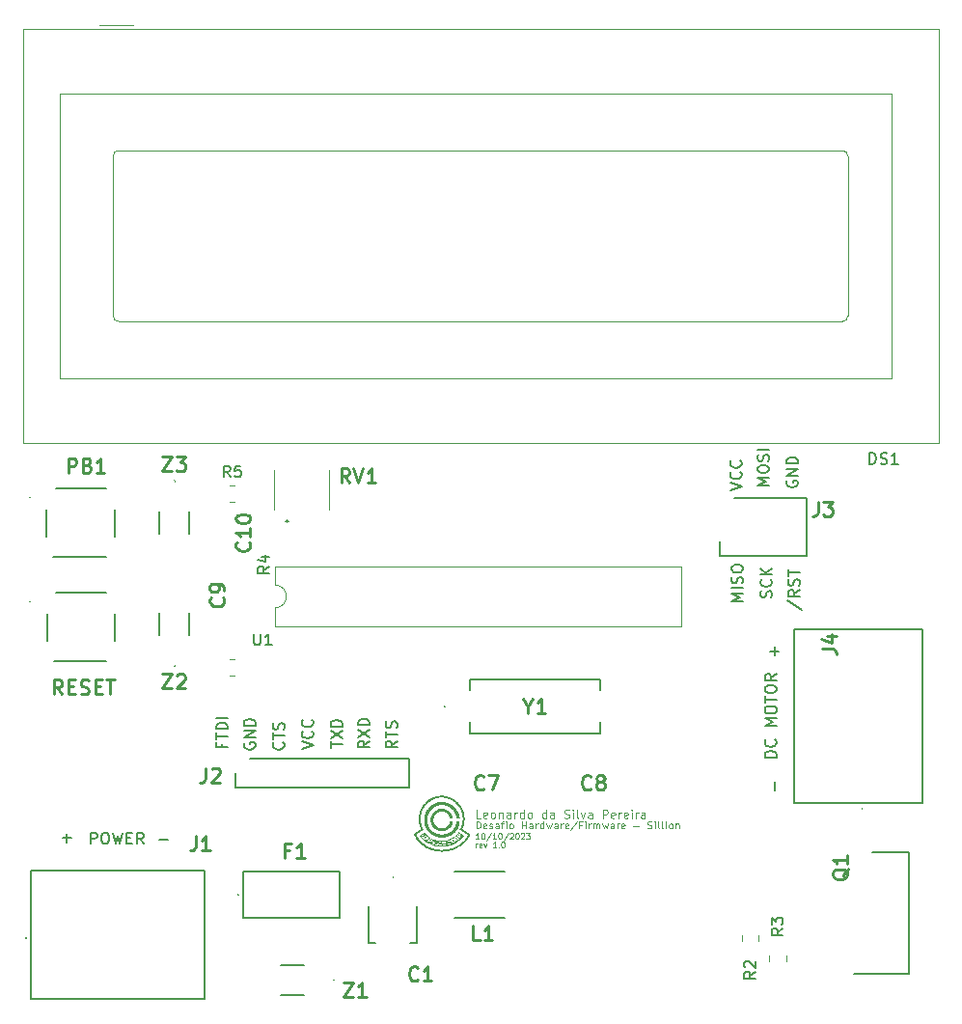
<source format=gbr>
%TF.GenerationSoftware,KiCad,Pcbnew,7.0.8*%
%TF.CreationDate,2023-10-09T21:05:16-03:00*%
%TF.ProjectId,PlacaTeste_Sillion,506c6163-6154-4657-9374-655f53696c6c,r1.0*%
%TF.SameCoordinates,Original*%
%TF.FileFunction,Legend,Top*%
%TF.FilePolarity,Positive*%
%FSLAX46Y46*%
G04 Gerber Fmt 4.6, Leading zero omitted, Abs format (unit mm)*
G04 Created by KiCad (PCBNEW 7.0.8) date 2023-10-09 21:05:16*
%MOMM*%
%LPD*%
G01*
G04 APERTURE LIST*
%ADD10C,0.150000*%
%ADD11C,0.088900*%
%ADD12C,0.080010*%
%ADD13C,0.254000*%
%ADD14C,0.200000*%
%ADD15C,0.100000*%
%ADD16C,0.120000*%
%ADD17C,0.050000*%
G04 APERTURE END LIST*
D10*
X103374819Y-97897792D02*
X102898628Y-98231125D01*
X103374819Y-98469220D02*
X102374819Y-98469220D01*
X102374819Y-98469220D02*
X102374819Y-98088268D01*
X102374819Y-98088268D02*
X102422438Y-97993030D01*
X102422438Y-97993030D02*
X102470057Y-97945411D01*
X102470057Y-97945411D02*
X102565295Y-97897792D01*
X102565295Y-97897792D02*
X102708152Y-97897792D01*
X102708152Y-97897792D02*
X102803390Y-97945411D01*
X102803390Y-97945411D02*
X102851009Y-97993030D01*
X102851009Y-97993030D02*
X102898628Y-98088268D01*
X102898628Y-98088268D02*
X102898628Y-98469220D01*
X102374819Y-97612077D02*
X102374819Y-97040649D01*
X103374819Y-97326363D02*
X102374819Y-97326363D01*
X103327200Y-96754934D02*
X103374819Y-96612077D01*
X103374819Y-96612077D02*
X103374819Y-96373982D01*
X103374819Y-96373982D02*
X103327200Y-96278744D01*
X103327200Y-96278744D02*
X103279580Y-96231125D01*
X103279580Y-96231125D02*
X103184342Y-96183506D01*
X103184342Y-96183506D02*
X103089104Y-96183506D01*
X103089104Y-96183506D02*
X102993866Y-96231125D01*
X102993866Y-96231125D02*
X102946247Y-96278744D01*
X102946247Y-96278744D02*
X102898628Y-96373982D01*
X102898628Y-96373982D02*
X102851009Y-96564458D01*
X102851009Y-96564458D02*
X102803390Y-96659696D01*
X102803390Y-96659696D02*
X102755771Y-96707315D01*
X102755771Y-96707315D02*
X102660533Y-96754934D01*
X102660533Y-96754934D02*
X102565295Y-96754934D01*
X102565295Y-96754934D02*
X102470057Y-96707315D01*
X102470057Y-96707315D02*
X102422438Y-96659696D01*
X102422438Y-96659696D02*
X102374819Y-96564458D01*
X102374819Y-96564458D02*
X102374819Y-96326363D01*
X102374819Y-96326363D02*
X102422438Y-96183506D01*
X136099779Y-90039866D02*
X136861684Y-90039866D01*
X136480731Y-90420819D02*
X136480731Y-89658914D01*
X93373580Y-98024792D02*
X93421200Y-98072411D01*
X93421200Y-98072411D02*
X93468819Y-98215268D01*
X93468819Y-98215268D02*
X93468819Y-98310506D01*
X93468819Y-98310506D02*
X93421200Y-98453363D01*
X93421200Y-98453363D02*
X93325961Y-98548601D01*
X93325961Y-98548601D02*
X93230723Y-98596220D01*
X93230723Y-98596220D02*
X93040247Y-98643839D01*
X93040247Y-98643839D02*
X92897390Y-98643839D01*
X92897390Y-98643839D02*
X92706914Y-98596220D01*
X92706914Y-98596220D02*
X92611676Y-98548601D01*
X92611676Y-98548601D02*
X92516438Y-98453363D01*
X92516438Y-98453363D02*
X92468819Y-98310506D01*
X92468819Y-98310506D02*
X92468819Y-98215268D01*
X92468819Y-98215268D02*
X92516438Y-98072411D01*
X92516438Y-98072411D02*
X92564057Y-98024792D01*
X92468819Y-97739077D02*
X92468819Y-97167649D01*
X93468819Y-97453363D02*
X92468819Y-97453363D01*
X93421200Y-96881934D02*
X93468819Y-96739077D01*
X93468819Y-96739077D02*
X93468819Y-96500982D01*
X93468819Y-96500982D02*
X93421200Y-96405744D01*
X93421200Y-96405744D02*
X93373580Y-96358125D01*
X93373580Y-96358125D02*
X93278342Y-96310506D01*
X93278342Y-96310506D02*
X93183104Y-96310506D01*
X93183104Y-96310506D02*
X93087866Y-96358125D01*
X93087866Y-96358125D02*
X93040247Y-96405744D01*
X93040247Y-96405744D02*
X92992628Y-96500982D01*
X92992628Y-96500982D02*
X92945009Y-96691458D01*
X92945009Y-96691458D02*
X92897390Y-96786696D01*
X92897390Y-96786696D02*
X92849771Y-96834315D01*
X92849771Y-96834315D02*
X92754533Y-96881934D01*
X92754533Y-96881934D02*
X92659295Y-96881934D01*
X92659295Y-96881934D02*
X92564057Y-96834315D01*
X92564057Y-96834315D02*
X92516438Y-96786696D01*
X92516438Y-96786696D02*
X92468819Y-96691458D01*
X92468819Y-96691458D02*
X92468819Y-96453363D01*
X92468819Y-96453363D02*
X92516438Y-96310506D01*
X87992009Y-98135887D02*
X87992009Y-98469220D01*
X88515819Y-98469220D02*
X87515819Y-98469220D01*
X87515819Y-98469220D02*
X87515819Y-97993030D01*
X87515819Y-97754934D02*
X87515819Y-97183506D01*
X88515819Y-97469220D02*
X87515819Y-97469220D01*
X88515819Y-96850172D02*
X87515819Y-96850172D01*
X87515819Y-96850172D02*
X87515819Y-96612077D01*
X87515819Y-96612077D02*
X87563438Y-96469220D01*
X87563438Y-96469220D02*
X87658676Y-96373982D01*
X87658676Y-96373982D02*
X87753914Y-96326363D01*
X87753914Y-96326363D02*
X87944390Y-96278744D01*
X87944390Y-96278744D02*
X88087247Y-96278744D01*
X88087247Y-96278744D02*
X88277723Y-96326363D01*
X88277723Y-96326363D02*
X88372961Y-96373982D01*
X88372961Y-96373982D02*
X88468200Y-96469220D01*
X88468200Y-96469220D02*
X88515819Y-96612077D01*
X88515819Y-96612077D02*
X88515819Y-96850172D01*
X88515819Y-95850172D02*
X87515819Y-95850172D01*
X137601438Y-75085411D02*
X137553819Y-75180649D01*
X137553819Y-75180649D02*
X137553819Y-75323506D01*
X137553819Y-75323506D02*
X137601438Y-75466363D01*
X137601438Y-75466363D02*
X137696676Y-75561601D01*
X137696676Y-75561601D02*
X137791914Y-75609220D01*
X137791914Y-75609220D02*
X137982390Y-75656839D01*
X137982390Y-75656839D02*
X138125247Y-75656839D01*
X138125247Y-75656839D02*
X138315723Y-75609220D01*
X138315723Y-75609220D02*
X138410961Y-75561601D01*
X138410961Y-75561601D02*
X138506200Y-75466363D01*
X138506200Y-75466363D02*
X138553819Y-75323506D01*
X138553819Y-75323506D02*
X138553819Y-75228268D01*
X138553819Y-75228268D02*
X138506200Y-75085411D01*
X138506200Y-75085411D02*
X138458580Y-75037792D01*
X138458580Y-75037792D02*
X138125247Y-75037792D01*
X138125247Y-75037792D02*
X138125247Y-75228268D01*
X138553819Y-74609220D02*
X137553819Y-74609220D01*
X137553819Y-74609220D02*
X138553819Y-74037792D01*
X138553819Y-74037792D02*
X137553819Y-74037792D01*
X138553819Y-73561601D02*
X137553819Y-73561601D01*
X137553819Y-73561601D02*
X137553819Y-73323506D01*
X137553819Y-73323506D02*
X137601438Y-73180649D01*
X137601438Y-73180649D02*
X137696676Y-73085411D01*
X137696676Y-73085411D02*
X137791914Y-73037792D01*
X137791914Y-73037792D02*
X137982390Y-72990173D01*
X137982390Y-72990173D02*
X138125247Y-72990173D01*
X138125247Y-72990173D02*
X138315723Y-73037792D01*
X138315723Y-73037792D02*
X138410961Y-73085411D01*
X138410961Y-73085411D02*
X138506200Y-73180649D01*
X138506200Y-73180649D02*
X138553819Y-73323506D01*
X138553819Y-73323506D02*
X138553819Y-73561601D01*
X82505779Y-106549866D02*
X83267684Y-106549866D01*
X137633200Y-85562935D02*
X138918914Y-86420077D01*
X138680819Y-84658173D02*
X138204628Y-84991506D01*
X138680819Y-85229601D02*
X137680819Y-85229601D01*
X137680819Y-85229601D02*
X137680819Y-84848649D01*
X137680819Y-84848649D02*
X137728438Y-84753411D01*
X137728438Y-84753411D02*
X137776057Y-84705792D01*
X137776057Y-84705792D02*
X137871295Y-84658173D01*
X137871295Y-84658173D02*
X138014152Y-84658173D01*
X138014152Y-84658173D02*
X138109390Y-84705792D01*
X138109390Y-84705792D02*
X138157009Y-84753411D01*
X138157009Y-84753411D02*
X138204628Y-84848649D01*
X138204628Y-84848649D02*
X138204628Y-85229601D01*
X138633200Y-84277220D02*
X138680819Y-84134363D01*
X138680819Y-84134363D02*
X138680819Y-83896268D01*
X138680819Y-83896268D02*
X138633200Y-83801030D01*
X138633200Y-83801030D02*
X138585580Y-83753411D01*
X138585580Y-83753411D02*
X138490342Y-83705792D01*
X138490342Y-83705792D02*
X138395104Y-83705792D01*
X138395104Y-83705792D02*
X138299866Y-83753411D01*
X138299866Y-83753411D02*
X138252247Y-83801030D01*
X138252247Y-83801030D02*
X138204628Y-83896268D01*
X138204628Y-83896268D02*
X138157009Y-84086744D01*
X138157009Y-84086744D02*
X138109390Y-84181982D01*
X138109390Y-84181982D02*
X138061771Y-84229601D01*
X138061771Y-84229601D02*
X137966533Y-84277220D01*
X137966533Y-84277220D02*
X137871295Y-84277220D01*
X137871295Y-84277220D02*
X137776057Y-84229601D01*
X137776057Y-84229601D02*
X137728438Y-84181982D01*
X137728438Y-84181982D02*
X137680819Y-84086744D01*
X137680819Y-84086744D02*
X137680819Y-83848649D01*
X137680819Y-83848649D02*
X137728438Y-83705792D01*
X137680819Y-83420077D02*
X137680819Y-82848649D01*
X138680819Y-83134363D02*
X137680819Y-83134363D01*
X132600819Y-75879077D02*
X133600819Y-75545744D01*
X133600819Y-75545744D02*
X132600819Y-75212411D01*
X133505580Y-74307649D02*
X133553200Y-74355268D01*
X133553200Y-74355268D02*
X133600819Y-74498125D01*
X133600819Y-74498125D02*
X133600819Y-74593363D01*
X133600819Y-74593363D02*
X133553200Y-74736220D01*
X133553200Y-74736220D02*
X133457961Y-74831458D01*
X133457961Y-74831458D02*
X133362723Y-74879077D01*
X133362723Y-74879077D02*
X133172247Y-74926696D01*
X133172247Y-74926696D02*
X133029390Y-74926696D01*
X133029390Y-74926696D02*
X132838914Y-74879077D01*
X132838914Y-74879077D02*
X132743676Y-74831458D01*
X132743676Y-74831458D02*
X132648438Y-74736220D01*
X132648438Y-74736220D02*
X132600819Y-74593363D01*
X132600819Y-74593363D02*
X132600819Y-74498125D01*
X132600819Y-74498125D02*
X132648438Y-74355268D01*
X132648438Y-74355268D02*
X132696057Y-74307649D01*
X133505580Y-73307649D02*
X133553200Y-73355268D01*
X133553200Y-73355268D02*
X133600819Y-73498125D01*
X133600819Y-73498125D02*
X133600819Y-73593363D01*
X133600819Y-73593363D02*
X133553200Y-73736220D01*
X133553200Y-73736220D02*
X133457961Y-73831458D01*
X133457961Y-73831458D02*
X133362723Y-73879077D01*
X133362723Y-73879077D02*
X133172247Y-73926696D01*
X133172247Y-73926696D02*
X133029390Y-73926696D01*
X133029390Y-73926696D02*
X132838914Y-73879077D01*
X132838914Y-73879077D02*
X132743676Y-73831458D01*
X132743676Y-73831458D02*
X132648438Y-73736220D01*
X132648438Y-73736220D02*
X132600819Y-73593363D01*
X132600819Y-73593363D02*
X132600819Y-73498125D01*
X132600819Y-73498125D02*
X132648438Y-73355268D01*
X132648438Y-73355268D02*
X132696057Y-73307649D01*
D11*
X110554533Y-106486207D02*
X110264247Y-106486207D01*
X110409390Y-106486207D02*
X110409390Y-105978207D01*
X110409390Y-105978207D02*
X110361009Y-106050778D01*
X110361009Y-106050778D02*
X110312628Y-106099159D01*
X110312628Y-106099159D02*
X110264247Y-106123350D01*
X110869010Y-105978207D02*
X110917391Y-105978207D01*
X110917391Y-105978207D02*
X110965772Y-106002397D01*
X110965772Y-106002397D02*
X110989962Y-106026588D01*
X110989962Y-106026588D02*
X111014153Y-106074969D01*
X111014153Y-106074969D02*
X111038343Y-106171731D01*
X111038343Y-106171731D02*
X111038343Y-106292683D01*
X111038343Y-106292683D02*
X111014153Y-106389445D01*
X111014153Y-106389445D02*
X110989962Y-106437826D01*
X110989962Y-106437826D02*
X110965772Y-106462017D01*
X110965772Y-106462017D02*
X110917391Y-106486207D01*
X110917391Y-106486207D02*
X110869010Y-106486207D01*
X110869010Y-106486207D02*
X110820629Y-106462017D01*
X110820629Y-106462017D02*
X110796438Y-106437826D01*
X110796438Y-106437826D02*
X110772248Y-106389445D01*
X110772248Y-106389445D02*
X110748057Y-106292683D01*
X110748057Y-106292683D02*
X110748057Y-106171731D01*
X110748057Y-106171731D02*
X110772248Y-106074969D01*
X110772248Y-106074969D02*
X110796438Y-106026588D01*
X110796438Y-106026588D02*
X110820629Y-106002397D01*
X110820629Y-106002397D02*
X110869010Y-105978207D01*
X111618915Y-105954017D02*
X111183486Y-106607159D01*
X112054343Y-106486207D02*
X111764057Y-106486207D01*
X111909200Y-106486207D02*
X111909200Y-105978207D01*
X111909200Y-105978207D02*
X111860819Y-106050778D01*
X111860819Y-106050778D02*
X111812438Y-106099159D01*
X111812438Y-106099159D02*
X111764057Y-106123350D01*
X112368820Y-105978207D02*
X112417201Y-105978207D01*
X112417201Y-105978207D02*
X112465582Y-106002397D01*
X112465582Y-106002397D02*
X112489772Y-106026588D01*
X112489772Y-106026588D02*
X112513963Y-106074969D01*
X112513963Y-106074969D02*
X112538153Y-106171731D01*
X112538153Y-106171731D02*
X112538153Y-106292683D01*
X112538153Y-106292683D02*
X112513963Y-106389445D01*
X112513963Y-106389445D02*
X112489772Y-106437826D01*
X112489772Y-106437826D02*
X112465582Y-106462017D01*
X112465582Y-106462017D02*
X112417201Y-106486207D01*
X112417201Y-106486207D02*
X112368820Y-106486207D01*
X112368820Y-106486207D02*
X112320439Y-106462017D01*
X112320439Y-106462017D02*
X112296248Y-106437826D01*
X112296248Y-106437826D02*
X112272058Y-106389445D01*
X112272058Y-106389445D02*
X112247867Y-106292683D01*
X112247867Y-106292683D02*
X112247867Y-106171731D01*
X112247867Y-106171731D02*
X112272058Y-106074969D01*
X112272058Y-106074969D02*
X112296248Y-106026588D01*
X112296248Y-106026588D02*
X112320439Y-106002397D01*
X112320439Y-106002397D02*
X112368820Y-105978207D01*
X113118725Y-105954017D02*
X112683296Y-106607159D01*
X113263867Y-106026588D02*
X113288058Y-106002397D01*
X113288058Y-106002397D02*
X113336439Y-105978207D01*
X113336439Y-105978207D02*
X113457391Y-105978207D01*
X113457391Y-105978207D02*
X113505772Y-106002397D01*
X113505772Y-106002397D02*
X113529963Y-106026588D01*
X113529963Y-106026588D02*
X113554153Y-106074969D01*
X113554153Y-106074969D02*
X113554153Y-106123350D01*
X113554153Y-106123350D02*
X113529963Y-106195921D01*
X113529963Y-106195921D02*
X113239677Y-106486207D01*
X113239677Y-106486207D02*
X113554153Y-106486207D01*
X113868630Y-105978207D02*
X113917011Y-105978207D01*
X113917011Y-105978207D02*
X113965392Y-106002397D01*
X113965392Y-106002397D02*
X113989582Y-106026588D01*
X113989582Y-106026588D02*
X114013773Y-106074969D01*
X114013773Y-106074969D02*
X114037963Y-106171731D01*
X114037963Y-106171731D02*
X114037963Y-106292683D01*
X114037963Y-106292683D02*
X114013773Y-106389445D01*
X114013773Y-106389445D02*
X113989582Y-106437826D01*
X113989582Y-106437826D02*
X113965392Y-106462017D01*
X113965392Y-106462017D02*
X113917011Y-106486207D01*
X113917011Y-106486207D02*
X113868630Y-106486207D01*
X113868630Y-106486207D02*
X113820249Y-106462017D01*
X113820249Y-106462017D02*
X113796058Y-106437826D01*
X113796058Y-106437826D02*
X113771868Y-106389445D01*
X113771868Y-106389445D02*
X113747677Y-106292683D01*
X113747677Y-106292683D02*
X113747677Y-106171731D01*
X113747677Y-106171731D02*
X113771868Y-106074969D01*
X113771868Y-106074969D02*
X113796058Y-106026588D01*
X113796058Y-106026588D02*
X113820249Y-106002397D01*
X113820249Y-106002397D02*
X113868630Y-105978207D01*
X114231487Y-106026588D02*
X114255678Y-106002397D01*
X114255678Y-106002397D02*
X114304059Y-105978207D01*
X114304059Y-105978207D02*
X114425011Y-105978207D01*
X114425011Y-105978207D02*
X114473392Y-106002397D01*
X114473392Y-106002397D02*
X114497583Y-106026588D01*
X114497583Y-106026588D02*
X114521773Y-106074969D01*
X114521773Y-106074969D02*
X114521773Y-106123350D01*
X114521773Y-106123350D02*
X114497583Y-106195921D01*
X114497583Y-106195921D02*
X114207297Y-106486207D01*
X114207297Y-106486207D02*
X114521773Y-106486207D01*
X114691107Y-105978207D02*
X115005583Y-105978207D01*
X115005583Y-105978207D02*
X114836250Y-106171731D01*
X114836250Y-106171731D02*
X114908821Y-106171731D01*
X114908821Y-106171731D02*
X114957202Y-106195921D01*
X114957202Y-106195921D02*
X114981393Y-106220112D01*
X114981393Y-106220112D02*
X115005583Y-106268493D01*
X115005583Y-106268493D02*
X115005583Y-106389445D01*
X115005583Y-106389445D02*
X114981393Y-106437826D01*
X114981393Y-106437826D02*
X114957202Y-106462017D01*
X114957202Y-106462017D02*
X114908821Y-106486207D01*
X114908821Y-106486207D02*
X114763678Y-106486207D01*
X114763678Y-106486207D02*
X114715297Y-106462017D01*
X114715297Y-106462017D02*
X114691107Y-106437826D01*
X110318676Y-105581665D02*
X110318676Y-104946665D01*
X110318676Y-104946665D02*
X110469866Y-104946665D01*
X110469866Y-104946665D02*
X110560581Y-104976903D01*
X110560581Y-104976903D02*
X110621057Y-105037379D01*
X110621057Y-105037379D02*
X110651295Y-105097855D01*
X110651295Y-105097855D02*
X110681533Y-105218807D01*
X110681533Y-105218807D02*
X110681533Y-105309522D01*
X110681533Y-105309522D02*
X110651295Y-105430474D01*
X110651295Y-105430474D02*
X110621057Y-105490950D01*
X110621057Y-105490950D02*
X110560581Y-105551427D01*
X110560581Y-105551427D02*
X110469866Y-105581665D01*
X110469866Y-105581665D02*
X110318676Y-105581665D01*
X111195581Y-105551427D02*
X111135105Y-105581665D01*
X111135105Y-105581665D02*
X111014152Y-105581665D01*
X111014152Y-105581665D02*
X110953676Y-105551427D01*
X110953676Y-105551427D02*
X110923438Y-105490950D01*
X110923438Y-105490950D02*
X110923438Y-105249046D01*
X110923438Y-105249046D02*
X110953676Y-105188569D01*
X110953676Y-105188569D02*
X111014152Y-105158331D01*
X111014152Y-105158331D02*
X111135105Y-105158331D01*
X111135105Y-105158331D02*
X111195581Y-105188569D01*
X111195581Y-105188569D02*
X111225819Y-105249046D01*
X111225819Y-105249046D02*
X111225819Y-105309522D01*
X111225819Y-105309522D02*
X110923438Y-105369998D01*
X111467724Y-105551427D02*
X111528200Y-105581665D01*
X111528200Y-105581665D02*
X111649152Y-105581665D01*
X111649152Y-105581665D02*
X111709629Y-105551427D01*
X111709629Y-105551427D02*
X111739867Y-105490950D01*
X111739867Y-105490950D02*
X111739867Y-105460712D01*
X111739867Y-105460712D02*
X111709629Y-105400236D01*
X111709629Y-105400236D02*
X111649152Y-105369998D01*
X111649152Y-105369998D02*
X111558438Y-105369998D01*
X111558438Y-105369998D02*
X111497962Y-105339760D01*
X111497962Y-105339760D02*
X111467724Y-105279284D01*
X111467724Y-105279284D02*
X111467724Y-105249046D01*
X111467724Y-105249046D02*
X111497962Y-105188569D01*
X111497962Y-105188569D02*
X111558438Y-105158331D01*
X111558438Y-105158331D02*
X111649152Y-105158331D01*
X111649152Y-105158331D02*
X111709629Y-105188569D01*
X112284153Y-105581665D02*
X112284153Y-105249046D01*
X112284153Y-105249046D02*
X112253915Y-105188569D01*
X112253915Y-105188569D02*
X112193439Y-105158331D01*
X112193439Y-105158331D02*
X112072486Y-105158331D01*
X112072486Y-105158331D02*
X112012010Y-105188569D01*
X112284153Y-105551427D02*
X112223677Y-105581665D01*
X112223677Y-105581665D02*
X112072486Y-105581665D01*
X112072486Y-105581665D02*
X112012010Y-105551427D01*
X112012010Y-105551427D02*
X111981772Y-105490950D01*
X111981772Y-105490950D02*
X111981772Y-105430474D01*
X111981772Y-105430474D02*
X112012010Y-105369998D01*
X112012010Y-105369998D02*
X112072486Y-105339760D01*
X112072486Y-105339760D02*
X112223677Y-105339760D01*
X112223677Y-105339760D02*
X112284153Y-105309522D01*
X112495820Y-105158331D02*
X112737724Y-105158331D01*
X112586534Y-105581665D02*
X112586534Y-105037379D01*
X112586534Y-105037379D02*
X112616772Y-104976903D01*
X112616772Y-104976903D02*
X112677248Y-104946665D01*
X112677248Y-104946665D02*
X112737724Y-104946665D01*
X112949391Y-105581665D02*
X112949391Y-105158331D01*
X112949391Y-104946665D02*
X112919153Y-104976903D01*
X112919153Y-104976903D02*
X112949391Y-105007141D01*
X112949391Y-105007141D02*
X112979629Y-104976903D01*
X112979629Y-104976903D02*
X112949391Y-104946665D01*
X112949391Y-104946665D02*
X112949391Y-105007141D01*
X113342486Y-105581665D02*
X113282010Y-105551427D01*
X113282010Y-105551427D02*
X113251772Y-105521188D01*
X113251772Y-105521188D02*
X113221534Y-105460712D01*
X113221534Y-105460712D02*
X113221534Y-105279284D01*
X113221534Y-105279284D02*
X113251772Y-105218807D01*
X113251772Y-105218807D02*
X113282010Y-105188569D01*
X113282010Y-105188569D02*
X113342486Y-105158331D01*
X113342486Y-105158331D02*
X113433201Y-105158331D01*
X113433201Y-105158331D02*
X113493677Y-105188569D01*
X113493677Y-105188569D02*
X113523915Y-105218807D01*
X113523915Y-105218807D02*
X113554153Y-105279284D01*
X113554153Y-105279284D02*
X113554153Y-105460712D01*
X113554153Y-105460712D02*
X113523915Y-105521188D01*
X113523915Y-105521188D02*
X113493677Y-105551427D01*
X113493677Y-105551427D02*
X113433201Y-105581665D01*
X113433201Y-105581665D02*
X113342486Y-105581665D01*
X114310106Y-105581665D02*
X114310106Y-104946665D01*
X114310106Y-105249046D02*
X114672963Y-105249046D01*
X114672963Y-105581665D02*
X114672963Y-104946665D01*
X115247487Y-105581665D02*
X115247487Y-105249046D01*
X115247487Y-105249046D02*
X115217249Y-105188569D01*
X115217249Y-105188569D02*
X115156773Y-105158331D01*
X115156773Y-105158331D02*
X115035820Y-105158331D01*
X115035820Y-105158331D02*
X114975344Y-105188569D01*
X115247487Y-105551427D02*
X115187011Y-105581665D01*
X115187011Y-105581665D02*
X115035820Y-105581665D01*
X115035820Y-105581665D02*
X114975344Y-105551427D01*
X114975344Y-105551427D02*
X114945106Y-105490950D01*
X114945106Y-105490950D02*
X114945106Y-105430474D01*
X114945106Y-105430474D02*
X114975344Y-105369998D01*
X114975344Y-105369998D02*
X115035820Y-105339760D01*
X115035820Y-105339760D02*
X115187011Y-105339760D01*
X115187011Y-105339760D02*
X115247487Y-105309522D01*
X115549868Y-105581665D02*
X115549868Y-105158331D01*
X115549868Y-105279284D02*
X115580106Y-105218807D01*
X115580106Y-105218807D02*
X115610344Y-105188569D01*
X115610344Y-105188569D02*
X115670820Y-105158331D01*
X115670820Y-105158331D02*
X115731297Y-105158331D01*
X116215106Y-105581665D02*
X116215106Y-104946665D01*
X116215106Y-105551427D02*
X116154630Y-105581665D01*
X116154630Y-105581665D02*
X116033677Y-105581665D01*
X116033677Y-105581665D02*
X115973201Y-105551427D01*
X115973201Y-105551427D02*
X115942963Y-105521188D01*
X115942963Y-105521188D02*
X115912725Y-105460712D01*
X115912725Y-105460712D02*
X115912725Y-105279284D01*
X115912725Y-105279284D02*
X115942963Y-105218807D01*
X115942963Y-105218807D02*
X115973201Y-105188569D01*
X115973201Y-105188569D02*
X116033677Y-105158331D01*
X116033677Y-105158331D02*
X116154630Y-105158331D01*
X116154630Y-105158331D02*
X116215106Y-105188569D01*
X116457011Y-105158331D02*
X116577963Y-105581665D01*
X116577963Y-105581665D02*
X116698916Y-105279284D01*
X116698916Y-105279284D02*
X116819868Y-105581665D01*
X116819868Y-105581665D02*
X116940820Y-105158331D01*
X117454868Y-105581665D02*
X117454868Y-105249046D01*
X117454868Y-105249046D02*
X117424630Y-105188569D01*
X117424630Y-105188569D02*
X117364154Y-105158331D01*
X117364154Y-105158331D02*
X117243201Y-105158331D01*
X117243201Y-105158331D02*
X117182725Y-105188569D01*
X117454868Y-105551427D02*
X117394392Y-105581665D01*
X117394392Y-105581665D02*
X117243201Y-105581665D01*
X117243201Y-105581665D02*
X117182725Y-105551427D01*
X117182725Y-105551427D02*
X117152487Y-105490950D01*
X117152487Y-105490950D02*
X117152487Y-105430474D01*
X117152487Y-105430474D02*
X117182725Y-105369998D01*
X117182725Y-105369998D02*
X117243201Y-105339760D01*
X117243201Y-105339760D02*
X117394392Y-105339760D01*
X117394392Y-105339760D02*
X117454868Y-105309522D01*
X117757249Y-105581665D02*
X117757249Y-105158331D01*
X117757249Y-105279284D02*
X117787487Y-105218807D01*
X117787487Y-105218807D02*
X117817725Y-105188569D01*
X117817725Y-105188569D02*
X117878201Y-105158331D01*
X117878201Y-105158331D02*
X117938678Y-105158331D01*
X118392249Y-105551427D02*
X118331773Y-105581665D01*
X118331773Y-105581665D02*
X118210820Y-105581665D01*
X118210820Y-105581665D02*
X118150344Y-105551427D01*
X118150344Y-105551427D02*
X118120106Y-105490950D01*
X118120106Y-105490950D02*
X118120106Y-105249046D01*
X118120106Y-105249046D02*
X118150344Y-105188569D01*
X118150344Y-105188569D02*
X118210820Y-105158331D01*
X118210820Y-105158331D02*
X118331773Y-105158331D01*
X118331773Y-105158331D02*
X118392249Y-105188569D01*
X118392249Y-105188569D02*
X118422487Y-105249046D01*
X118422487Y-105249046D02*
X118422487Y-105309522D01*
X118422487Y-105309522D02*
X118120106Y-105369998D01*
X119148201Y-104916427D02*
X118603916Y-105732855D01*
X119571535Y-105249046D02*
X119359868Y-105249046D01*
X119359868Y-105581665D02*
X119359868Y-104946665D01*
X119359868Y-104946665D02*
X119662249Y-104946665D01*
X119904154Y-105581665D02*
X119904154Y-105158331D01*
X119904154Y-104946665D02*
X119873916Y-104976903D01*
X119873916Y-104976903D02*
X119904154Y-105007141D01*
X119904154Y-105007141D02*
X119934392Y-104976903D01*
X119934392Y-104976903D02*
X119904154Y-104946665D01*
X119904154Y-104946665D02*
X119904154Y-105007141D01*
X120206535Y-105581665D02*
X120206535Y-105158331D01*
X120206535Y-105279284D02*
X120236773Y-105218807D01*
X120236773Y-105218807D02*
X120267011Y-105188569D01*
X120267011Y-105188569D02*
X120327487Y-105158331D01*
X120327487Y-105158331D02*
X120387964Y-105158331D01*
X120599630Y-105581665D02*
X120599630Y-105158331D01*
X120599630Y-105218807D02*
X120629868Y-105188569D01*
X120629868Y-105188569D02*
X120690344Y-105158331D01*
X120690344Y-105158331D02*
X120781059Y-105158331D01*
X120781059Y-105158331D02*
X120841535Y-105188569D01*
X120841535Y-105188569D02*
X120871773Y-105249046D01*
X120871773Y-105249046D02*
X120871773Y-105581665D01*
X120871773Y-105249046D02*
X120902011Y-105188569D01*
X120902011Y-105188569D02*
X120962487Y-105158331D01*
X120962487Y-105158331D02*
X121053201Y-105158331D01*
X121053201Y-105158331D02*
X121113678Y-105188569D01*
X121113678Y-105188569D02*
X121143916Y-105249046D01*
X121143916Y-105249046D02*
X121143916Y-105581665D01*
X121385821Y-105158331D02*
X121506773Y-105581665D01*
X121506773Y-105581665D02*
X121627726Y-105279284D01*
X121627726Y-105279284D02*
X121748678Y-105581665D01*
X121748678Y-105581665D02*
X121869630Y-105158331D01*
X122383678Y-105581665D02*
X122383678Y-105249046D01*
X122383678Y-105249046D02*
X122353440Y-105188569D01*
X122353440Y-105188569D02*
X122292964Y-105158331D01*
X122292964Y-105158331D02*
X122172011Y-105158331D01*
X122172011Y-105158331D02*
X122111535Y-105188569D01*
X122383678Y-105551427D02*
X122323202Y-105581665D01*
X122323202Y-105581665D02*
X122172011Y-105581665D01*
X122172011Y-105581665D02*
X122111535Y-105551427D01*
X122111535Y-105551427D02*
X122081297Y-105490950D01*
X122081297Y-105490950D02*
X122081297Y-105430474D01*
X122081297Y-105430474D02*
X122111535Y-105369998D01*
X122111535Y-105369998D02*
X122172011Y-105339760D01*
X122172011Y-105339760D02*
X122323202Y-105339760D01*
X122323202Y-105339760D02*
X122383678Y-105309522D01*
X122686059Y-105581665D02*
X122686059Y-105158331D01*
X122686059Y-105279284D02*
X122716297Y-105218807D01*
X122716297Y-105218807D02*
X122746535Y-105188569D01*
X122746535Y-105188569D02*
X122807011Y-105158331D01*
X122807011Y-105158331D02*
X122867488Y-105158331D01*
X123321059Y-105551427D02*
X123260583Y-105581665D01*
X123260583Y-105581665D02*
X123139630Y-105581665D01*
X123139630Y-105581665D02*
X123079154Y-105551427D01*
X123079154Y-105551427D02*
X123048916Y-105490950D01*
X123048916Y-105490950D02*
X123048916Y-105249046D01*
X123048916Y-105249046D02*
X123079154Y-105188569D01*
X123079154Y-105188569D02*
X123139630Y-105158331D01*
X123139630Y-105158331D02*
X123260583Y-105158331D01*
X123260583Y-105158331D02*
X123321059Y-105188569D01*
X123321059Y-105188569D02*
X123351297Y-105249046D01*
X123351297Y-105249046D02*
X123351297Y-105309522D01*
X123351297Y-105309522D02*
X123048916Y-105369998D01*
X124107250Y-105339760D02*
X124591060Y-105339760D01*
X125347012Y-105551427D02*
X125437726Y-105581665D01*
X125437726Y-105581665D02*
X125588917Y-105581665D01*
X125588917Y-105581665D02*
X125649393Y-105551427D01*
X125649393Y-105551427D02*
X125679631Y-105521188D01*
X125679631Y-105521188D02*
X125709869Y-105460712D01*
X125709869Y-105460712D02*
X125709869Y-105400236D01*
X125709869Y-105400236D02*
X125679631Y-105339760D01*
X125679631Y-105339760D02*
X125649393Y-105309522D01*
X125649393Y-105309522D02*
X125588917Y-105279284D01*
X125588917Y-105279284D02*
X125467964Y-105249046D01*
X125467964Y-105249046D02*
X125407488Y-105218807D01*
X125407488Y-105218807D02*
X125377250Y-105188569D01*
X125377250Y-105188569D02*
X125347012Y-105128093D01*
X125347012Y-105128093D02*
X125347012Y-105067617D01*
X125347012Y-105067617D02*
X125377250Y-105007141D01*
X125377250Y-105007141D02*
X125407488Y-104976903D01*
X125407488Y-104976903D02*
X125467964Y-104946665D01*
X125467964Y-104946665D02*
X125619155Y-104946665D01*
X125619155Y-104946665D02*
X125709869Y-104976903D01*
X125982012Y-105581665D02*
X125982012Y-105158331D01*
X125982012Y-104946665D02*
X125951774Y-104976903D01*
X125951774Y-104976903D02*
X125982012Y-105007141D01*
X125982012Y-105007141D02*
X126012250Y-104976903D01*
X126012250Y-104976903D02*
X125982012Y-104946665D01*
X125982012Y-104946665D02*
X125982012Y-105007141D01*
X126375107Y-105581665D02*
X126314631Y-105551427D01*
X126314631Y-105551427D02*
X126284393Y-105490950D01*
X126284393Y-105490950D02*
X126284393Y-104946665D01*
X126707726Y-105581665D02*
X126647250Y-105551427D01*
X126647250Y-105551427D02*
X126617012Y-105490950D01*
X126617012Y-105490950D02*
X126617012Y-104946665D01*
X126949631Y-105581665D02*
X126949631Y-105158331D01*
X126949631Y-104946665D02*
X126919393Y-104976903D01*
X126919393Y-104976903D02*
X126949631Y-105007141D01*
X126949631Y-105007141D02*
X126979869Y-104976903D01*
X126979869Y-104976903D02*
X126949631Y-104946665D01*
X126949631Y-104946665D02*
X126949631Y-105007141D01*
X127342726Y-105581665D02*
X127282250Y-105551427D01*
X127282250Y-105551427D02*
X127252012Y-105521188D01*
X127252012Y-105521188D02*
X127221774Y-105460712D01*
X127221774Y-105460712D02*
X127221774Y-105279284D01*
X127221774Y-105279284D02*
X127252012Y-105218807D01*
X127252012Y-105218807D02*
X127282250Y-105188569D01*
X127282250Y-105188569D02*
X127342726Y-105158331D01*
X127342726Y-105158331D02*
X127433441Y-105158331D01*
X127433441Y-105158331D02*
X127493917Y-105188569D01*
X127493917Y-105188569D02*
X127524155Y-105218807D01*
X127524155Y-105218807D02*
X127554393Y-105279284D01*
X127554393Y-105279284D02*
X127554393Y-105460712D01*
X127554393Y-105460712D02*
X127524155Y-105521188D01*
X127524155Y-105521188D02*
X127493917Y-105551427D01*
X127493917Y-105551427D02*
X127433441Y-105581665D01*
X127433441Y-105581665D02*
X127342726Y-105581665D01*
X127826536Y-105158331D02*
X127826536Y-105581665D01*
X127826536Y-105218807D02*
X127856774Y-105188569D01*
X127856774Y-105188569D02*
X127917250Y-105158331D01*
X127917250Y-105158331D02*
X128007965Y-105158331D01*
X128007965Y-105158331D02*
X128068441Y-105188569D01*
X128068441Y-105188569D02*
X128098679Y-105249046D01*
X128098679Y-105249046D02*
X128098679Y-105581665D01*
D10*
X136013819Y-75482220D02*
X135013819Y-75482220D01*
X135013819Y-75482220D02*
X135728104Y-75148887D01*
X135728104Y-75148887D02*
X135013819Y-74815554D01*
X135013819Y-74815554D02*
X136013819Y-74815554D01*
X135013819Y-74148887D02*
X135013819Y-73958411D01*
X135013819Y-73958411D02*
X135061438Y-73863173D01*
X135061438Y-73863173D02*
X135156676Y-73767935D01*
X135156676Y-73767935D02*
X135347152Y-73720316D01*
X135347152Y-73720316D02*
X135680485Y-73720316D01*
X135680485Y-73720316D02*
X135870961Y-73767935D01*
X135870961Y-73767935D02*
X135966200Y-73863173D01*
X135966200Y-73863173D02*
X136013819Y-73958411D01*
X136013819Y-73958411D02*
X136013819Y-74148887D01*
X136013819Y-74148887D02*
X135966200Y-74244125D01*
X135966200Y-74244125D02*
X135870961Y-74339363D01*
X135870961Y-74339363D02*
X135680485Y-74386982D01*
X135680485Y-74386982D02*
X135347152Y-74386982D01*
X135347152Y-74386982D02*
X135156676Y-74339363D01*
X135156676Y-74339363D02*
X135061438Y-74244125D01*
X135061438Y-74244125D02*
X135013819Y-74148887D01*
X135966200Y-73339363D02*
X136013819Y-73196506D01*
X136013819Y-73196506D02*
X136013819Y-72958411D01*
X136013819Y-72958411D02*
X135966200Y-72863173D01*
X135966200Y-72863173D02*
X135918580Y-72815554D01*
X135918580Y-72815554D02*
X135823342Y-72767935D01*
X135823342Y-72767935D02*
X135728104Y-72767935D01*
X135728104Y-72767935D02*
X135632866Y-72815554D01*
X135632866Y-72815554D02*
X135585247Y-72863173D01*
X135585247Y-72863173D02*
X135537628Y-72958411D01*
X135537628Y-72958411D02*
X135490009Y-73148887D01*
X135490009Y-73148887D02*
X135442390Y-73244125D01*
X135442390Y-73244125D02*
X135394771Y-73291744D01*
X135394771Y-73291744D02*
X135299533Y-73339363D01*
X135299533Y-73339363D02*
X135204295Y-73339363D01*
X135204295Y-73339363D02*
X135109057Y-73291744D01*
X135109057Y-73291744D02*
X135061438Y-73244125D01*
X135061438Y-73244125D02*
X135013819Y-73148887D01*
X135013819Y-73148887D02*
X135013819Y-72910792D01*
X135013819Y-72910792D02*
X135061438Y-72767935D01*
X136013819Y-72339363D02*
X135013819Y-72339363D01*
X136521866Y-102279220D02*
X136521866Y-101517316D01*
X97548819Y-98485077D02*
X97548819Y-97913649D01*
X98548819Y-98199363D02*
X97548819Y-98199363D01*
X97548819Y-97675553D02*
X98548819Y-97008887D01*
X97548819Y-97008887D02*
X98548819Y-97675553D01*
X98548819Y-96627934D02*
X97548819Y-96627934D01*
X97548819Y-96627934D02*
X97548819Y-96389839D01*
X97548819Y-96389839D02*
X97596438Y-96246982D01*
X97596438Y-96246982D02*
X97691676Y-96151744D01*
X97691676Y-96151744D02*
X97786914Y-96104125D01*
X97786914Y-96104125D02*
X97977390Y-96056506D01*
X97977390Y-96056506D02*
X98120247Y-96056506D01*
X98120247Y-96056506D02*
X98310723Y-96104125D01*
X98310723Y-96104125D02*
X98405961Y-96151744D01*
X98405961Y-96151744D02*
X98501200Y-96246982D01*
X98501200Y-96246982D02*
X98548819Y-96389839D01*
X98548819Y-96389839D02*
X98548819Y-96627934D01*
X89976438Y-98072411D02*
X89928819Y-98167649D01*
X89928819Y-98167649D02*
X89928819Y-98310506D01*
X89928819Y-98310506D02*
X89976438Y-98453363D01*
X89976438Y-98453363D02*
X90071676Y-98548601D01*
X90071676Y-98548601D02*
X90166914Y-98596220D01*
X90166914Y-98596220D02*
X90357390Y-98643839D01*
X90357390Y-98643839D02*
X90500247Y-98643839D01*
X90500247Y-98643839D02*
X90690723Y-98596220D01*
X90690723Y-98596220D02*
X90785961Y-98548601D01*
X90785961Y-98548601D02*
X90881200Y-98453363D01*
X90881200Y-98453363D02*
X90928819Y-98310506D01*
X90928819Y-98310506D02*
X90928819Y-98215268D01*
X90928819Y-98215268D02*
X90881200Y-98072411D01*
X90881200Y-98072411D02*
X90833580Y-98024792D01*
X90833580Y-98024792D02*
X90500247Y-98024792D01*
X90500247Y-98024792D02*
X90500247Y-98215268D01*
X90928819Y-97596220D02*
X89928819Y-97596220D01*
X89928819Y-97596220D02*
X90928819Y-97024792D01*
X90928819Y-97024792D02*
X89928819Y-97024792D01*
X90928819Y-96548601D02*
X89928819Y-96548601D01*
X89928819Y-96548601D02*
X89928819Y-96310506D01*
X89928819Y-96310506D02*
X89976438Y-96167649D01*
X89976438Y-96167649D02*
X90071676Y-96072411D01*
X90071676Y-96072411D02*
X90166914Y-96024792D01*
X90166914Y-96024792D02*
X90357390Y-95977173D01*
X90357390Y-95977173D02*
X90500247Y-95977173D01*
X90500247Y-95977173D02*
X90690723Y-96024792D01*
X90690723Y-96024792D02*
X90785961Y-96072411D01*
X90785961Y-96072411D02*
X90881200Y-96167649D01*
X90881200Y-96167649D02*
X90928819Y-96310506D01*
X90928819Y-96310506D02*
X90928819Y-96548601D01*
X133727819Y-85642220D02*
X132727819Y-85642220D01*
X132727819Y-85642220D02*
X133442104Y-85308887D01*
X133442104Y-85308887D02*
X132727819Y-84975554D01*
X132727819Y-84975554D02*
X133727819Y-84975554D01*
X133727819Y-84499363D02*
X132727819Y-84499363D01*
X133680200Y-84070792D02*
X133727819Y-83927935D01*
X133727819Y-83927935D02*
X133727819Y-83689840D01*
X133727819Y-83689840D02*
X133680200Y-83594602D01*
X133680200Y-83594602D02*
X133632580Y-83546983D01*
X133632580Y-83546983D02*
X133537342Y-83499364D01*
X133537342Y-83499364D02*
X133442104Y-83499364D01*
X133442104Y-83499364D02*
X133346866Y-83546983D01*
X133346866Y-83546983D02*
X133299247Y-83594602D01*
X133299247Y-83594602D02*
X133251628Y-83689840D01*
X133251628Y-83689840D02*
X133204009Y-83880316D01*
X133204009Y-83880316D02*
X133156390Y-83975554D01*
X133156390Y-83975554D02*
X133108771Y-84023173D01*
X133108771Y-84023173D02*
X133013533Y-84070792D01*
X133013533Y-84070792D02*
X132918295Y-84070792D01*
X132918295Y-84070792D02*
X132823057Y-84023173D01*
X132823057Y-84023173D02*
X132775438Y-83975554D01*
X132775438Y-83975554D02*
X132727819Y-83880316D01*
X132727819Y-83880316D02*
X132727819Y-83642221D01*
X132727819Y-83642221D02*
X132775438Y-83499364D01*
X132727819Y-82880316D02*
X132727819Y-82689840D01*
X132727819Y-82689840D02*
X132775438Y-82594602D01*
X132775438Y-82594602D02*
X132870676Y-82499364D01*
X132870676Y-82499364D02*
X133061152Y-82451745D01*
X133061152Y-82451745D02*
X133394485Y-82451745D01*
X133394485Y-82451745D02*
X133584961Y-82499364D01*
X133584961Y-82499364D02*
X133680200Y-82594602D01*
X133680200Y-82594602D02*
X133727819Y-82689840D01*
X133727819Y-82689840D02*
X133727819Y-82880316D01*
X133727819Y-82880316D02*
X133680200Y-82975554D01*
X133680200Y-82975554D02*
X133584961Y-83070792D01*
X133584961Y-83070792D02*
X133394485Y-83118411D01*
X133394485Y-83118411D02*
X133061152Y-83118411D01*
X133061152Y-83118411D02*
X132870676Y-83070792D01*
X132870676Y-83070792D02*
X132775438Y-82975554D01*
X132775438Y-82975554D02*
X132727819Y-82880316D01*
X136648819Y-99358220D02*
X135648819Y-99358220D01*
X135648819Y-99358220D02*
X135648819Y-99120125D01*
X135648819Y-99120125D02*
X135696438Y-98977268D01*
X135696438Y-98977268D02*
X135791676Y-98882030D01*
X135791676Y-98882030D02*
X135886914Y-98834411D01*
X135886914Y-98834411D02*
X136077390Y-98786792D01*
X136077390Y-98786792D02*
X136220247Y-98786792D01*
X136220247Y-98786792D02*
X136410723Y-98834411D01*
X136410723Y-98834411D02*
X136505961Y-98882030D01*
X136505961Y-98882030D02*
X136601200Y-98977268D01*
X136601200Y-98977268D02*
X136648819Y-99120125D01*
X136648819Y-99120125D02*
X136648819Y-99358220D01*
X136553580Y-97786792D02*
X136601200Y-97834411D01*
X136601200Y-97834411D02*
X136648819Y-97977268D01*
X136648819Y-97977268D02*
X136648819Y-98072506D01*
X136648819Y-98072506D02*
X136601200Y-98215363D01*
X136601200Y-98215363D02*
X136505961Y-98310601D01*
X136505961Y-98310601D02*
X136410723Y-98358220D01*
X136410723Y-98358220D02*
X136220247Y-98405839D01*
X136220247Y-98405839D02*
X136077390Y-98405839D01*
X136077390Y-98405839D02*
X135886914Y-98358220D01*
X135886914Y-98358220D02*
X135791676Y-98310601D01*
X135791676Y-98310601D02*
X135696438Y-98215363D01*
X135696438Y-98215363D02*
X135648819Y-98072506D01*
X135648819Y-98072506D02*
X135648819Y-97977268D01*
X135648819Y-97977268D02*
X135696438Y-97834411D01*
X135696438Y-97834411D02*
X135744057Y-97786792D01*
X136648819Y-96596315D02*
X135648819Y-96596315D01*
X135648819Y-96596315D02*
X136363104Y-96262982D01*
X136363104Y-96262982D02*
X135648819Y-95929649D01*
X135648819Y-95929649D02*
X136648819Y-95929649D01*
X135648819Y-95262982D02*
X135648819Y-95072506D01*
X135648819Y-95072506D02*
X135696438Y-94977268D01*
X135696438Y-94977268D02*
X135791676Y-94882030D01*
X135791676Y-94882030D02*
X135982152Y-94834411D01*
X135982152Y-94834411D02*
X136315485Y-94834411D01*
X136315485Y-94834411D02*
X136505961Y-94882030D01*
X136505961Y-94882030D02*
X136601200Y-94977268D01*
X136601200Y-94977268D02*
X136648819Y-95072506D01*
X136648819Y-95072506D02*
X136648819Y-95262982D01*
X136648819Y-95262982D02*
X136601200Y-95358220D01*
X136601200Y-95358220D02*
X136505961Y-95453458D01*
X136505961Y-95453458D02*
X136315485Y-95501077D01*
X136315485Y-95501077D02*
X135982152Y-95501077D01*
X135982152Y-95501077D02*
X135791676Y-95453458D01*
X135791676Y-95453458D02*
X135696438Y-95358220D01*
X135696438Y-95358220D02*
X135648819Y-95262982D01*
X135648819Y-94548696D02*
X135648819Y-93977268D01*
X136648819Y-94262982D02*
X135648819Y-94262982D01*
X135648819Y-93453458D02*
X135648819Y-93262982D01*
X135648819Y-93262982D02*
X135696438Y-93167744D01*
X135696438Y-93167744D02*
X135791676Y-93072506D01*
X135791676Y-93072506D02*
X135982152Y-93024887D01*
X135982152Y-93024887D02*
X136315485Y-93024887D01*
X136315485Y-93024887D02*
X136505961Y-93072506D01*
X136505961Y-93072506D02*
X136601200Y-93167744D01*
X136601200Y-93167744D02*
X136648819Y-93262982D01*
X136648819Y-93262982D02*
X136648819Y-93453458D01*
X136648819Y-93453458D02*
X136601200Y-93548696D01*
X136601200Y-93548696D02*
X136505961Y-93643934D01*
X136505961Y-93643934D02*
X136315485Y-93691553D01*
X136315485Y-93691553D02*
X135982152Y-93691553D01*
X135982152Y-93691553D02*
X135791676Y-93643934D01*
X135791676Y-93643934D02*
X135696438Y-93548696D01*
X135696438Y-93548696D02*
X135648819Y-93453458D01*
X136648819Y-92024887D02*
X136172628Y-92358220D01*
X136648819Y-92596315D02*
X135648819Y-92596315D01*
X135648819Y-92596315D02*
X135648819Y-92215363D01*
X135648819Y-92215363D02*
X135696438Y-92120125D01*
X135696438Y-92120125D02*
X135744057Y-92072506D01*
X135744057Y-92072506D02*
X135839295Y-92024887D01*
X135839295Y-92024887D02*
X135982152Y-92024887D01*
X135982152Y-92024887D02*
X136077390Y-92072506D01*
X136077390Y-92072506D02*
X136125009Y-92120125D01*
X136125009Y-92120125D02*
X136172628Y-92215363D01*
X136172628Y-92215363D02*
X136172628Y-92596315D01*
D11*
X110711771Y-104677122D02*
X110348914Y-104677122D01*
X110348914Y-104677122D02*
X110348914Y-103915122D01*
X111256057Y-104640837D02*
X111183485Y-104677122D01*
X111183485Y-104677122D02*
X111038343Y-104677122D01*
X111038343Y-104677122D02*
X110965771Y-104640837D01*
X110965771Y-104640837D02*
X110929485Y-104568265D01*
X110929485Y-104568265D02*
X110929485Y-104277979D01*
X110929485Y-104277979D02*
X110965771Y-104205408D01*
X110965771Y-104205408D02*
X111038343Y-104169122D01*
X111038343Y-104169122D02*
X111183485Y-104169122D01*
X111183485Y-104169122D02*
X111256057Y-104205408D01*
X111256057Y-104205408D02*
X111292343Y-104277979D01*
X111292343Y-104277979D02*
X111292343Y-104350551D01*
X111292343Y-104350551D02*
X110929485Y-104423122D01*
X111727771Y-104677122D02*
X111655200Y-104640837D01*
X111655200Y-104640837D02*
X111618914Y-104604551D01*
X111618914Y-104604551D02*
X111582628Y-104531979D01*
X111582628Y-104531979D02*
X111582628Y-104314265D01*
X111582628Y-104314265D02*
X111618914Y-104241694D01*
X111618914Y-104241694D02*
X111655200Y-104205408D01*
X111655200Y-104205408D02*
X111727771Y-104169122D01*
X111727771Y-104169122D02*
X111836628Y-104169122D01*
X111836628Y-104169122D02*
X111909200Y-104205408D01*
X111909200Y-104205408D02*
X111945486Y-104241694D01*
X111945486Y-104241694D02*
X111981771Y-104314265D01*
X111981771Y-104314265D02*
X111981771Y-104531979D01*
X111981771Y-104531979D02*
X111945486Y-104604551D01*
X111945486Y-104604551D02*
X111909200Y-104640837D01*
X111909200Y-104640837D02*
X111836628Y-104677122D01*
X111836628Y-104677122D02*
X111727771Y-104677122D01*
X112308343Y-104169122D02*
X112308343Y-104677122D01*
X112308343Y-104241694D02*
X112344629Y-104205408D01*
X112344629Y-104205408D02*
X112417200Y-104169122D01*
X112417200Y-104169122D02*
X112526057Y-104169122D01*
X112526057Y-104169122D02*
X112598629Y-104205408D01*
X112598629Y-104205408D02*
X112634915Y-104277979D01*
X112634915Y-104277979D02*
X112634915Y-104677122D01*
X113324344Y-104677122D02*
X113324344Y-104277979D01*
X113324344Y-104277979D02*
X113288058Y-104205408D01*
X113288058Y-104205408D02*
X113215486Y-104169122D01*
X113215486Y-104169122D02*
X113070344Y-104169122D01*
X113070344Y-104169122D02*
X112997772Y-104205408D01*
X113324344Y-104640837D02*
X113251772Y-104677122D01*
X113251772Y-104677122D02*
X113070344Y-104677122D01*
X113070344Y-104677122D02*
X112997772Y-104640837D01*
X112997772Y-104640837D02*
X112961486Y-104568265D01*
X112961486Y-104568265D02*
X112961486Y-104495694D01*
X112961486Y-104495694D02*
X112997772Y-104423122D01*
X112997772Y-104423122D02*
X113070344Y-104386837D01*
X113070344Y-104386837D02*
X113251772Y-104386837D01*
X113251772Y-104386837D02*
X113324344Y-104350551D01*
X113687201Y-104677122D02*
X113687201Y-104169122D01*
X113687201Y-104314265D02*
X113723487Y-104241694D01*
X113723487Y-104241694D02*
X113759773Y-104205408D01*
X113759773Y-104205408D02*
X113832344Y-104169122D01*
X113832344Y-104169122D02*
X113904915Y-104169122D01*
X114485487Y-104677122D02*
X114485487Y-103915122D01*
X114485487Y-104640837D02*
X114412915Y-104677122D01*
X114412915Y-104677122D02*
X114267772Y-104677122D01*
X114267772Y-104677122D02*
X114195201Y-104640837D01*
X114195201Y-104640837D02*
X114158915Y-104604551D01*
X114158915Y-104604551D02*
X114122629Y-104531979D01*
X114122629Y-104531979D02*
X114122629Y-104314265D01*
X114122629Y-104314265D02*
X114158915Y-104241694D01*
X114158915Y-104241694D02*
X114195201Y-104205408D01*
X114195201Y-104205408D02*
X114267772Y-104169122D01*
X114267772Y-104169122D02*
X114412915Y-104169122D01*
X114412915Y-104169122D02*
X114485487Y-104205408D01*
X114957201Y-104677122D02*
X114884630Y-104640837D01*
X114884630Y-104640837D02*
X114848344Y-104604551D01*
X114848344Y-104604551D02*
X114812058Y-104531979D01*
X114812058Y-104531979D02*
X114812058Y-104314265D01*
X114812058Y-104314265D02*
X114848344Y-104241694D01*
X114848344Y-104241694D02*
X114884630Y-104205408D01*
X114884630Y-104205408D02*
X114957201Y-104169122D01*
X114957201Y-104169122D02*
X115066058Y-104169122D01*
X115066058Y-104169122D02*
X115138630Y-104205408D01*
X115138630Y-104205408D02*
X115174916Y-104241694D01*
X115174916Y-104241694D02*
X115211201Y-104314265D01*
X115211201Y-104314265D02*
X115211201Y-104531979D01*
X115211201Y-104531979D02*
X115174916Y-104604551D01*
X115174916Y-104604551D02*
X115138630Y-104640837D01*
X115138630Y-104640837D02*
X115066058Y-104677122D01*
X115066058Y-104677122D02*
X114957201Y-104677122D01*
X116444916Y-104677122D02*
X116444916Y-103915122D01*
X116444916Y-104640837D02*
X116372344Y-104677122D01*
X116372344Y-104677122D02*
X116227201Y-104677122D01*
X116227201Y-104677122D02*
X116154630Y-104640837D01*
X116154630Y-104640837D02*
X116118344Y-104604551D01*
X116118344Y-104604551D02*
X116082058Y-104531979D01*
X116082058Y-104531979D02*
X116082058Y-104314265D01*
X116082058Y-104314265D02*
X116118344Y-104241694D01*
X116118344Y-104241694D02*
X116154630Y-104205408D01*
X116154630Y-104205408D02*
X116227201Y-104169122D01*
X116227201Y-104169122D02*
X116372344Y-104169122D01*
X116372344Y-104169122D02*
X116444916Y-104205408D01*
X117134345Y-104677122D02*
X117134345Y-104277979D01*
X117134345Y-104277979D02*
X117098059Y-104205408D01*
X117098059Y-104205408D02*
X117025487Y-104169122D01*
X117025487Y-104169122D02*
X116880345Y-104169122D01*
X116880345Y-104169122D02*
X116807773Y-104205408D01*
X117134345Y-104640837D02*
X117061773Y-104677122D01*
X117061773Y-104677122D02*
X116880345Y-104677122D01*
X116880345Y-104677122D02*
X116807773Y-104640837D01*
X116807773Y-104640837D02*
X116771487Y-104568265D01*
X116771487Y-104568265D02*
X116771487Y-104495694D01*
X116771487Y-104495694D02*
X116807773Y-104423122D01*
X116807773Y-104423122D02*
X116880345Y-104386837D01*
X116880345Y-104386837D02*
X117061773Y-104386837D01*
X117061773Y-104386837D02*
X117134345Y-104350551D01*
X118041487Y-104640837D02*
X118150345Y-104677122D01*
X118150345Y-104677122D02*
X118331773Y-104677122D01*
X118331773Y-104677122D02*
X118404345Y-104640837D01*
X118404345Y-104640837D02*
X118440630Y-104604551D01*
X118440630Y-104604551D02*
X118476916Y-104531979D01*
X118476916Y-104531979D02*
X118476916Y-104459408D01*
X118476916Y-104459408D02*
X118440630Y-104386837D01*
X118440630Y-104386837D02*
X118404345Y-104350551D01*
X118404345Y-104350551D02*
X118331773Y-104314265D01*
X118331773Y-104314265D02*
X118186630Y-104277979D01*
X118186630Y-104277979D02*
X118114059Y-104241694D01*
X118114059Y-104241694D02*
X118077773Y-104205408D01*
X118077773Y-104205408D02*
X118041487Y-104132837D01*
X118041487Y-104132837D02*
X118041487Y-104060265D01*
X118041487Y-104060265D02*
X118077773Y-103987694D01*
X118077773Y-103987694D02*
X118114059Y-103951408D01*
X118114059Y-103951408D02*
X118186630Y-103915122D01*
X118186630Y-103915122D02*
X118368059Y-103915122D01*
X118368059Y-103915122D02*
X118476916Y-103951408D01*
X118803487Y-104677122D02*
X118803487Y-104169122D01*
X118803487Y-103915122D02*
X118767201Y-103951408D01*
X118767201Y-103951408D02*
X118803487Y-103987694D01*
X118803487Y-103987694D02*
X118839773Y-103951408D01*
X118839773Y-103951408D02*
X118803487Y-103915122D01*
X118803487Y-103915122D02*
X118803487Y-103987694D01*
X119275201Y-104677122D02*
X119202630Y-104640837D01*
X119202630Y-104640837D02*
X119166344Y-104568265D01*
X119166344Y-104568265D02*
X119166344Y-103915122D01*
X119492916Y-104169122D02*
X119674344Y-104677122D01*
X119674344Y-104677122D02*
X119855773Y-104169122D01*
X120472630Y-104677122D02*
X120472630Y-104277979D01*
X120472630Y-104277979D02*
X120436344Y-104205408D01*
X120436344Y-104205408D02*
X120363772Y-104169122D01*
X120363772Y-104169122D02*
X120218630Y-104169122D01*
X120218630Y-104169122D02*
X120146058Y-104205408D01*
X120472630Y-104640837D02*
X120400058Y-104677122D01*
X120400058Y-104677122D02*
X120218630Y-104677122D01*
X120218630Y-104677122D02*
X120146058Y-104640837D01*
X120146058Y-104640837D02*
X120109772Y-104568265D01*
X120109772Y-104568265D02*
X120109772Y-104495694D01*
X120109772Y-104495694D02*
X120146058Y-104423122D01*
X120146058Y-104423122D02*
X120218630Y-104386837D01*
X120218630Y-104386837D02*
X120400058Y-104386837D01*
X120400058Y-104386837D02*
X120472630Y-104350551D01*
X121416058Y-104677122D02*
X121416058Y-103915122D01*
X121416058Y-103915122D02*
X121706344Y-103915122D01*
X121706344Y-103915122D02*
X121778915Y-103951408D01*
X121778915Y-103951408D02*
X121815201Y-103987694D01*
X121815201Y-103987694D02*
X121851487Y-104060265D01*
X121851487Y-104060265D02*
X121851487Y-104169122D01*
X121851487Y-104169122D02*
X121815201Y-104241694D01*
X121815201Y-104241694D02*
X121778915Y-104277979D01*
X121778915Y-104277979D02*
X121706344Y-104314265D01*
X121706344Y-104314265D02*
X121416058Y-104314265D01*
X122468344Y-104640837D02*
X122395772Y-104677122D01*
X122395772Y-104677122D02*
X122250630Y-104677122D01*
X122250630Y-104677122D02*
X122178058Y-104640837D01*
X122178058Y-104640837D02*
X122141772Y-104568265D01*
X122141772Y-104568265D02*
X122141772Y-104277979D01*
X122141772Y-104277979D02*
X122178058Y-104205408D01*
X122178058Y-104205408D02*
X122250630Y-104169122D01*
X122250630Y-104169122D02*
X122395772Y-104169122D01*
X122395772Y-104169122D02*
X122468344Y-104205408D01*
X122468344Y-104205408D02*
X122504630Y-104277979D01*
X122504630Y-104277979D02*
X122504630Y-104350551D01*
X122504630Y-104350551D02*
X122141772Y-104423122D01*
X122831201Y-104677122D02*
X122831201Y-104169122D01*
X122831201Y-104314265D02*
X122867487Y-104241694D01*
X122867487Y-104241694D02*
X122903773Y-104205408D01*
X122903773Y-104205408D02*
X122976344Y-104169122D01*
X122976344Y-104169122D02*
X123048915Y-104169122D01*
X123593201Y-104640837D02*
X123520629Y-104677122D01*
X123520629Y-104677122D02*
X123375487Y-104677122D01*
X123375487Y-104677122D02*
X123302915Y-104640837D01*
X123302915Y-104640837D02*
X123266629Y-104568265D01*
X123266629Y-104568265D02*
X123266629Y-104277979D01*
X123266629Y-104277979D02*
X123302915Y-104205408D01*
X123302915Y-104205408D02*
X123375487Y-104169122D01*
X123375487Y-104169122D02*
X123520629Y-104169122D01*
X123520629Y-104169122D02*
X123593201Y-104205408D01*
X123593201Y-104205408D02*
X123629487Y-104277979D01*
X123629487Y-104277979D02*
X123629487Y-104350551D01*
X123629487Y-104350551D02*
X123266629Y-104423122D01*
X123956058Y-104677122D02*
X123956058Y-104169122D01*
X123956058Y-103915122D02*
X123919772Y-103951408D01*
X123919772Y-103951408D02*
X123956058Y-103987694D01*
X123956058Y-103987694D02*
X123992344Y-103951408D01*
X123992344Y-103951408D02*
X123956058Y-103915122D01*
X123956058Y-103915122D02*
X123956058Y-103987694D01*
X124318915Y-104677122D02*
X124318915Y-104169122D01*
X124318915Y-104314265D02*
X124355201Y-104241694D01*
X124355201Y-104241694D02*
X124391487Y-104205408D01*
X124391487Y-104205408D02*
X124464058Y-104169122D01*
X124464058Y-104169122D02*
X124536629Y-104169122D01*
X125117201Y-104677122D02*
X125117201Y-104277979D01*
X125117201Y-104277979D02*
X125080915Y-104205408D01*
X125080915Y-104205408D02*
X125008343Y-104169122D01*
X125008343Y-104169122D02*
X124863201Y-104169122D01*
X124863201Y-104169122D02*
X124790629Y-104205408D01*
X125117201Y-104640837D02*
X125044629Y-104677122D01*
X125044629Y-104677122D02*
X124863201Y-104677122D01*
X124863201Y-104677122D02*
X124790629Y-104640837D01*
X124790629Y-104640837D02*
X124754343Y-104568265D01*
X124754343Y-104568265D02*
X124754343Y-104495694D01*
X124754343Y-104495694D02*
X124790629Y-104423122D01*
X124790629Y-104423122D02*
X124863201Y-104386837D01*
X124863201Y-104386837D02*
X125044629Y-104386837D01*
X125044629Y-104386837D02*
X125117201Y-104350551D01*
D10*
X73996779Y-106422866D02*
X74758684Y-106422866D01*
X74377731Y-106803819D02*
X74377731Y-106041914D01*
X100961819Y-97897792D02*
X100485628Y-98231125D01*
X100961819Y-98469220D02*
X99961819Y-98469220D01*
X99961819Y-98469220D02*
X99961819Y-98088268D01*
X99961819Y-98088268D02*
X100009438Y-97993030D01*
X100009438Y-97993030D02*
X100057057Y-97945411D01*
X100057057Y-97945411D02*
X100152295Y-97897792D01*
X100152295Y-97897792D02*
X100295152Y-97897792D01*
X100295152Y-97897792D02*
X100390390Y-97945411D01*
X100390390Y-97945411D02*
X100438009Y-97993030D01*
X100438009Y-97993030D02*
X100485628Y-98088268D01*
X100485628Y-98088268D02*
X100485628Y-98469220D01*
X99961819Y-97564458D02*
X100961819Y-96897792D01*
X99961819Y-96897792D02*
X100961819Y-97564458D01*
X100961819Y-96516839D02*
X99961819Y-96516839D01*
X99961819Y-96516839D02*
X99961819Y-96278744D01*
X99961819Y-96278744D02*
X100009438Y-96135887D01*
X100009438Y-96135887D02*
X100104676Y-96040649D01*
X100104676Y-96040649D02*
X100199914Y-95993030D01*
X100199914Y-95993030D02*
X100390390Y-95945411D01*
X100390390Y-95945411D02*
X100533247Y-95945411D01*
X100533247Y-95945411D02*
X100723723Y-95993030D01*
X100723723Y-95993030D02*
X100818961Y-96040649D01*
X100818961Y-96040649D02*
X100914200Y-96135887D01*
X100914200Y-96135887D02*
X100961819Y-96278744D01*
X100961819Y-96278744D02*
X100961819Y-96516839D01*
X95008819Y-98612077D02*
X96008819Y-98278744D01*
X96008819Y-98278744D02*
X95008819Y-97945411D01*
X95913580Y-97040649D02*
X95961200Y-97088268D01*
X95961200Y-97088268D02*
X96008819Y-97231125D01*
X96008819Y-97231125D02*
X96008819Y-97326363D01*
X96008819Y-97326363D02*
X95961200Y-97469220D01*
X95961200Y-97469220D02*
X95865961Y-97564458D01*
X95865961Y-97564458D02*
X95770723Y-97612077D01*
X95770723Y-97612077D02*
X95580247Y-97659696D01*
X95580247Y-97659696D02*
X95437390Y-97659696D01*
X95437390Y-97659696D02*
X95246914Y-97612077D01*
X95246914Y-97612077D02*
X95151676Y-97564458D01*
X95151676Y-97564458D02*
X95056438Y-97469220D01*
X95056438Y-97469220D02*
X95008819Y-97326363D01*
X95008819Y-97326363D02*
X95008819Y-97231125D01*
X95008819Y-97231125D02*
X95056438Y-97088268D01*
X95056438Y-97088268D02*
X95104057Y-97040649D01*
X95913580Y-96040649D02*
X95961200Y-96088268D01*
X95961200Y-96088268D02*
X96008819Y-96231125D01*
X96008819Y-96231125D02*
X96008819Y-96326363D01*
X96008819Y-96326363D02*
X95961200Y-96469220D01*
X95961200Y-96469220D02*
X95865961Y-96564458D01*
X95865961Y-96564458D02*
X95770723Y-96612077D01*
X95770723Y-96612077D02*
X95580247Y-96659696D01*
X95580247Y-96659696D02*
X95437390Y-96659696D01*
X95437390Y-96659696D02*
X95246914Y-96612077D01*
X95246914Y-96612077D02*
X95151676Y-96564458D01*
X95151676Y-96564458D02*
X95056438Y-96469220D01*
X95056438Y-96469220D02*
X95008819Y-96326363D01*
X95008819Y-96326363D02*
X95008819Y-96231125D01*
X95008819Y-96231125D02*
X95056438Y-96088268D01*
X95056438Y-96088268D02*
X95104057Y-96040649D01*
X76468779Y-106930819D02*
X76468779Y-105930819D01*
X76468779Y-105930819D02*
X76849731Y-105930819D01*
X76849731Y-105930819D02*
X76944969Y-105978438D01*
X76944969Y-105978438D02*
X76992588Y-106026057D01*
X76992588Y-106026057D02*
X77040207Y-106121295D01*
X77040207Y-106121295D02*
X77040207Y-106264152D01*
X77040207Y-106264152D02*
X76992588Y-106359390D01*
X76992588Y-106359390D02*
X76944969Y-106407009D01*
X76944969Y-106407009D02*
X76849731Y-106454628D01*
X76849731Y-106454628D02*
X76468779Y-106454628D01*
X77659255Y-105930819D02*
X77849731Y-105930819D01*
X77849731Y-105930819D02*
X77944969Y-105978438D01*
X77944969Y-105978438D02*
X78040207Y-106073676D01*
X78040207Y-106073676D02*
X78087826Y-106264152D01*
X78087826Y-106264152D02*
X78087826Y-106597485D01*
X78087826Y-106597485D02*
X78040207Y-106787961D01*
X78040207Y-106787961D02*
X77944969Y-106883200D01*
X77944969Y-106883200D02*
X77849731Y-106930819D01*
X77849731Y-106930819D02*
X77659255Y-106930819D01*
X77659255Y-106930819D02*
X77564017Y-106883200D01*
X77564017Y-106883200D02*
X77468779Y-106787961D01*
X77468779Y-106787961D02*
X77421160Y-106597485D01*
X77421160Y-106597485D02*
X77421160Y-106264152D01*
X77421160Y-106264152D02*
X77468779Y-106073676D01*
X77468779Y-106073676D02*
X77564017Y-105978438D01*
X77564017Y-105978438D02*
X77659255Y-105930819D01*
X78421160Y-105930819D02*
X78659255Y-106930819D01*
X78659255Y-106930819D02*
X78849731Y-106216533D01*
X78849731Y-106216533D02*
X79040207Y-106930819D01*
X79040207Y-106930819D02*
X79278303Y-105930819D01*
X79659255Y-106407009D02*
X79992588Y-106407009D01*
X80135445Y-106930819D02*
X79659255Y-106930819D01*
X79659255Y-106930819D02*
X79659255Y-105930819D01*
X79659255Y-105930819D02*
X80135445Y-105930819D01*
X81135445Y-106930819D02*
X80802112Y-106454628D01*
X80564017Y-106930819D02*
X80564017Y-105930819D01*
X80564017Y-105930819D02*
X80944969Y-105930819D01*
X80944969Y-105930819D02*
X81040207Y-105978438D01*
X81040207Y-105978438D02*
X81087826Y-106026057D01*
X81087826Y-106026057D02*
X81135445Y-106121295D01*
X81135445Y-106121295D02*
X81135445Y-106264152D01*
X81135445Y-106264152D02*
X81087826Y-106359390D01*
X81087826Y-106359390D02*
X81040207Y-106407009D01*
X81040207Y-106407009D02*
X80944969Y-106454628D01*
X80944969Y-106454628D02*
X80564017Y-106454628D01*
D12*
X110282590Y-107248669D02*
X110282590Y-106910002D01*
X110282590Y-107006764D02*
X110306780Y-106958383D01*
X110306780Y-106958383D02*
X110330971Y-106934193D01*
X110330971Y-106934193D02*
X110379352Y-106910002D01*
X110379352Y-106910002D02*
X110427733Y-106910002D01*
X110790590Y-107224479D02*
X110742209Y-107248669D01*
X110742209Y-107248669D02*
X110645447Y-107248669D01*
X110645447Y-107248669D02*
X110597066Y-107224479D01*
X110597066Y-107224479D02*
X110572875Y-107176098D01*
X110572875Y-107176098D02*
X110572875Y-106982574D01*
X110572875Y-106982574D02*
X110597066Y-106934193D01*
X110597066Y-106934193D02*
X110645447Y-106910002D01*
X110645447Y-106910002D02*
X110742209Y-106910002D01*
X110742209Y-106910002D02*
X110790590Y-106934193D01*
X110790590Y-106934193D02*
X110814780Y-106982574D01*
X110814780Y-106982574D02*
X110814780Y-107030955D01*
X110814780Y-107030955D02*
X110572875Y-107079336D01*
X110984114Y-106910002D02*
X111105066Y-107248669D01*
X111105066Y-107248669D02*
X111226019Y-106910002D01*
X112072686Y-107248669D02*
X111782400Y-107248669D01*
X111927543Y-107248669D02*
X111927543Y-106740669D01*
X111927543Y-106740669D02*
X111879162Y-106813240D01*
X111879162Y-106813240D02*
X111830781Y-106861621D01*
X111830781Y-106861621D02*
X111782400Y-106885812D01*
X112290401Y-107200288D02*
X112314591Y-107224479D01*
X112314591Y-107224479D02*
X112290401Y-107248669D01*
X112290401Y-107248669D02*
X112266210Y-107224479D01*
X112266210Y-107224479D02*
X112290401Y-107200288D01*
X112290401Y-107200288D02*
X112290401Y-107248669D01*
X112629068Y-106740669D02*
X112677449Y-106740669D01*
X112677449Y-106740669D02*
X112725830Y-106764859D01*
X112725830Y-106764859D02*
X112750020Y-106789050D01*
X112750020Y-106789050D02*
X112774211Y-106837431D01*
X112774211Y-106837431D02*
X112798401Y-106934193D01*
X112798401Y-106934193D02*
X112798401Y-107055145D01*
X112798401Y-107055145D02*
X112774211Y-107151907D01*
X112774211Y-107151907D02*
X112750020Y-107200288D01*
X112750020Y-107200288D02*
X112725830Y-107224479D01*
X112725830Y-107224479D02*
X112677449Y-107248669D01*
X112677449Y-107248669D02*
X112629068Y-107248669D01*
X112629068Y-107248669D02*
X112580687Y-107224479D01*
X112580687Y-107224479D02*
X112556496Y-107200288D01*
X112556496Y-107200288D02*
X112532306Y-107151907D01*
X112532306Y-107151907D02*
X112508115Y-107055145D01*
X112508115Y-107055145D02*
X112508115Y-106934193D01*
X112508115Y-106934193D02*
X112532306Y-106837431D01*
X112532306Y-106837431D02*
X112556496Y-106789050D01*
X112556496Y-106789050D02*
X112580687Y-106764859D01*
X112580687Y-106764859D02*
X112629068Y-106740669D01*
D10*
X136220200Y-85308839D02*
X136267819Y-85165982D01*
X136267819Y-85165982D02*
X136267819Y-84927887D01*
X136267819Y-84927887D02*
X136220200Y-84832649D01*
X136220200Y-84832649D02*
X136172580Y-84785030D01*
X136172580Y-84785030D02*
X136077342Y-84737411D01*
X136077342Y-84737411D02*
X135982104Y-84737411D01*
X135982104Y-84737411D02*
X135886866Y-84785030D01*
X135886866Y-84785030D02*
X135839247Y-84832649D01*
X135839247Y-84832649D02*
X135791628Y-84927887D01*
X135791628Y-84927887D02*
X135744009Y-85118363D01*
X135744009Y-85118363D02*
X135696390Y-85213601D01*
X135696390Y-85213601D02*
X135648771Y-85261220D01*
X135648771Y-85261220D02*
X135553533Y-85308839D01*
X135553533Y-85308839D02*
X135458295Y-85308839D01*
X135458295Y-85308839D02*
X135363057Y-85261220D01*
X135363057Y-85261220D02*
X135315438Y-85213601D01*
X135315438Y-85213601D02*
X135267819Y-85118363D01*
X135267819Y-85118363D02*
X135267819Y-84880268D01*
X135267819Y-84880268D02*
X135315438Y-84737411D01*
X136172580Y-83737411D02*
X136220200Y-83785030D01*
X136220200Y-83785030D02*
X136267819Y-83927887D01*
X136267819Y-83927887D02*
X136267819Y-84023125D01*
X136267819Y-84023125D02*
X136220200Y-84165982D01*
X136220200Y-84165982D02*
X136124961Y-84261220D01*
X136124961Y-84261220D02*
X136029723Y-84308839D01*
X136029723Y-84308839D02*
X135839247Y-84356458D01*
X135839247Y-84356458D02*
X135696390Y-84356458D01*
X135696390Y-84356458D02*
X135505914Y-84308839D01*
X135505914Y-84308839D02*
X135410676Y-84261220D01*
X135410676Y-84261220D02*
X135315438Y-84165982D01*
X135315438Y-84165982D02*
X135267819Y-84023125D01*
X135267819Y-84023125D02*
X135267819Y-83927887D01*
X135267819Y-83927887D02*
X135315438Y-83785030D01*
X135315438Y-83785030D02*
X135363057Y-83737411D01*
X136267819Y-83308839D02*
X135267819Y-83308839D01*
X136267819Y-82737411D02*
X135696390Y-83165982D01*
X135267819Y-82737411D02*
X135839247Y-83308839D01*
D13*
X88083365Y-85301666D02*
X88143842Y-85362142D01*
X88143842Y-85362142D02*
X88204318Y-85543571D01*
X88204318Y-85543571D02*
X88204318Y-85664523D01*
X88204318Y-85664523D02*
X88143842Y-85845952D01*
X88143842Y-85845952D02*
X88022889Y-85966904D01*
X88022889Y-85966904D02*
X87901937Y-86027381D01*
X87901937Y-86027381D02*
X87660032Y-86087857D01*
X87660032Y-86087857D02*
X87478603Y-86087857D01*
X87478603Y-86087857D02*
X87236699Y-86027381D01*
X87236699Y-86027381D02*
X87115746Y-85966904D01*
X87115746Y-85966904D02*
X86994794Y-85845952D01*
X86994794Y-85845952D02*
X86934318Y-85664523D01*
X86934318Y-85664523D02*
X86934318Y-85543571D01*
X86934318Y-85543571D02*
X86994794Y-85362142D01*
X86994794Y-85362142D02*
X87055270Y-85301666D01*
X88204318Y-84696904D02*
X88204318Y-84455000D01*
X88204318Y-84455000D02*
X88143842Y-84334047D01*
X88143842Y-84334047D02*
X88083365Y-84273571D01*
X88083365Y-84273571D02*
X87901937Y-84152619D01*
X87901937Y-84152619D02*
X87660032Y-84092142D01*
X87660032Y-84092142D02*
X87176222Y-84092142D01*
X87176222Y-84092142D02*
X87055270Y-84152619D01*
X87055270Y-84152619D02*
X86994794Y-84213095D01*
X86994794Y-84213095D02*
X86934318Y-84334047D01*
X86934318Y-84334047D02*
X86934318Y-84575952D01*
X86934318Y-84575952D02*
X86994794Y-84696904D01*
X86994794Y-84696904D02*
X87055270Y-84757381D01*
X87055270Y-84757381D02*
X87176222Y-84817857D01*
X87176222Y-84817857D02*
X87478603Y-84817857D01*
X87478603Y-84817857D02*
X87599556Y-84757381D01*
X87599556Y-84757381D02*
X87660032Y-84696904D01*
X87660032Y-84696904D02*
X87720508Y-84575952D01*
X87720508Y-84575952D02*
X87720508Y-84334047D01*
X87720508Y-84334047D02*
X87660032Y-84213095D01*
X87660032Y-84213095D02*
X87599556Y-84152619D01*
X87599556Y-84152619D02*
X87478603Y-84092142D01*
X82791904Y-92014318D02*
X83638571Y-92014318D01*
X83638571Y-92014318D02*
X82791904Y-93284318D01*
X82791904Y-93284318D02*
X83638571Y-93284318D01*
X84061904Y-92135270D02*
X84122380Y-92074794D01*
X84122380Y-92074794D02*
X84243333Y-92014318D01*
X84243333Y-92014318D02*
X84545714Y-92014318D01*
X84545714Y-92014318D02*
X84666666Y-92074794D01*
X84666666Y-92074794D02*
X84727142Y-92135270D01*
X84727142Y-92135270D02*
X84787619Y-92256222D01*
X84787619Y-92256222D02*
X84787619Y-92377175D01*
X84787619Y-92377175D02*
X84727142Y-92558603D01*
X84727142Y-92558603D02*
X84001428Y-93284318D01*
X84001428Y-93284318D02*
X84787619Y-93284318D01*
X110659333Y-115382318D02*
X110054571Y-115382318D01*
X110054571Y-115382318D02*
X110054571Y-114112318D01*
X111747905Y-115382318D02*
X111022190Y-115382318D01*
X111385047Y-115382318D02*
X111385047Y-114112318D01*
X111385047Y-114112318D02*
X111264095Y-114293746D01*
X111264095Y-114293746D02*
X111143143Y-114414699D01*
X111143143Y-114414699D02*
X111022190Y-114475175D01*
D10*
X137233819Y-114339666D02*
X136757628Y-114672999D01*
X137233819Y-114911094D02*
X136233819Y-114911094D01*
X136233819Y-114911094D02*
X136233819Y-114530142D01*
X136233819Y-114530142D02*
X136281438Y-114434904D01*
X136281438Y-114434904D02*
X136329057Y-114387285D01*
X136329057Y-114387285D02*
X136424295Y-114339666D01*
X136424295Y-114339666D02*
X136567152Y-114339666D01*
X136567152Y-114339666D02*
X136662390Y-114387285D01*
X136662390Y-114387285D02*
X136710009Y-114434904D01*
X136710009Y-114434904D02*
X136757628Y-114530142D01*
X136757628Y-114530142D02*
X136757628Y-114911094D01*
X136233819Y-114006332D02*
X136233819Y-113387285D01*
X136233819Y-113387285D02*
X136614771Y-113720618D01*
X136614771Y-113720618D02*
X136614771Y-113577761D01*
X136614771Y-113577761D02*
X136662390Y-113482523D01*
X136662390Y-113482523D02*
X136710009Y-113434904D01*
X136710009Y-113434904D02*
X136805247Y-113387285D01*
X136805247Y-113387285D02*
X137043342Y-113387285D01*
X137043342Y-113387285D02*
X137138580Y-113434904D01*
X137138580Y-113434904D02*
X137186200Y-113482523D01*
X137186200Y-113482523D02*
X137233819Y-113577761D01*
X137233819Y-113577761D02*
X137233819Y-113863475D01*
X137233819Y-113863475D02*
X137186200Y-113958713D01*
X137186200Y-113958713D02*
X137138580Y-114006332D01*
D13*
X114869238Y-94838556D02*
X114869238Y-95443318D01*
X114445905Y-94173318D02*
X114869238Y-94838556D01*
X114869238Y-94838556D02*
X115292572Y-94173318D01*
X116381143Y-95443318D02*
X115655428Y-95443318D01*
X116018285Y-95443318D02*
X116018285Y-94173318D01*
X116018285Y-94173318D02*
X115897333Y-94354746D01*
X115897333Y-94354746D02*
X115776381Y-94475699D01*
X115776381Y-94475699D02*
X115655428Y-94536175D01*
X73974476Y-93792318D02*
X73551142Y-93187556D01*
X73248761Y-93792318D02*
X73248761Y-92522318D01*
X73248761Y-92522318D02*
X73732571Y-92522318D01*
X73732571Y-92522318D02*
X73853523Y-92582794D01*
X73853523Y-92582794D02*
X73914000Y-92643270D01*
X73914000Y-92643270D02*
X73974476Y-92764222D01*
X73974476Y-92764222D02*
X73974476Y-92945651D01*
X73974476Y-92945651D02*
X73914000Y-93066603D01*
X73914000Y-93066603D02*
X73853523Y-93127080D01*
X73853523Y-93127080D02*
X73732571Y-93187556D01*
X73732571Y-93187556D02*
X73248761Y-93187556D01*
X74518761Y-93127080D02*
X74942095Y-93127080D01*
X75123523Y-93792318D02*
X74518761Y-93792318D01*
X74518761Y-93792318D02*
X74518761Y-92522318D01*
X74518761Y-92522318D02*
X75123523Y-92522318D01*
X75607333Y-93731842D02*
X75788762Y-93792318D01*
X75788762Y-93792318D02*
X76091143Y-93792318D01*
X76091143Y-93792318D02*
X76212095Y-93731842D01*
X76212095Y-93731842D02*
X76272571Y-93671365D01*
X76272571Y-93671365D02*
X76333048Y-93550413D01*
X76333048Y-93550413D02*
X76333048Y-93429461D01*
X76333048Y-93429461D02*
X76272571Y-93308508D01*
X76272571Y-93308508D02*
X76212095Y-93248032D01*
X76212095Y-93248032D02*
X76091143Y-93187556D01*
X76091143Y-93187556D02*
X75849238Y-93127080D01*
X75849238Y-93127080D02*
X75728286Y-93066603D01*
X75728286Y-93066603D02*
X75667809Y-93006127D01*
X75667809Y-93006127D02*
X75607333Y-92885175D01*
X75607333Y-92885175D02*
X75607333Y-92764222D01*
X75607333Y-92764222D02*
X75667809Y-92643270D01*
X75667809Y-92643270D02*
X75728286Y-92582794D01*
X75728286Y-92582794D02*
X75849238Y-92522318D01*
X75849238Y-92522318D02*
X76151619Y-92522318D01*
X76151619Y-92522318D02*
X76333048Y-92582794D01*
X76877333Y-93127080D02*
X77300667Y-93127080D01*
X77482095Y-93792318D02*
X76877333Y-93792318D01*
X76877333Y-93792318D02*
X76877333Y-92522318D01*
X76877333Y-92522318D02*
X77482095Y-92522318D01*
X77844953Y-92522318D02*
X78570667Y-92522318D01*
X78207810Y-93792318D02*
X78207810Y-92522318D01*
X120373333Y-102053365D02*
X120312857Y-102113842D01*
X120312857Y-102113842D02*
X120131428Y-102174318D01*
X120131428Y-102174318D02*
X120010476Y-102174318D01*
X120010476Y-102174318D02*
X119829047Y-102113842D01*
X119829047Y-102113842D02*
X119708095Y-101992889D01*
X119708095Y-101992889D02*
X119647618Y-101871937D01*
X119647618Y-101871937D02*
X119587142Y-101630032D01*
X119587142Y-101630032D02*
X119587142Y-101448603D01*
X119587142Y-101448603D02*
X119647618Y-101206699D01*
X119647618Y-101206699D02*
X119708095Y-101085746D01*
X119708095Y-101085746D02*
X119829047Y-100964794D01*
X119829047Y-100964794D02*
X120010476Y-100904318D01*
X120010476Y-100904318D02*
X120131428Y-100904318D01*
X120131428Y-100904318D02*
X120312857Y-100964794D01*
X120312857Y-100964794D02*
X120373333Y-101025270D01*
X121099047Y-101448603D02*
X120978095Y-101388127D01*
X120978095Y-101388127D02*
X120917618Y-101327651D01*
X120917618Y-101327651D02*
X120857142Y-101206699D01*
X120857142Y-101206699D02*
X120857142Y-101146222D01*
X120857142Y-101146222D02*
X120917618Y-101025270D01*
X120917618Y-101025270D02*
X120978095Y-100964794D01*
X120978095Y-100964794D02*
X121099047Y-100904318D01*
X121099047Y-100904318D02*
X121340952Y-100904318D01*
X121340952Y-100904318D02*
X121461904Y-100964794D01*
X121461904Y-100964794D02*
X121522380Y-101025270D01*
X121522380Y-101025270D02*
X121582857Y-101146222D01*
X121582857Y-101146222D02*
X121582857Y-101206699D01*
X121582857Y-101206699D02*
X121522380Y-101327651D01*
X121522380Y-101327651D02*
X121461904Y-101388127D01*
X121461904Y-101388127D02*
X121340952Y-101448603D01*
X121340952Y-101448603D02*
X121099047Y-101448603D01*
X121099047Y-101448603D02*
X120978095Y-101509080D01*
X120978095Y-101509080D02*
X120917618Y-101569556D01*
X120917618Y-101569556D02*
X120857142Y-101690508D01*
X120857142Y-101690508D02*
X120857142Y-101932413D01*
X120857142Y-101932413D02*
X120917618Y-102053365D01*
X120917618Y-102053365D02*
X120978095Y-102113842D01*
X120978095Y-102113842D02*
X121099047Y-102174318D01*
X121099047Y-102174318D02*
X121340952Y-102174318D01*
X121340952Y-102174318D02*
X121461904Y-102113842D01*
X121461904Y-102113842D02*
X121522380Y-102053365D01*
X121522380Y-102053365D02*
X121582857Y-101932413D01*
X121582857Y-101932413D02*
X121582857Y-101690508D01*
X121582857Y-101690508D02*
X121522380Y-101569556D01*
X121522380Y-101569556D02*
X121461904Y-101509080D01*
X121461904Y-101509080D02*
X121340952Y-101448603D01*
D10*
X92148819Y-82589666D02*
X91672628Y-82922999D01*
X92148819Y-83161094D02*
X91148819Y-83161094D01*
X91148819Y-83161094D02*
X91148819Y-82780142D01*
X91148819Y-82780142D02*
X91196438Y-82684904D01*
X91196438Y-82684904D02*
X91244057Y-82637285D01*
X91244057Y-82637285D02*
X91339295Y-82589666D01*
X91339295Y-82589666D02*
X91482152Y-82589666D01*
X91482152Y-82589666D02*
X91577390Y-82637285D01*
X91577390Y-82637285D02*
X91625009Y-82684904D01*
X91625009Y-82684904D02*
X91672628Y-82780142D01*
X91672628Y-82780142D02*
X91672628Y-83161094D01*
X91482152Y-81732523D02*
X92148819Y-81732523D01*
X91101200Y-81970618D02*
X91815485Y-82208713D01*
X91815485Y-82208713D02*
X91815485Y-81589666D01*
D13*
X140292667Y-76901318D02*
X140292667Y-77808461D01*
X140292667Y-77808461D02*
X140232190Y-77989889D01*
X140232190Y-77989889D02*
X140111238Y-78110842D01*
X140111238Y-78110842D02*
X139929809Y-78171318D01*
X139929809Y-78171318D02*
X139808857Y-78171318D01*
X140776476Y-76901318D02*
X141562667Y-76901318D01*
X141562667Y-76901318D02*
X141139333Y-77385127D01*
X141139333Y-77385127D02*
X141320762Y-77385127D01*
X141320762Y-77385127D02*
X141441714Y-77445603D01*
X141441714Y-77445603D02*
X141502190Y-77506080D01*
X141502190Y-77506080D02*
X141562667Y-77627032D01*
X141562667Y-77627032D02*
X141562667Y-77929413D01*
X141562667Y-77929413D02*
X141502190Y-78050365D01*
X141502190Y-78050365D02*
X141441714Y-78110842D01*
X141441714Y-78110842D02*
X141320762Y-78171318D01*
X141320762Y-78171318D02*
X140957905Y-78171318D01*
X140957905Y-78171318D02*
X140836952Y-78110842D01*
X140836952Y-78110842D02*
X140776476Y-78050365D01*
D10*
X134820819Y-118149666D02*
X134344628Y-118482999D01*
X134820819Y-118721094D02*
X133820819Y-118721094D01*
X133820819Y-118721094D02*
X133820819Y-118340142D01*
X133820819Y-118340142D02*
X133868438Y-118244904D01*
X133868438Y-118244904D02*
X133916057Y-118197285D01*
X133916057Y-118197285D02*
X134011295Y-118149666D01*
X134011295Y-118149666D02*
X134154152Y-118149666D01*
X134154152Y-118149666D02*
X134249390Y-118197285D01*
X134249390Y-118197285D02*
X134297009Y-118244904D01*
X134297009Y-118244904D02*
X134344628Y-118340142D01*
X134344628Y-118340142D02*
X134344628Y-118721094D01*
X133916057Y-117768713D02*
X133868438Y-117721094D01*
X133868438Y-117721094D02*
X133820819Y-117625856D01*
X133820819Y-117625856D02*
X133820819Y-117387761D01*
X133820819Y-117387761D02*
X133868438Y-117292523D01*
X133868438Y-117292523D02*
X133916057Y-117244904D01*
X133916057Y-117244904D02*
X134011295Y-117197285D01*
X134011295Y-117197285D02*
X134106533Y-117197285D01*
X134106533Y-117197285D02*
X134249390Y-117244904D01*
X134249390Y-117244904D02*
X134820819Y-117816332D01*
X134820819Y-117816332D02*
X134820819Y-117197285D01*
D13*
X140655318Y-89831332D02*
X141562461Y-89831332D01*
X141562461Y-89831332D02*
X141743889Y-89891809D01*
X141743889Y-89891809D02*
X141864842Y-90012761D01*
X141864842Y-90012761D02*
X141925318Y-90194190D01*
X141925318Y-90194190D02*
X141925318Y-90315142D01*
X141078651Y-88682285D02*
X141925318Y-88682285D01*
X140594842Y-88984666D02*
X141501984Y-89287047D01*
X141501984Y-89287047D02*
X141501984Y-88500856D01*
X99193048Y-75250318D02*
X98769714Y-74645556D01*
X98467333Y-75250318D02*
X98467333Y-73980318D01*
X98467333Y-73980318D02*
X98951143Y-73980318D01*
X98951143Y-73980318D02*
X99072095Y-74040794D01*
X99072095Y-74040794D02*
X99132572Y-74101270D01*
X99132572Y-74101270D02*
X99193048Y-74222222D01*
X99193048Y-74222222D02*
X99193048Y-74403651D01*
X99193048Y-74403651D02*
X99132572Y-74524603D01*
X99132572Y-74524603D02*
X99072095Y-74585080D01*
X99072095Y-74585080D02*
X98951143Y-74645556D01*
X98951143Y-74645556D02*
X98467333Y-74645556D01*
X99555905Y-73980318D02*
X99979238Y-75250318D01*
X99979238Y-75250318D02*
X100402572Y-73980318D01*
X101491143Y-75250318D02*
X100765428Y-75250318D01*
X101128285Y-75250318D02*
X101128285Y-73980318D01*
X101128285Y-73980318D02*
X101007333Y-74161746D01*
X101007333Y-74161746D02*
X100886381Y-74282699D01*
X100886381Y-74282699D02*
X100765428Y-74343175D01*
X90369365Y-80445428D02*
X90429842Y-80505904D01*
X90429842Y-80505904D02*
X90490318Y-80687333D01*
X90490318Y-80687333D02*
X90490318Y-80808285D01*
X90490318Y-80808285D02*
X90429842Y-80989714D01*
X90429842Y-80989714D02*
X90308889Y-81110666D01*
X90308889Y-81110666D02*
X90187937Y-81171143D01*
X90187937Y-81171143D02*
X89946032Y-81231619D01*
X89946032Y-81231619D02*
X89764603Y-81231619D01*
X89764603Y-81231619D02*
X89522699Y-81171143D01*
X89522699Y-81171143D02*
X89401746Y-81110666D01*
X89401746Y-81110666D02*
X89280794Y-80989714D01*
X89280794Y-80989714D02*
X89220318Y-80808285D01*
X89220318Y-80808285D02*
X89220318Y-80687333D01*
X89220318Y-80687333D02*
X89280794Y-80505904D01*
X89280794Y-80505904D02*
X89341270Y-80445428D01*
X90490318Y-79235904D02*
X90490318Y-79961619D01*
X90490318Y-79598762D02*
X89220318Y-79598762D01*
X89220318Y-79598762D02*
X89401746Y-79719714D01*
X89401746Y-79719714D02*
X89522699Y-79840666D01*
X89522699Y-79840666D02*
X89583175Y-79961619D01*
X89220318Y-78449714D02*
X89220318Y-78328761D01*
X89220318Y-78328761D02*
X89280794Y-78207809D01*
X89280794Y-78207809D02*
X89341270Y-78147333D01*
X89341270Y-78147333D02*
X89462222Y-78086857D01*
X89462222Y-78086857D02*
X89704127Y-78026380D01*
X89704127Y-78026380D02*
X90006508Y-78026380D01*
X90006508Y-78026380D02*
X90248413Y-78086857D01*
X90248413Y-78086857D02*
X90369365Y-78147333D01*
X90369365Y-78147333D02*
X90429842Y-78207809D01*
X90429842Y-78207809D02*
X90490318Y-78328761D01*
X90490318Y-78328761D02*
X90490318Y-78449714D01*
X90490318Y-78449714D02*
X90429842Y-78570666D01*
X90429842Y-78570666D02*
X90369365Y-78631142D01*
X90369365Y-78631142D02*
X90248413Y-78691619D01*
X90248413Y-78691619D02*
X90006508Y-78752095D01*
X90006508Y-78752095D02*
X89704127Y-78752095D01*
X89704127Y-78752095D02*
X89462222Y-78691619D01*
X89462222Y-78691619D02*
X89341270Y-78631142D01*
X89341270Y-78631142D02*
X89280794Y-78570666D01*
X89280794Y-78570666D02*
X89220318Y-78449714D01*
D10*
X144835714Y-73606819D02*
X144835714Y-72606819D01*
X144835714Y-72606819D02*
X145073809Y-72606819D01*
X145073809Y-72606819D02*
X145216666Y-72654438D01*
X145216666Y-72654438D02*
X145311904Y-72749676D01*
X145311904Y-72749676D02*
X145359523Y-72844914D01*
X145359523Y-72844914D02*
X145407142Y-73035390D01*
X145407142Y-73035390D02*
X145407142Y-73178247D01*
X145407142Y-73178247D02*
X145359523Y-73368723D01*
X145359523Y-73368723D02*
X145311904Y-73463961D01*
X145311904Y-73463961D02*
X145216666Y-73559200D01*
X145216666Y-73559200D02*
X145073809Y-73606819D01*
X145073809Y-73606819D02*
X144835714Y-73606819D01*
X145788095Y-73559200D02*
X145930952Y-73606819D01*
X145930952Y-73606819D02*
X146169047Y-73606819D01*
X146169047Y-73606819D02*
X146264285Y-73559200D01*
X146264285Y-73559200D02*
X146311904Y-73511580D01*
X146311904Y-73511580D02*
X146359523Y-73416342D01*
X146359523Y-73416342D02*
X146359523Y-73321104D01*
X146359523Y-73321104D02*
X146311904Y-73225866D01*
X146311904Y-73225866D02*
X146264285Y-73178247D01*
X146264285Y-73178247D02*
X146169047Y-73130628D01*
X146169047Y-73130628D02*
X145978571Y-73083009D01*
X145978571Y-73083009D02*
X145883333Y-73035390D01*
X145883333Y-73035390D02*
X145835714Y-72987771D01*
X145835714Y-72987771D02*
X145788095Y-72892533D01*
X145788095Y-72892533D02*
X145788095Y-72797295D01*
X145788095Y-72797295D02*
X145835714Y-72702057D01*
X145835714Y-72702057D02*
X145883333Y-72654438D01*
X145883333Y-72654438D02*
X145978571Y-72606819D01*
X145978571Y-72606819D02*
X146216666Y-72606819D01*
X146216666Y-72606819D02*
X146359523Y-72654438D01*
X147311904Y-73606819D02*
X146740476Y-73606819D01*
X147026190Y-73606819D02*
X147026190Y-72606819D01*
X147026190Y-72606819D02*
X146930952Y-72749676D01*
X146930952Y-72749676D02*
X146835714Y-72844914D01*
X146835714Y-72844914D02*
X146740476Y-72892533D01*
D13*
X85682667Y-106238318D02*
X85682667Y-107145461D01*
X85682667Y-107145461D02*
X85622190Y-107326889D01*
X85622190Y-107326889D02*
X85501238Y-107447842D01*
X85501238Y-107447842D02*
X85319809Y-107508318D01*
X85319809Y-107508318D02*
X85198857Y-107508318D01*
X86952667Y-107508318D02*
X86226952Y-107508318D01*
X86589809Y-107508318D02*
X86589809Y-106238318D01*
X86589809Y-106238318D02*
X86468857Y-106419746D01*
X86468857Y-106419746D02*
X86347905Y-106540699D01*
X86347905Y-106540699D02*
X86226952Y-106601175D01*
X74500618Y-74361318D02*
X74500618Y-73091318D01*
X74500618Y-73091318D02*
X74984428Y-73091318D01*
X74984428Y-73091318D02*
X75105380Y-73151794D01*
X75105380Y-73151794D02*
X75165857Y-73212270D01*
X75165857Y-73212270D02*
X75226333Y-73333222D01*
X75226333Y-73333222D02*
X75226333Y-73514651D01*
X75226333Y-73514651D02*
X75165857Y-73635603D01*
X75165857Y-73635603D02*
X75105380Y-73696080D01*
X75105380Y-73696080D02*
X74984428Y-73756556D01*
X74984428Y-73756556D02*
X74500618Y-73756556D01*
X76193952Y-73696080D02*
X76375380Y-73756556D01*
X76375380Y-73756556D02*
X76435857Y-73817032D01*
X76435857Y-73817032D02*
X76496333Y-73937984D01*
X76496333Y-73937984D02*
X76496333Y-74119413D01*
X76496333Y-74119413D02*
X76435857Y-74240365D01*
X76435857Y-74240365D02*
X76375380Y-74300842D01*
X76375380Y-74300842D02*
X76254428Y-74361318D01*
X76254428Y-74361318D02*
X75770618Y-74361318D01*
X75770618Y-74361318D02*
X75770618Y-73091318D01*
X75770618Y-73091318D02*
X76193952Y-73091318D01*
X76193952Y-73091318D02*
X76314904Y-73151794D01*
X76314904Y-73151794D02*
X76375380Y-73212270D01*
X76375380Y-73212270D02*
X76435857Y-73333222D01*
X76435857Y-73333222D02*
X76435857Y-73454175D01*
X76435857Y-73454175D02*
X76375380Y-73575127D01*
X76375380Y-73575127D02*
X76314904Y-73635603D01*
X76314904Y-73635603D02*
X76193952Y-73696080D01*
X76193952Y-73696080D02*
X75770618Y-73696080D01*
X77705857Y-74361318D02*
X76980142Y-74361318D01*
X77342999Y-74361318D02*
X77342999Y-73091318D01*
X77342999Y-73091318D02*
X77222047Y-73272746D01*
X77222047Y-73272746D02*
X77101095Y-73393699D01*
X77101095Y-73393699D02*
X76980142Y-73454175D01*
X82791904Y-72964318D02*
X83638571Y-72964318D01*
X83638571Y-72964318D02*
X82791904Y-74234318D01*
X82791904Y-74234318D02*
X83638571Y-74234318D01*
X84001428Y-72964318D02*
X84787619Y-72964318D01*
X84787619Y-72964318D02*
X84364285Y-73448127D01*
X84364285Y-73448127D02*
X84545714Y-73448127D01*
X84545714Y-73448127D02*
X84666666Y-73508603D01*
X84666666Y-73508603D02*
X84727142Y-73569080D01*
X84727142Y-73569080D02*
X84787619Y-73690032D01*
X84787619Y-73690032D02*
X84787619Y-73992413D01*
X84787619Y-73992413D02*
X84727142Y-74113365D01*
X84727142Y-74113365D02*
X84666666Y-74173842D01*
X84666666Y-74173842D02*
X84545714Y-74234318D01*
X84545714Y-74234318D02*
X84182857Y-74234318D01*
X84182857Y-74234318D02*
X84061904Y-74173842D01*
X84061904Y-74173842D02*
X84001428Y-74113365D01*
X110975333Y-102053365D02*
X110914857Y-102113842D01*
X110914857Y-102113842D02*
X110733428Y-102174318D01*
X110733428Y-102174318D02*
X110612476Y-102174318D01*
X110612476Y-102174318D02*
X110431047Y-102113842D01*
X110431047Y-102113842D02*
X110310095Y-101992889D01*
X110310095Y-101992889D02*
X110249618Y-101871937D01*
X110249618Y-101871937D02*
X110189142Y-101630032D01*
X110189142Y-101630032D02*
X110189142Y-101448603D01*
X110189142Y-101448603D02*
X110249618Y-101206699D01*
X110249618Y-101206699D02*
X110310095Y-101085746D01*
X110310095Y-101085746D02*
X110431047Y-100964794D01*
X110431047Y-100964794D02*
X110612476Y-100904318D01*
X110612476Y-100904318D02*
X110733428Y-100904318D01*
X110733428Y-100904318D02*
X110914857Y-100964794D01*
X110914857Y-100964794D02*
X110975333Y-101025270D01*
X111398666Y-100904318D02*
X112245333Y-100904318D01*
X112245333Y-100904318D02*
X111701047Y-102174318D01*
X142983270Y-109086952D02*
X142922794Y-109207904D01*
X142922794Y-109207904D02*
X142801842Y-109328857D01*
X142801842Y-109328857D02*
X142620413Y-109510285D01*
X142620413Y-109510285D02*
X142559937Y-109631238D01*
X142559937Y-109631238D02*
X142559937Y-109752190D01*
X142862318Y-109691714D02*
X142801842Y-109812666D01*
X142801842Y-109812666D02*
X142680889Y-109933619D01*
X142680889Y-109933619D02*
X142438984Y-109994095D01*
X142438984Y-109994095D02*
X142015651Y-109994095D01*
X142015651Y-109994095D02*
X141773746Y-109933619D01*
X141773746Y-109933619D02*
X141652794Y-109812666D01*
X141652794Y-109812666D02*
X141592318Y-109691714D01*
X141592318Y-109691714D02*
X141592318Y-109449809D01*
X141592318Y-109449809D02*
X141652794Y-109328857D01*
X141652794Y-109328857D02*
X141773746Y-109207904D01*
X141773746Y-109207904D02*
X142015651Y-109147428D01*
X142015651Y-109147428D02*
X142438984Y-109147428D01*
X142438984Y-109147428D02*
X142680889Y-109207904D01*
X142680889Y-109207904D02*
X142801842Y-109328857D01*
X142801842Y-109328857D02*
X142862318Y-109449809D01*
X142862318Y-109449809D02*
X142862318Y-109691714D01*
X142862318Y-107937904D02*
X142862318Y-108663619D01*
X142862318Y-108300762D02*
X141592318Y-108300762D01*
X141592318Y-108300762D02*
X141773746Y-108421714D01*
X141773746Y-108421714D02*
X141894699Y-108542666D01*
X141894699Y-108542666D02*
X141955175Y-108663619D01*
X86571667Y-100269318D02*
X86571667Y-101176461D01*
X86571667Y-101176461D02*
X86511190Y-101357889D01*
X86511190Y-101357889D02*
X86390238Y-101478842D01*
X86390238Y-101478842D02*
X86208809Y-101539318D01*
X86208809Y-101539318D02*
X86087857Y-101539318D01*
X87115952Y-100390270D02*
X87176428Y-100329794D01*
X87176428Y-100329794D02*
X87297381Y-100269318D01*
X87297381Y-100269318D02*
X87599762Y-100269318D01*
X87599762Y-100269318D02*
X87720714Y-100329794D01*
X87720714Y-100329794D02*
X87781190Y-100390270D01*
X87781190Y-100390270D02*
X87841667Y-100511222D01*
X87841667Y-100511222D02*
X87841667Y-100632175D01*
X87841667Y-100632175D02*
X87781190Y-100813603D01*
X87781190Y-100813603D02*
X87055476Y-101539318D01*
X87055476Y-101539318D02*
X87841667Y-101539318D01*
X93937667Y-107478080D02*
X93514333Y-107478080D01*
X93514333Y-108143318D02*
X93514333Y-106873318D01*
X93514333Y-106873318D02*
X94119095Y-106873318D01*
X95268143Y-108143318D02*
X94542428Y-108143318D01*
X94905285Y-108143318D02*
X94905285Y-106873318D01*
X94905285Y-106873318D02*
X94784333Y-107054746D01*
X94784333Y-107054746D02*
X94663381Y-107175699D01*
X94663381Y-107175699D02*
X94542428Y-107236175D01*
D10*
X90805095Y-88481819D02*
X90805095Y-89291342D01*
X90805095Y-89291342D02*
X90852714Y-89386580D01*
X90852714Y-89386580D02*
X90900333Y-89434200D01*
X90900333Y-89434200D02*
X90995571Y-89481819D01*
X90995571Y-89481819D02*
X91186047Y-89481819D01*
X91186047Y-89481819D02*
X91281285Y-89434200D01*
X91281285Y-89434200D02*
X91328904Y-89386580D01*
X91328904Y-89386580D02*
X91376523Y-89291342D01*
X91376523Y-89291342D02*
X91376523Y-88481819D01*
X92376523Y-89481819D02*
X91805095Y-89481819D01*
X92090809Y-89481819D02*
X92090809Y-88481819D01*
X92090809Y-88481819D02*
X91995571Y-88624676D01*
X91995571Y-88624676D02*
X91900333Y-88719914D01*
X91900333Y-88719914D02*
X91805095Y-88767533D01*
D13*
X98666904Y-119065318D02*
X99513571Y-119065318D01*
X99513571Y-119065318D02*
X98666904Y-120335318D01*
X98666904Y-120335318D02*
X99513571Y-120335318D01*
X100662619Y-120335318D02*
X99936904Y-120335318D01*
X100299761Y-120335318D02*
X100299761Y-119065318D01*
X100299761Y-119065318D02*
X100178809Y-119246746D01*
X100178809Y-119246746D02*
X100057857Y-119367699D01*
X100057857Y-119367699D02*
X99936904Y-119428175D01*
D10*
X88733333Y-74749819D02*
X88400000Y-74273628D01*
X88161905Y-74749819D02*
X88161905Y-73749819D01*
X88161905Y-73749819D02*
X88542857Y-73749819D01*
X88542857Y-73749819D02*
X88638095Y-73797438D01*
X88638095Y-73797438D02*
X88685714Y-73845057D01*
X88685714Y-73845057D02*
X88733333Y-73940295D01*
X88733333Y-73940295D02*
X88733333Y-74083152D01*
X88733333Y-74083152D02*
X88685714Y-74178390D01*
X88685714Y-74178390D02*
X88638095Y-74226009D01*
X88638095Y-74226009D02*
X88542857Y-74273628D01*
X88542857Y-74273628D02*
X88161905Y-74273628D01*
X89638095Y-73749819D02*
X89161905Y-73749819D01*
X89161905Y-73749819D02*
X89114286Y-74226009D01*
X89114286Y-74226009D02*
X89161905Y-74178390D01*
X89161905Y-74178390D02*
X89257143Y-74130771D01*
X89257143Y-74130771D02*
X89495238Y-74130771D01*
X89495238Y-74130771D02*
X89590476Y-74178390D01*
X89590476Y-74178390D02*
X89638095Y-74226009D01*
X89638095Y-74226009D02*
X89685714Y-74321247D01*
X89685714Y-74321247D02*
X89685714Y-74559342D01*
X89685714Y-74559342D02*
X89638095Y-74654580D01*
X89638095Y-74654580D02*
X89590476Y-74702200D01*
X89590476Y-74702200D02*
X89495238Y-74749819D01*
X89495238Y-74749819D02*
X89257143Y-74749819D01*
X89257143Y-74749819D02*
X89161905Y-74702200D01*
X89161905Y-74702200D02*
X89114286Y-74654580D01*
D13*
X105198333Y-118817365D02*
X105137857Y-118877842D01*
X105137857Y-118877842D02*
X104956428Y-118938318D01*
X104956428Y-118938318D02*
X104835476Y-118938318D01*
X104835476Y-118938318D02*
X104654047Y-118877842D01*
X104654047Y-118877842D02*
X104533095Y-118756889D01*
X104533095Y-118756889D02*
X104472618Y-118635937D01*
X104472618Y-118635937D02*
X104412142Y-118394032D01*
X104412142Y-118394032D02*
X104412142Y-118212603D01*
X104412142Y-118212603D02*
X104472618Y-117970699D01*
X104472618Y-117970699D02*
X104533095Y-117849746D01*
X104533095Y-117849746D02*
X104654047Y-117728794D01*
X104654047Y-117728794D02*
X104835476Y-117668318D01*
X104835476Y-117668318D02*
X104956428Y-117668318D01*
X104956428Y-117668318D02*
X105137857Y-117728794D01*
X105137857Y-117728794D02*
X105198333Y-117789270D01*
X106407857Y-118938318D02*
X105682142Y-118938318D01*
X106044999Y-118938318D02*
X106044999Y-117668318D01*
X106044999Y-117668318D02*
X105924047Y-117849746D01*
X105924047Y-117849746D02*
X105803095Y-117970699D01*
X105803095Y-117970699D02*
X105682142Y-118031175D01*
D14*
%TO.C,Z2*%
X85120000Y-88630000D02*
X85120000Y-86630000D01*
D15*
X83820000Y-91330000D02*
X83820000Y-91330000D01*
X83820000Y-91230000D02*
X83820000Y-91230000D01*
D14*
X82520000Y-88630000D02*
X82520000Y-86630000D01*
D15*
X83820000Y-91230000D02*
G75*
G03*
X83820000Y-91330000I0J-50000D01*
G01*
X83820000Y-91330000D02*
G75*
G03*
X83820000Y-91230000I0J50000D01*
G01*
D14*
%TO.C,L1*%
X108392000Y-113409000D02*
X112842000Y-113409000D01*
X112842000Y-109349000D02*
X108392000Y-109349000D01*
D16*
%TO.C,R3*%
X136044000Y-117194064D02*
X136044000Y-116739936D01*
X137514000Y-117194064D02*
X137514000Y-116739936D01*
D15*
%TO.C,Y1*%
X107474000Y-94869000D02*
X107474000Y-94869000D01*
X107574000Y-94869000D02*
X107574000Y-94869000D01*
D14*
X109774000Y-92519000D02*
X121174000Y-92519000D01*
X109774000Y-93469000D02*
X109774000Y-92519000D01*
X109774000Y-97219000D02*
X109774000Y-96269000D01*
X121174000Y-92519000D02*
X121174000Y-93469000D01*
X121174000Y-96269000D02*
X121174000Y-97219000D01*
X121174000Y-97219000D02*
X109774000Y-97219000D01*
D15*
X107574000Y-94869000D02*
G75*
G03*
X107474000Y-94869000I-50000J0D01*
G01*
X107474000Y-94869000D02*
G75*
G03*
X107574000Y-94869000I50000J0D01*
G01*
%TO.C,SW1*%
X71090000Y-85670000D02*
X71090000Y-85670000D01*
X71190000Y-85670000D02*
X71190000Y-85670000D01*
D14*
X72640000Y-86720000D02*
X72640000Y-89120000D01*
X73240000Y-90920000D02*
X77840000Y-90920000D01*
X73440000Y-84920000D02*
X77840000Y-84920000D01*
X78640000Y-86720000D02*
X78640000Y-89120000D01*
D15*
X71190000Y-85670000D02*
G75*
G03*
X71090000Y-85670000I-50000J0D01*
G01*
X71090000Y-85670000D02*
G75*
G03*
X71190000Y-85670000I50000J0D01*
G01*
D16*
%TO.C,R4*%
X89127064Y-92175000D02*
X88672936Y-92175000D01*
X89127064Y-90705000D02*
X88672936Y-90705000D01*
D14*
%TO.C,J3*%
X131699000Y-80391000D02*
X131699000Y-81661000D01*
X131699000Y-81661000D02*
X139319000Y-81661000D01*
X139319000Y-76581000D02*
X132969000Y-76581000D01*
X139319000Y-81661000D02*
X139319000Y-76581000D01*
%TO.C,G\u002A\u002A\u002A*%
G36*
X108809730Y-106133057D02*
G01*
X108823155Y-106137533D01*
X108833553Y-106145006D01*
X108840538Y-106154781D01*
X108843727Y-106166161D01*
X108842735Y-106178452D01*
X108839490Y-106186952D01*
X108836329Y-106191907D01*
X108831188Y-106198710D01*
X108824864Y-106206444D01*
X108818156Y-106214193D01*
X108811859Y-106221041D01*
X108806771Y-106226073D01*
X108803689Y-106228371D01*
X108803398Y-106228423D01*
X108801044Y-106226870D01*
X108795921Y-106222748D01*
X108788840Y-106216729D01*
X108782475Y-106211142D01*
X108773283Y-106202968D01*
X108764333Y-106195005D01*
X108756926Y-106188409D01*
X108753802Y-106185625D01*
X108744454Y-106177286D01*
X108762257Y-106159354D01*
X108775362Y-106147090D01*
X108786597Y-106138738D01*
X108796481Y-106134011D01*
X108805531Y-106132623D01*
X108809730Y-106133057D01*
G37*
G36*
X106282224Y-106546146D02*
G01*
X106288444Y-106549244D01*
X106296447Y-106553607D01*
X106305080Y-106558580D01*
X106313191Y-106563507D01*
X106319627Y-106567734D01*
X106321773Y-106569314D01*
X106331007Y-106578896D01*
X106335788Y-106589853D01*
X106336659Y-106598111D01*
X106334539Y-106611052D01*
X106328591Y-106621661D01*
X106319461Y-106629434D01*
X106307790Y-106633867D01*
X106294225Y-106634458D01*
X106290787Y-106633977D01*
X106285196Y-106632378D01*
X106277089Y-106629315D01*
X106267615Y-106625311D01*
X106257921Y-106620893D01*
X106249157Y-106616587D01*
X106242470Y-106612916D01*
X106239009Y-106610408D01*
X106238871Y-106610221D01*
X106239703Y-106607689D01*
X106242655Y-106601981D01*
X106247198Y-106593959D01*
X106252802Y-106584484D01*
X106258937Y-106574420D01*
X106265073Y-106564630D01*
X106270682Y-106555975D01*
X106275233Y-106549319D01*
X106278196Y-106545524D01*
X106278939Y-106544968D01*
X106282224Y-106546146D01*
G37*
G36*
X108574918Y-106351774D02*
G01*
X108584961Y-106357571D01*
X108592725Y-106365921D01*
X108597576Y-106375703D01*
X108598879Y-106385795D01*
X108597571Y-106391868D01*
X108591876Y-106402005D01*
X108582044Y-106413659D01*
X108568396Y-106426482D01*
X108557931Y-106435045D01*
X108549460Y-106441498D01*
X108542331Y-106446628D01*
X108537427Y-106449817D01*
X108535737Y-106450565D01*
X108533503Y-106448742D01*
X108528824Y-106443879D01*
X108522328Y-106436664D01*
X108514648Y-106427784D01*
X108512532Y-106425284D01*
X108504787Y-106415940D01*
X108498317Y-106407848D01*
X108493695Y-106401747D01*
X108491499Y-106398380D01*
X108491396Y-106398045D01*
X108493224Y-106395808D01*
X108498144Y-106391426D01*
X108505310Y-106385553D01*
X108513873Y-106378842D01*
X108522989Y-106371946D01*
X108531810Y-106365519D01*
X108539490Y-106360213D01*
X108544539Y-106357043D01*
X108557408Y-106351511D01*
X108568939Y-106350383D01*
X108574918Y-106351774D01*
G37*
G36*
X106029380Y-106411309D02*
G01*
X106027874Y-106415754D01*
X106024922Y-106423523D01*
X106020825Y-106433897D01*
X106015881Y-106446153D01*
X106010392Y-106459570D01*
X106004657Y-106473427D01*
X105998976Y-106487002D01*
X105993648Y-106499574D01*
X105988975Y-106510422D01*
X105985255Y-106518823D01*
X105982789Y-106524057D01*
X105981911Y-106525480D01*
X105979548Y-106524043D01*
X105974041Y-106520192D01*
X105966095Y-106514431D01*
X105956414Y-106507269D01*
X105950896Y-106503135D01*
X105940707Y-106495392D01*
X105932054Y-106488666D01*
X105925599Y-106483485D01*
X105922006Y-106480375D01*
X105921490Y-106479747D01*
X105923448Y-106478155D01*
X105928928Y-106474278D01*
X105937409Y-106468469D01*
X105948368Y-106461084D01*
X105961281Y-106452478D01*
X105975625Y-106443004D01*
X105976070Y-106442712D01*
X105993719Y-106431238D01*
X106007972Y-106422246D01*
X106018707Y-106415809D01*
X106025805Y-106411997D01*
X106029144Y-106410881D01*
X106029380Y-106411309D01*
G37*
G36*
X108286361Y-106557204D02*
G01*
X108301716Y-106561921D01*
X108301771Y-106561947D01*
X108315013Y-106570390D01*
X108328389Y-106582981D01*
X108341402Y-106599077D01*
X108353553Y-106618038D01*
X108364346Y-106639220D01*
X108367725Y-106647076D01*
X108372893Y-106664238D01*
X108374393Y-106680937D01*
X108372227Y-106696224D01*
X108367644Y-106707162D01*
X108356293Y-106721864D01*
X108341777Y-106733258D01*
X108324800Y-106740928D01*
X108306065Y-106744461D01*
X108304187Y-106744568D01*
X108294698Y-106744679D01*
X108286369Y-106744222D01*
X108281223Y-106743349D01*
X108264901Y-106735513D01*
X108249183Y-106722932D01*
X108234135Y-106705661D01*
X108228875Y-106698277D01*
X108214960Y-106675287D01*
X108205458Y-106653899D01*
X108200370Y-106634168D01*
X108199701Y-106616150D01*
X108203454Y-106599899D01*
X108211632Y-106585473D01*
X108221474Y-106575188D01*
X108235948Y-106565538D01*
X108252343Y-106559199D01*
X108269525Y-106556359D01*
X108286361Y-106557204D01*
G37*
G36*
X107328085Y-103838581D02*
G01*
X107354251Y-103839121D01*
X107377586Y-103840107D01*
X107399085Y-103841631D01*
X107419745Y-103843785D01*
X107440561Y-103846659D01*
X107462531Y-103850345D01*
X107486649Y-103854934D01*
X107493754Y-103856360D01*
X107559645Y-103872124D01*
X107623871Y-103892325D01*
X107686245Y-103916802D01*
X107746578Y-103945391D01*
X107804681Y-103977929D01*
X107860367Y-104014254D01*
X107913448Y-104054204D01*
X107963735Y-104097615D01*
X108011040Y-104144325D01*
X108055175Y-104194172D01*
X108095952Y-104246992D01*
X108133182Y-104302623D01*
X108166677Y-104360903D01*
X108196249Y-104421669D01*
X108221709Y-104484758D01*
X108222041Y-104485671D01*
X108231933Y-104514816D01*
X108241515Y-104546548D01*
X108250439Y-104579496D01*
X108258352Y-104612286D01*
X108264906Y-104643546D01*
X108269749Y-104671903D01*
X108269981Y-104673506D01*
X108271280Y-104682586D01*
X108147886Y-104681961D01*
X108024493Y-104681335D01*
X108018828Y-104655971D01*
X108003543Y-104598549D01*
X107983728Y-104542747D01*
X107959453Y-104488707D01*
X107930787Y-104436571D01*
X107897800Y-104386481D01*
X107867363Y-104346775D01*
X107855694Y-104333273D01*
X107841258Y-104317745D01*
X107824993Y-104301104D01*
X107807833Y-104284263D01*
X107790717Y-104268137D01*
X107774578Y-104253640D01*
X107760355Y-104241686D01*
X107756972Y-104239019D01*
X107707129Y-104203269D01*
X107655807Y-104172114D01*
X107602956Y-104145535D01*
X107548525Y-104123511D01*
X107492466Y-104106024D01*
X107434728Y-104093053D01*
X107375262Y-104084580D01*
X107362104Y-104083331D01*
X107342288Y-104082130D01*
X107319185Y-104081575D01*
X107294168Y-104081633D01*
X107268611Y-104082270D01*
X107243887Y-104083455D01*
X107221369Y-104085154D01*
X107204175Y-104087089D01*
X107145283Y-104097584D01*
X107087922Y-104112593D01*
X107032309Y-104131989D01*
X106978655Y-104155647D01*
X106927176Y-104183438D01*
X106878085Y-104215237D01*
X106831597Y-104250915D01*
X106787925Y-104290345D01*
X106747284Y-104333402D01*
X106709887Y-104379957D01*
X106709417Y-104380593D01*
X106676473Y-104429215D01*
X106647783Y-104479891D01*
X106623374Y-104532342D01*
X106603273Y-104586288D01*
X106587507Y-104641451D01*
X106576102Y-104697552D01*
X106569084Y-104754311D01*
X106566481Y-104811449D01*
X106568319Y-104868686D01*
X106574625Y-104925744D01*
X106585425Y-104982344D01*
X106600746Y-105038206D01*
X106620614Y-105093051D01*
X106637733Y-105131717D01*
X106665396Y-105184128D01*
X106696862Y-105233764D01*
X106731914Y-105280456D01*
X106770332Y-105324033D01*
X106811899Y-105364322D01*
X106856396Y-105401153D01*
X106903605Y-105434354D01*
X106953306Y-105463755D01*
X107005282Y-105489185D01*
X107059314Y-105510471D01*
X107115184Y-105527443D01*
X107154247Y-105536460D01*
X107181393Y-105541547D01*
X107206527Y-105545340D01*
X107231144Y-105547980D01*
X107256741Y-105549610D01*
X107284813Y-105550372D01*
X107301714Y-105550472D01*
X107346536Y-105549435D01*
X107388377Y-105546196D01*
X107428650Y-105540558D01*
X107468770Y-105532328D01*
X107507594Y-105522055D01*
X107562505Y-105503646D01*
X107615419Y-105481024D01*
X107666138Y-105454414D01*
X107714460Y-105424041D01*
X107760186Y-105390131D01*
X107803115Y-105352906D01*
X107843046Y-105312594D01*
X107879779Y-105269417D01*
X107913114Y-105223603D01*
X107942849Y-105175374D01*
X107968786Y-105124956D01*
X107990723Y-105072574D01*
X108008459Y-105018453D01*
X108021796Y-104962818D01*
X108025774Y-104940675D01*
X108031225Y-104907214D01*
X108153816Y-104907203D01*
X108276408Y-104907193D01*
X108276408Y-104913108D01*
X108276026Y-104919396D01*
X108274976Y-104929422D01*
X108273397Y-104942163D01*
X108271431Y-104956593D01*
X108269218Y-104971688D01*
X108266900Y-104986425D01*
X108264617Y-104999778D01*
X108264100Y-105002609D01*
X108249400Y-105068802D01*
X108230180Y-105133543D01*
X108206588Y-105196618D01*
X108178775Y-105257813D01*
X108146890Y-105316911D01*
X108111082Y-105373699D01*
X108071501Y-105427961D01*
X108028297Y-105479483D01*
X107981618Y-105528049D01*
X107931616Y-105573445D01*
X107878438Y-105615456D01*
X107822235Y-105653867D01*
X107802278Y-105666180D01*
X107742533Y-105699324D01*
X107681059Y-105728018D01*
X107617752Y-105752297D01*
X107552507Y-105772197D01*
X107485220Y-105787753D01*
X107415786Y-105799002D01*
X107409208Y-105799831D01*
X107397849Y-105800919D01*
X107382589Y-105801928D01*
X107364360Y-105802836D01*
X107344091Y-105803619D01*
X107322712Y-105804256D01*
X107301155Y-105804723D01*
X107280350Y-105804999D01*
X107261226Y-105805061D01*
X107244716Y-105804886D01*
X107231748Y-105804451D01*
X107228039Y-105804221D01*
X107210588Y-105802632D01*
X107189879Y-105800267D01*
X107167383Y-105797332D01*
X107144571Y-105794031D01*
X107122915Y-105790570D01*
X107103886Y-105787154D01*
X107099638Y-105786316D01*
X107033851Y-105770608D01*
X106969610Y-105750418D01*
X106907120Y-105725907D01*
X106846589Y-105697236D01*
X106788225Y-105664566D01*
X106732233Y-105628058D01*
X106678822Y-105587872D01*
X106628198Y-105544170D01*
X106580568Y-105497111D01*
X106536140Y-105446858D01*
X106495121Y-105393570D01*
X106457717Y-105337408D01*
X106424135Y-105278534D01*
X106410227Y-105250994D01*
X106383482Y-105190514D01*
X106360655Y-105127523D01*
X106341897Y-105062533D01*
X106327358Y-104996056D01*
X106318102Y-104936180D01*
X106316279Y-104917539D01*
X106314903Y-104895122D01*
X106313969Y-104869898D01*
X106313474Y-104842836D01*
X106313413Y-104814904D01*
X106313782Y-104787072D01*
X106314577Y-104760309D01*
X106315792Y-104735583D01*
X106317424Y-104713864D01*
X106319169Y-104698244D01*
X106330996Y-104628193D01*
X106347073Y-104560419D01*
X106367436Y-104494843D01*
X106392118Y-104431383D01*
X106421153Y-104369963D01*
X106454574Y-104310501D01*
X106492415Y-104252918D01*
X106528985Y-104204254D01*
X106542952Y-104187559D01*
X106559864Y-104168677D01*
X106578893Y-104148437D01*
X106599211Y-104127667D01*
X106619988Y-104107196D01*
X106640396Y-104087854D01*
X106659607Y-104070467D01*
X106676791Y-104055867D01*
X106679698Y-104053524D01*
X106735322Y-104012166D01*
X106793257Y-103974952D01*
X106853299Y-103941974D01*
X106915245Y-103913326D01*
X106978893Y-103889100D01*
X107044041Y-103869389D01*
X107110484Y-103854287D01*
X107116921Y-103853084D01*
X107139190Y-103849115D01*
X107158916Y-103845911D01*
X107177053Y-103843394D01*
X107194550Y-103841487D01*
X107212359Y-103840114D01*
X107231432Y-103839197D01*
X107252719Y-103838658D01*
X107277172Y-103838422D01*
X107298091Y-103838396D01*
X107328085Y-103838581D01*
G37*
G36*
X107426422Y-103240881D02*
G01*
X107513894Y-103249361D01*
X107521534Y-103250327D01*
X107604522Y-103263434D01*
X107686941Y-103281249D01*
X107768508Y-103303655D01*
X107848938Y-103330537D01*
X107927947Y-103361780D01*
X108005253Y-103397268D01*
X108080570Y-103436885D01*
X108153616Y-103480517D01*
X108224106Y-103528047D01*
X108249719Y-103546774D01*
X108280528Y-103570301D01*
X108309146Y-103593281D01*
X108336618Y-103616627D01*
X108363992Y-103641249D01*
X108392315Y-103668060D01*
X108417914Y-103693249D01*
X108439183Y-103714621D01*
X108457591Y-103733460D01*
X108473817Y-103750521D01*
X108488538Y-103766560D01*
X108502434Y-103782330D01*
X108516183Y-103798588D01*
X108530462Y-103816089D01*
X108545952Y-103835588D01*
X108547173Y-103837141D01*
X108598769Y-103906701D01*
X108646312Y-103978810D01*
X108689718Y-104053286D01*
X108728902Y-104129943D01*
X108763780Y-104208598D01*
X108794268Y-104289068D01*
X108820280Y-104371167D01*
X108841732Y-104454713D01*
X108851114Y-104498957D01*
X108854876Y-104518991D01*
X108858621Y-104540645D01*
X108862243Y-104563148D01*
X108865637Y-104585730D01*
X108868695Y-104607622D01*
X108871312Y-104628052D01*
X108873379Y-104646252D01*
X108874792Y-104661450D01*
X108875444Y-104672877D01*
X108875476Y-104675191D01*
X108875476Y-104682543D01*
X108734400Y-104682543D01*
X108593325Y-104682543D01*
X108591707Y-104667445D01*
X108581308Y-104592606D01*
X108566246Y-104517921D01*
X108546679Y-104443860D01*
X108522765Y-104370893D01*
X108494662Y-104299489D01*
X108462529Y-104230116D01*
X108426523Y-104163245D01*
X108415792Y-104145072D01*
X108385936Y-104097566D01*
X108355319Y-104053127D01*
X108323149Y-104010744D01*
X108288630Y-103969407D01*
X108250970Y-103928106D01*
X108220972Y-103897335D01*
X108195102Y-103871866D01*
X108171254Y-103849319D01*
X108148444Y-103828835D01*
X108125690Y-103809554D01*
X108102006Y-103790619D01*
X108077180Y-103771742D01*
X108013293Y-103727152D01*
X107947075Y-103686723D01*
X107878735Y-103650506D01*
X107808483Y-103618552D01*
X107736528Y-103590913D01*
X107663079Y-103567640D01*
X107588347Y-103548784D01*
X107512540Y-103534397D01*
X107435868Y-103524530D01*
X107358541Y-103519234D01*
X107280767Y-103518562D01*
X107202756Y-103522563D01*
X107124718Y-103531290D01*
X107107259Y-103533898D01*
X107030705Y-103548283D01*
X106955462Y-103567254D01*
X106881717Y-103590699D01*
X106809656Y-103618505D01*
X106739465Y-103650559D01*
X106671333Y-103686748D01*
X106605444Y-103726962D01*
X106541986Y-103771085D01*
X106481145Y-103819007D01*
X106423108Y-103870615D01*
X106368061Y-103925796D01*
X106316192Y-103984437D01*
X106275983Y-104035261D01*
X106231097Y-104098955D01*
X106190416Y-104164871D01*
X106153972Y-104232796D01*
X106121795Y-104302520D01*
X106093918Y-104373832D01*
X106070371Y-104446520D01*
X106051185Y-104520374D01*
X106036392Y-104595181D01*
X106026023Y-104670731D01*
X106020109Y-104746813D01*
X106018681Y-104823216D01*
X106021770Y-104899728D01*
X106029409Y-104976138D01*
X106041627Y-105052234D01*
X106058456Y-105127807D01*
X106079928Y-105202644D01*
X106096360Y-105250712D01*
X106125302Y-105323203D01*
X106158553Y-105393646D01*
X106195961Y-105461849D01*
X106237375Y-105527622D01*
X106282645Y-105590775D01*
X106331619Y-105651119D01*
X106384146Y-105708462D01*
X106440077Y-105762614D01*
X106499258Y-105813386D01*
X106561540Y-105860587D01*
X106602594Y-105888596D01*
X106670319Y-105930062D01*
X106739864Y-105967055D01*
X106811197Y-105999561D01*
X106884286Y-106027568D01*
X106959098Y-106051063D01*
X107035600Y-106070035D01*
X107113759Y-106084470D01*
X107114506Y-106084584D01*
X107179334Y-106092632D01*
X107246424Y-106097352D01*
X107314584Y-106098744D01*
X107382622Y-106096808D01*
X107449349Y-106091545D01*
X107503417Y-106084566D01*
X107581819Y-106070127D01*
X107658395Y-106051214D01*
X107733152Y-106027827D01*
X107806099Y-105999961D01*
X107877245Y-105967612D01*
X107946596Y-105930779D01*
X108014163Y-105889458D01*
X108015523Y-105888568D01*
X108079663Y-105843703D01*
X108140669Y-105795274D01*
X108198418Y-105743464D01*
X108252790Y-105688461D01*
X108303662Y-105630449D01*
X108350915Y-105569614D01*
X108394427Y-105506141D01*
X108434076Y-105440215D01*
X108469742Y-105372022D01*
X108501302Y-105301747D01*
X108528637Y-105229576D01*
X108551624Y-105155694D01*
X108570142Y-105080286D01*
X108580774Y-105024350D01*
X108583233Y-105008965D01*
X108585733Y-104992163D01*
X108588162Y-104974830D01*
X108590405Y-104957856D01*
X108592348Y-104942127D01*
X108593878Y-104928532D01*
X108594881Y-104917959D01*
X108595243Y-104911420D01*
X108595470Y-104910532D01*
X108596382Y-104909777D01*
X108598342Y-104909145D01*
X108601711Y-104908625D01*
X108606853Y-104908206D01*
X108614128Y-104907877D01*
X108623900Y-104907628D01*
X108636531Y-104907447D01*
X108652383Y-104907324D01*
X108671819Y-104907248D01*
X108695200Y-104907209D01*
X108722889Y-104907194D01*
X108736662Y-104907193D01*
X108878058Y-104907193D01*
X108876821Y-104918667D01*
X108876100Y-104925741D01*
X108875093Y-104936140D01*
X108873941Y-104948376D01*
X108872952Y-104959128D01*
X108863263Y-105039679D01*
X108848891Y-105120259D01*
X108829969Y-105200526D01*
X108806631Y-105280136D01*
X108779011Y-105358744D01*
X108747242Y-105436008D01*
X108711458Y-105511584D01*
X108671792Y-105585127D01*
X108628378Y-105656295D01*
X108581350Y-105724743D01*
X108568750Y-105741782D01*
X108514477Y-105810131D01*
X108456958Y-105874983D01*
X108396343Y-105936252D01*
X108332785Y-105993855D01*
X108266437Y-106047707D01*
X108197449Y-106097723D01*
X108125974Y-106143820D01*
X108052165Y-106185914D01*
X107976172Y-106223918D01*
X107898149Y-106257751D01*
X107818246Y-106287326D01*
X107736617Y-106312561D01*
X107653413Y-106333369D01*
X107568786Y-106349668D01*
X107482888Y-106361372D01*
X107445442Y-106364985D01*
X107430945Y-106366018D01*
X107413101Y-106366983D01*
X107392789Y-106367859D01*
X107370888Y-106368625D01*
X107348274Y-106369261D01*
X107325827Y-106369745D01*
X107304426Y-106370057D01*
X107284947Y-106370175D01*
X107268270Y-106370079D01*
X107255272Y-106369747D01*
X107252195Y-106369597D01*
X107214043Y-106367219D01*
X107179569Y-106364576D01*
X107147622Y-106361550D01*
X107117050Y-106358019D01*
X107086702Y-106353863D01*
X107056531Y-106349145D01*
X106972294Y-106332863D01*
X106889753Y-106312145D01*
X106809037Y-106287123D01*
X106730273Y-106257927D01*
X106653586Y-106224692D01*
X106579103Y-106187548D01*
X106506952Y-106146628D01*
X106437259Y-106102064D01*
X106370151Y-106053988D01*
X106305755Y-106002532D01*
X106244197Y-105947828D01*
X106185605Y-105890008D01*
X106130104Y-105829205D01*
X106077823Y-105765550D01*
X106028887Y-105699175D01*
X105983423Y-105630214D01*
X105941558Y-105558796D01*
X105903420Y-105485056D01*
X105869134Y-105409124D01*
X105838828Y-105331134D01*
X105812627Y-105251216D01*
X105790660Y-105169504D01*
X105773053Y-105086128D01*
X105759932Y-105001222D01*
X105759500Y-104997778D01*
X105756357Y-104971173D01*
X105753845Y-104946620D01*
X105751904Y-104923045D01*
X105750474Y-104899378D01*
X105749495Y-104874546D01*
X105748907Y-104847476D01*
X105748651Y-104817096D01*
X105748628Y-104803322D01*
X105748737Y-104772751D01*
X105749117Y-104745895D01*
X105749834Y-104721641D01*
X105750953Y-104698878D01*
X105752541Y-104676493D01*
X105754664Y-104653374D01*
X105757389Y-104628409D01*
X105760639Y-104601620D01*
X105773634Y-104517433D01*
X105791294Y-104434233D01*
X105813516Y-104352218D01*
X105840201Y-104271586D01*
X105871246Y-104192532D01*
X105906550Y-104115254D01*
X105946011Y-104039950D01*
X105989529Y-103966816D01*
X106037001Y-103896049D01*
X106088326Y-103827847D01*
X106143403Y-103762406D01*
X106202131Y-103699924D01*
X106247033Y-103656494D01*
X106312607Y-103598815D01*
X106380704Y-103545207D01*
X106451170Y-103495720D01*
X106523856Y-103450402D01*
X106598608Y-103409301D01*
X106675275Y-103372466D01*
X106753706Y-103339944D01*
X106833748Y-103311786D01*
X106915250Y-103288037D01*
X106998061Y-103268748D01*
X107082027Y-103253966D01*
X107166998Y-103243740D01*
X107252822Y-103238118D01*
X107339347Y-103237149D01*
X107426422Y-103240881D01*
G37*
G36*
X107338744Y-102696976D02*
G01*
X107349422Y-102697245D01*
X107446572Y-102702325D01*
X107543168Y-102712165D01*
X107639033Y-102726708D01*
X107733991Y-102745896D01*
X107827865Y-102769673D01*
X107920480Y-102797982D01*
X108011659Y-102830766D01*
X108101226Y-102867969D01*
X108189004Y-102909532D01*
X108274817Y-102955400D01*
X108358488Y-103005516D01*
X108410473Y-103039549D01*
X108491478Y-103097277D01*
X108569201Y-103158497D01*
X108643554Y-103223096D01*
X108714451Y-103290961D01*
X108781805Y-103361982D01*
X108845530Y-103436044D01*
X108905538Y-103513036D01*
X108961742Y-103592845D01*
X109014056Y-103675360D01*
X109062394Y-103760466D01*
X109106668Y-103848053D01*
X109146791Y-103938007D01*
X109182676Y-104030217D01*
X109188747Y-104047241D01*
X109215522Y-104129507D01*
X109238995Y-104214388D01*
X109258909Y-104300755D01*
X109275008Y-104387477D01*
X109287034Y-104473424D01*
X109288422Y-104485732D01*
X109291019Y-104510032D01*
X109293175Y-104531656D01*
X109294929Y-104551428D01*
X109296322Y-104570174D01*
X109297395Y-104588720D01*
X109298186Y-104607893D01*
X109298737Y-104628517D01*
X109299088Y-104651419D01*
X109299278Y-104677424D01*
X109299349Y-104707359D01*
X109299351Y-104710322D01*
X109299322Y-104740487D01*
X109299175Y-104766640D01*
X109298870Y-104789600D01*
X109298368Y-104810186D01*
X109297628Y-104829217D01*
X109296610Y-104847512D01*
X109295274Y-104865890D01*
X109293581Y-104885168D01*
X109291490Y-104906167D01*
X109288961Y-104929706D01*
X109288379Y-104934972D01*
X109275856Y-105027437D01*
X109258865Y-105119861D01*
X109237555Y-105211718D01*
X109212075Y-105302482D01*
X109182575Y-105391627D01*
X109149206Y-105478627D01*
X109112116Y-105562956D01*
X109105926Y-105576001D01*
X109100135Y-105588303D01*
X109095261Y-105599091D01*
X109091623Y-105607621D01*
X109089543Y-105613144D01*
X109089209Y-105614887D01*
X109091301Y-105616392D01*
X109097210Y-105620440D01*
X109106730Y-105626895D01*
X109119659Y-105635618D01*
X109135791Y-105646475D01*
X109154924Y-105659327D01*
X109176853Y-105674039D01*
X109201373Y-105690473D01*
X109228282Y-105708493D01*
X109257375Y-105727962D01*
X109288447Y-105748744D01*
X109321296Y-105770702D01*
X109355717Y-105793699D01*
X109391506Y-105817598D01*
X109428459Y-105842263D01*
X109442943Y-105851928D01*
X109480275Y-105876842D01*
X109516511Y-105901041D01*
X109551448Y-105924387D01*
X109584884Y-105946745D01*
X109616613Y-105967977D01*
X109646435Y-105987947D01*
X109674144Y-106006519D01*
X109699539Y-106023556D01*
X109722414Y-106038922D01*
X109742569Y-106052481D01*
X109759798Y-106064096D01*
X109773899Y-106073631D01*
X109784668Y-106080949D01*
X109791902Y-106085914D01*
X109795399Y-106088389D01*
X109795705Y-106088650D01*
X109794631Y-106091243D01*
X109791532Y-106097469D01*
X109786724Y-106106738D01*
X109780527Y-106118459D01*
X109773258Y-106132040D01*
X109765237Y-106146892D01*
X109756781Y-106162423D01*
X109748209Y-106178042D01*
X109739839Y-106193159D01*
X109731989Y-106207183D01*
X109728801Y-106212823D01*
X109676475Y-106301360D01*
X109621572Y-106386964D01*
X109563621Y-106470295D01*
X109502149Y-106552008D01*
X109436686Y-106632762D01*
X109383235Y-106694735D01*
X109370244Y-106709082D01*
X109354349Y-106726094D01*
X109336134Y-106745184D01*
X109316182Y-106765768D01*
X109295078Y-106787258D01*
X109273406Y-106809069D01*
X109251751Y-106830615D01*
X109230696Y-106851310D01*
X109210826Y-106870569D01*
X109192725Y-106887804D01*
X109176976Y-106902431D01*
X109168971Y-106909648D01*
X109079524Y-106986048D01*
X108988280Y-107057985D01*
X108895174Y-107125503D01*
X108800141Y-107188651D01*
X108703116Y-107247472D01*
X108652206Y-107276173D01*
X108549827Y-107329708D01*
X108445740Y-107378726D01*
X108339965Y-107423220D01*
X108232519Y-107463186D01*
X108123421Y-107498618D01*
X108012689Y-107529511D01*
X107900341Y-107555859D01*
X107786397Y-107577657D01*
X107670874Y-107594899D01*
X107553791Y-107607581D01*
X107504624Y-107611512D01*
X107487402Y-107612538D01*
X107466143Y-107613466D01*
X107441624Y-107614287D01*
X107414619Y-107614991D01*
X107385905Y-107615571D01*
X107356258Y-107616017D01*
X107326452Y-107616320D01*
X107297264Y-107616471D01*
X107269469Y-107616462D01*
X107243843Y-107616282D01*
X107221161Y-107615924D01*
X107202200Y-107615378D01*
X107195428Y-107615086D01*
X107078052Y-107607037D01*
X106962320Y-107594461D01*
X106848137Y-107577337D01*
X106735406Y-107555645D01*
X106624032Y-107529364D01*
X106513919Y-107498474D01*
X106404970Y-107462954D01*
X106299242Y-107423634D01*
X106193366Y-107379246D01*
X106089732Y-107330618D01*
X105988450Y-107277846D01*
X105889630Y-107221027D01*
X105793385Y-107160256D01*
X105699825Y-107095630D01*
X105609061Y-107027245D01*
X105521204Y-106955197D01*
X105436365Y-106879583D01*
X105354656Y-106800499D01*
X105276187Y-106718041D01*
X105201069Y-106632305D01*
X105129414Y-106543388D01*
X105061333Y-106451385D01*
X104996936Y-106356394D01*
X104936335Y-106258510D01*
X104917485Y-106226109D01*
X104909908Y-106212730D01*
X104901427Y-106197496D01*
X104892327Y-106180944D01*
X104882892Y-106163609D01*
X104873407Y-106146027D01*
X104864158Y-106128734D01*
X104857229Y-106115661D01*
X105051586Y-106115661D01*
X105052786Y-106118522D01*
X105056157Y-106124915D01*
X105061352Y-106134248D01*
X105068027Y-106145929D01*
X105075836Y-106159364D01*
X105084434Y-106173963D01*
X105093475Y-106189131D01*
X105102614Y-106204278D01*
X105111506Y-106218810D01*
X105115278Y-106224901D01*
X105174671Y-106315908D01*
X105238247Y-106404766D01*
X105305755Y-106491199D01*
X105376942Y-106574930D01*
X105451556Y-106655684D01*
X105529343Y-106733184D01*
X105610053Y-106807154D01*
X105693431Y-106877317D01*
X105755732Y-106925894D01*
X105846374Y-106991271D01*
X105939455Y-107052522D01*
X106034840Y-107109592D01*
X106132390Y-107162427D01*
X106231970Y-107210973D01*
X106333441Y-107255173D01*
X106436667Y-107294975D01*
X106541511Y-107330324D01*
X106647836Y-107361164D01*
X106755504Y-107387442D01*
X106864379Y-107409102D01*
X106974324Y-107426090D01*
X107027544Y-107432581D01*
X107053080Y-107435250D01*
X107081838Y-107437957D01*
X107112272Y-107440576D01*
X107142840Y-107442980D01*
X107171996Y-107445043D01*
X107198196Y-107446640D01*
X107202675Y-107446878D01*
X107214290Y-107447285D01*
X107230072Y-107447549D01*
X107249358Y-107447679D01*
X107271485Y-107447684D01*
X107295793Y-107447574D01*
X107321618Y-107447359D01*
X107348298Y-107447047D01*
X107375171Y-107446648D01*
X107401575Y-107446172D01*
X107426847Y-107445627D01*
X107450325Y-107445024D01*
X107471347Y-107444371D01*
X107489251Y-107443678D01*
X107503374Y-107442954D01*
X107509456Y-107442533D01*
X107617464Y-107431986D01*
X107722756Y-107417703D01*
X107825799Y-107399582D01*
X107927061Y-107377520D01*
X108027010Y-107351414D01*
X108126113Y-107321161D01*
X108224839Y-107286660D01*
X108232209Y-107283910D01*
X108335192Y-107242754D01*
X108436110Y-107197280D01*
X108534833Y-107147595D01*
X108631231Y-107093807D01*
X108725175Y-107036025D01*
X108816535Y-106974357D01*
X108905182Y-106908910D01*
X108990985Y-106839793D01*
X109073814Y-106767113D01*
X109153541Y-106690980D01*
X109230036Y-106611499D01*
X109303168Y-106528781D01*
X109372808Y-106442932D01*
X109438826Y-106354061D01*
X109501093Y-106262276D01*
X109546709Y-106189170D01*
X109554609Y-106175928D01*
X109561584Y-106164053D01*
X109567273Y-106154175D01*
X109571313Y-106146925D01*
X109573344Y-106142934D01*
X109573514Y-106142403D01*
X109571529Y-106140868D01*
X109565725Y-106136795D01*
X109556305Y-106130321D01*
X109543474Y-106121583D01*
X109527434Y-106110717D01*
X109508391Y-106097861D01*
X109486547Y-106083150D01*
X109462106Y-106066724D01*
X109435272Y-106048717D01*
X109406249Y-106029267D01*
X109375241Y-106008511D01*
X109342450Y-105986587D01*
X109308082Y-105963629D01*
X109272340Y-105939777D01*
X109235427Y-105915166D01*
X109221870Y-105906133D01*
X109184572Y-105881278D01*
X109148359Y-105857135D01*
X109113437Y-105833841D01*
X109080009Y-105811531D01*
X109048281Y-105790344D01*
X109018457Y-105770416D01*
X108990741Y-105751884D01*
X108965338Y-105734885D01*
X108942452Y-105719555D01*
X108922288Y-105706032D01*
X108905050Y-105694453D01*
X108890944Y-105684953D01*
X108880172Y-105677671D01*
X108872941Y-105672743D01*
X108869453Y-105670306D01*
X108869154Y-105670065D01*
X108869790Y-105667165D01*
X108872649Y-105660788D01*
X108877381Y-105651549D01*
X108883634Y-105640060D01*
X108891058Y-105626933D01*
X108899303Y-105612782D01*
X108908018Y-105598219D01*
X108916852Y-105583858D01*
X108925456Y-105570311D01*
X108931229Y-105561528D01*
X108939862Y-105548497D01*
X108945971Y-105538930D01*
X108949813Y-105532340D01*
X108951649Y-105528244D01*
X108951737Y-105526154D01*
X108950398Y-105525586D01*
X108946444Y-105525266D01*
X108945528Y-105524820D01*
X108946481Y-105522479D01*
X108949114Y-105516507D01*
X108953087Y-105507665D01*
X108958059Y-105496710D01*
X108961494Y-105489190D01*
X108998439Y-105403451D01*
X109030695Y-105317741D01*
X109058389Y-105231677D01*
X109081645Y-105144875D01*
X109097620Y-105072236D01*
X109113606Y-104979580D01*
X109124864Y-104886526D01*
X109131411Y-104793271D01*
X109133263Y-104700011D01*
X109130439Y-104606942D01*
X109122955Y-104514261D01*
X109110829Y-104422164D01*
X109094078Y-104330848D01*
X109072718Y-104240508D01*
X109046768Y-104151342D01*
X109016244Y-104063546D01*
X109007179Y-104039994D01*
X108970176Y-103952352D01*
X108929051Y-103867221D01*
X108883835Y-103784645D01*
X108834562Y-103704669D01*
X108781263Y-103627336D01*
X108723970Y-103552691D01*
X108662715Y-103480777D01*
X108597529Y-103411640D01*
X108528446Y-103345322D01*
X108462409Y-103287620D01*
X108440094Y-103269486D01*
X108414676Y-103249719D01*
X108387230Y-103229111D01*
X108358828Y-103208455D01*
X108330546Y-103188546D01*
X108303457Y-103170175D01*
X108302375Y-103169458D01*
X108222908Y-103119714D01*
X108141306Y-103074246D01*
X108057749Y-103033096D01*
X107972415Y-102996310D01*
X107885483Y-102963931D01*
X107797134Y-102936005D01*
X107707545Y-102912574D01*
X107616896Y-102893683D01*
X107525367Y-102879377D01*
X107433136Y-102869699D01*
X107340383Y-102864694D01*
X107247286Y-102864407D01*
X107154026Y-102868880D01*
X107102664Y-102873393D01*
X107008194Y-102885423D01*
X106915124Y-102902065D01*
X106823526Y-102923292D01*
X106733472Y-102949080D01*
X106645033Y-102979402D01*
X106558282Y-103014232D01*
X106473291Y-103053545D01*
X106390131Y-103097314D01*
X106308874Y-103145515D01*
X106265423Y-103173635D01*
X106188282Y-103227946D01*
X106114238Y-103285898D01*
X106043406Y-103347346D01*
X105975899Y-103412146D01*
X105911833Y-103480155D01*
X105851320Y-103551229D01*
X105794476Y-103625223D01*
X105741413Y-103701995D01*
X105692247Y-103781399D01*
X105647090Y-103863293D01*
X105606058Y-103947531D01*
X105569265Y-104033971D01*
X105555815Y-104068981D01*
X105525552Y-104157084D01*
X105499917Y-104246353D01*
X105478900Y-104336593D01*
X105462493Y-104427609D01*
X105450689Y-104519205D01*
X105443478Y-104611186D01*
X105440852Y-104703357D01*
X105442803Y-104795523D01*
X105449322Y-104887488D01*
X105460402Y-104979056D01*
X105476034Y-105070033D01*
X105496209Y-105160224D01*
X105520920Y-105249432D01*
X105550157Y-105337463D01*
X105583913Y-105424121D01*
X105616876Y-105498090D01*
X105622083Y-105509165D01*
X105626456Y-105518581D01*
X105629624Y-105525525D01*
X105631214Y-105529190D01*
X105631329Y-105529543D01*
X105629295Y-105530253D01*
X105626459Y-105530417D01*
X105625099Y-105531023D01*
X105625236Y-105533166D01*
X105627128Y-105537331D01*
X105631036Y-105544004D01*
X105637217Y-105553669D01*
X105645616Y-105566342D01*
X105653371Y-105578217D01*
X105661973Y-105591854D01*
X105670970Y-105606492D01*
X105679911Y-105621365D01*
X105688345Y-105635708D01*
X105695820Y-105648759D01*
X105701886Y-105659751D01*
X105706091Y-105667922D01*
X105707591Y-105671303D01*
X105706871Y-105672429D01*
X105704207Y-105674796D01*
X105699459Y-105678497D01*
X105692491Y-105683626D01*
X105683165Y-105690278D01*
X105671341Y-105698547D01*
X105656881Y-105708527D01*
X105639649Y-105720311D01*
X105619504Y-105733995D01*
X105596311Y-105749672D01*
X105569929Y-105767435D01*
X105540221Y-105787381D01*
X105507050Y-105809601D01*
X105470276Y-105834191D01*
X105429761Y-105861245D01*
X105385368Y-105890856D01*
X105380313Y-105894226D01*
X105344279Y-105918262D01*
X105309350Y-105941588D01*
X105275737Y-105964062D01*
X105243649Y-105985543D01*
X105213298Y-106005888D01*
X105184893Y-106024956D01*
X105158647Y-106042604D01*
X105134769Y-106058691D01*
X105113470Y-106073075D01*
X105094960Y-106085614D01*
X105079451Y-106096166D01*
X105067152Y-106104590D01*
X105058276Y-106110743D01*
X105053031Y-106114483D01*
X105051586Y-106115661D01*
X104857229Y-106115661D01*
X104855429Y-106112266D01*
X104847505Y-106097159D01*
X104840670Y-106083948D01*
X104835211Y-106073170D01*
X104831412Y-106065360D01*
X104829557Y-106061054D01*
X104829420Y-106060467D01*
X104831391Y-106059002D01*
X104837126Y-106055027D01*
X104846365Y-106048716D01*
X104858854Y-106040240D01*
X104874336Y-106029770D01*
X104892553Y-106017478D01*
X104913249Y-106003537D01*
X104936167Y-105988119D01*
X104961051Y-105971394D01*
X104987644Y-105953535D01*
X105015689Y-105934714D01*
X105044930Y-105915102D01*
X105075109Y-105894872D01*
X105105970Y-105874195D01*
X105137257Y-105853243D01*
X105168713Y-105832188D01*
X105200080Y-105811202D01*
X105231103Y-105790457D01*
X105261525Y-105770124D01*
X105291088Y-105750376D01*
X105319536Y-105731383D01*
X105346613Y-105713319D01*
X105372062Y-105696355D01*
X105395626Y-105680662D01*
X105417048Y-105666414D01*
X105436072Y-105653780D01*
X105452441Y-105642934D01*
X105465899Y-105634047D01*
X105476187Y-105627291D01*
X105483051Y-105622838D01*
X105484718Y-105621779D01*
X105484705Y-105618981D01*
X105482484Y-105612118D01*
X105478132Y-105601382D01*
X105471723Y-105586965D01*
X105467597Y-105578066D01*
X105444577Y-105527662D01*
X105424026Y-105479783D01*
X105405425Y-105433158D01*
X105388254Y-105386517D01*
X105382426Y-105369780D01*
X105352270Y-105274617D01*
X105326880Y-105178766D01*
X105306265Y-105082293D01*
X105290432Y-104985263D01*
X105279390Y-104887743D01*
X105273146Y-104789798D01*
X105271708Y-104691493D01*
X105275085Y-104592896D01*
X105280042Y-104526737D01*
X105291327Y-104429307D01*
X105307260Y-104333023D01*
X105327763Y-104238020D01*
X105352760Y-104144438D01*
X105382172Y-104052415D01*
X105415922Y-103962089D01*
X105453934Y-103873597D01*
X105496129Y-103787079D01*
X105542430Y-103702671D01*
X105592760Y-103620512D01*
X105647042Y-103540740D01*
X105705197Y-103463493D01*
X105767150Y-103388910D01*
X105832822Y-103317128D01*
X105902136Y-103248285D01*
X105975014Y-103182519D01*
X106051380Y-103119969D01*
X106081172Y-103097166D01*
X106159138Y-103041568D01*
X106240188Y-102989526D01*
X106323924Y-102941244D01*
X106409947Y-102896928D01*
X106497860Y-102856786D01*
X106587264Y-102821022D01*
X106670698Y-102792098D01*
X106763369Y-102764727D01*
X106856615Y-102741998D01*
X106950643Y-102723883D01*
X107045662Y-102710352D01*
X107141880Y-102701377D01*
X107239504Y-102696928D01*
X107338744Y-102696976D01*
G37*
G36*
X109028244Y-106042037D02*
G01*
X109252272Y-106191459D01*
X109220836Y-106233172D01*
X109159148Y-106311505D01*
X109093663Y-106387935D01*
X109024998Y-106461806D01*
X108953768Y-106532463D01*
X108880588Y-106599249D01*
X108862909Y-106614538D01*
X108779894Y-106682423D01*
X108694305Y-106746251D01*
X108606265Y-106805972D01*
X108515901Y-106861537D01*
X108423335Y-106912897D01*
X108328692Y-106960001D01*
X108232096Y-107002800D01*
X108133672Y-107041244D01*
X108033544Y-107075284D01*
X107931836Y-107104871D01*
X107828672Y-107129954D01*
X107724177Y-107150484D01*
X107618474Y-107166411D01*
X107511689Y-107177687D01*
X107439403Y-107182625D01*
X107426674Y-107183146D01*
X107409923Y-107183592D01*
X107389962Y-107183961D01*
X107367600Y-107184248D01*
X107343647Y-107184452D01*
X107318913Y-107184569D01*
X107294208Y-107184597D01*
X107270343Y-107184533D01*
X107248125Y-107184374D01*
X107228367Y-107184117D01*
X107211878Y-107183760D01*
X107202675Y-107183447D01*
X107131653Y-107179136D01*
X107057844Y-107172104D01*
X106982344Y-107162510D01*
X106906245Y-107150512D01*
X106830640Y-107136268D01*
X106756625Y-107119938D01*
X106744919Y-107117121D01*
X106643128Y-107089864D01*
X106542839Y-107058068D01*
X106444194Y-107021827D01*
X106347336Y-106981240D01*
X106252410Y-106936401D01*
X106159557Y-106887409D01*
X106068922Y-106834358D01*
X105980648Y-106777346D01*
X105909502Y-106726849D01*
X106038816Y-106726849D01*
X106040710Y-106728431D01*
X106046115Y-106731896D01*
X106054313Y-106736838D01*
X106064582Y-106742851D01*
X106076202Y-106749530D01*
X106088453Y-106756468D01*
X106100615Y-106763260D01*
X106111966Y-106769498D01*
X106121787Y-106774777D01*
X106129358Y-106778691D01*
X106133957Y-106780834D01*
X106135015Y-106781080D01*
X106136312Y-106778930D01*
X106139741Y-106773192D01*
X106144968Y-106764430D01*
X106151656Y-106753209D01*
X106159468Y-106740092D01*
X106166337Y-106728553D01*
X106174942Y-106714166D01*
X106182841Y-106701094D01*
X106189667Y-106689932D01*
X106195054Y-106681278D01*
X106198635Y-106675726D01*
X106199932Y-106673940D01*
X106202291Y-106673590D01*
X106207220Y-106675062D01*
X106215121Y-106678532D01*
X106226397Y-106684174D01*
X106239579Y-106691154D01*
X106259547Y-106701575D01*
X106276366Y-106709559D01*
X106290865Y-106715411D01*
X106303871Y-106719436D01*
X106316214Y-106721939D01*
X106326076Y-106723045D01*
X106348061Y-106722444D01*
X106368995Y-106717375D01*
X106388227Y-106708092D01*
X106405105Y-106694848D01*
X106408957Y-106690864D01*
X106420587Y-106678139D01*
X106421910Y-106692731D01*
X106425017Y-106708606D01*
X106431570Y-106724238D01*
X106441791Y-106739896D01*
X106455904Y-106755852D01*
X106474131Y-106772374D01*
X106496696Y-106789734D01*
X106509372Y-106798605D01*
X106526060Y-106810179D01*
X106539039Y-106819744D01*
X106548748Y-106827772D01*
X106555627Y-106834733D01*
X106560114Y-106841096D01*
X106562648Y-106847332D01*
X106563667Y-106853911D01*
X106563750Y-106856857D01*
X106561516Y-106867920D01*
X106554980Y-106876991D01*
X106546144Y-106882904D01*
X106536493Y-106886613D01*
X106527158Y-106887732D01*
X106516441Y-106886314D01*
X106508093Y-106884106D01*
X106490991Y-106877072D01*
X106477844Y-106867359D01*
X106468735Y-106855085D01*
X106463749Y-106840362D01*
X106462969Y-106823307D01*
X106463030Y-106822542D01*
X106464412Y-106806054D01*
X106444632Y-106800089D01*
X106423212Y-106793634D01*
X106405974Y-106788453D01*
X106392477Y-106784416D01*
X106382282Y-106781395D01*
X106374948Y-106779259D01*
X106370034Y-106777878D01*
X106367100Y-106777125D01*
X106365704Y-106776869D01*
X106365605Y-106776865D01*
X106363433Y-106779119D01*
X106361534Y-106785242D01*
X106360040Y-106794273D01*
X106359082Y-106805251D01*
X106358793Y-106817216D01*
X106359016Y-106824858D01*
X106361601Y-106846619D01*
X106367201Y-106865212D01*
X106376276Y-106881568D01*
X106389286Y-106896619D01*
X106398493Y-106904850D01*
X106411369Y-106914008D01*
X106427892Y-106923474D01*
X106446944Y-106932787D01*
X106467404Y-106941485D01*
X106488150Y-106949104D01*
X106508064Y-106955182D01*
X106526023Y-106959256D01*
X106532750Y-106960263D01*
X106558898Y-106961438D01*
X106583656Y-106958607D01*
X106592634Y-106956453D01*
X106612488Y-106949168D01*
X106629797Y-106938782D01*
X106644778Y-106925716D01*
X106659439Y-106908048D01*
X106661594Y-106904054D01*
X106688714Y-106904054D01*
X106688733Y-106907307D01*
X106689921Y-106928117D01*
X106693292Y-106945830D01*
X106699262Y-106961843D01*
X106708251Y-106977559D01*
X106710897Y-106981432D01*
X106723474Y-106996729D01*
X106738202Y-107009486D01*
X106755825Y-107020197D01*
X106777087Y-107029355D01*
X106789608Y-107033598D01*
X106818493Y-107041621D01*
X106846544Y-107047368D01*
X106872954Y-107050736D01*
X106896914Y-107051619D01*
X106916427Y-107050098D01*
X106938497Y-107044505D01*
X106959907Y-107034808D01*
X106979704Y-107021657D01*
X106996936Y-107005703D01*
X107010649Y-106987595D01*
X107012466Y-106984520D01*
X107016032Y-106977768D01*
X107019388Y-106970273D01*
X107022671Y-106961545D01*
X107026014Y-106951097D01*
X107029553Y-106938442D01*
X107033421Y-106923091D01*
X107037755Y-106904557D01*
X107042687Y-106882352D01*
X107048355Y-106855988D01*
X107049625Y-106850001D01*
X107053715Y-106830803D01*
X107057511Y-106813226D01*
X107060894Y-106797801D01*
X107063745Y-106785055D01*
X107065947Y-106775516D01*
X107067382Y-106769714D01*
X107067915Y-106768119D01*
X107067958Y-106770605D01*
X107067812Y-106777508D01*
X107067493Y-106788417D01*
X107067015Y-106802921D01*
X107066393Y-106820611D01*
X107065640Y-106841075D01*
X107064773Y-106863903D01*
X107063804Y-106888685D01*
X107062749Y-106915010D01*
X107062524Y-106920547D01*
X107061460Y-106947152D01*
X107060492Y-106972310D01*
X107059634Y-106995608D01*
X107058899Y-107016635D01*
X107058300Y-107034978D01*
X107057851Y-107050226D01*
X107057566Y-107061967D01*
X107057456Y-107069787D01*
X107057536Y-107073276D01*
X107057577Y-107073418D01*
X107058574Y-107073654D01*
X107061287Y-107073930D01*
X107065951Y-107074256D01*
X107072803Y-107074641D01*
X107082080Y-107075096D01*
X107094018Y-107075629D01*
X107108854Y-107076251D01*
X107126824Y-107076971D01*
X107148164Y-107077799D01*
X107173111Y-107078744D01*
X107201901Y-107079816D01*
X107234771Y-107081025D01*
X107271958Y-107082380D01*
X107313697Y-107083891D01*
X107321039Y-107084156D01*
X107340364Y-107084854D01*
X107341916Y-107077988D01*
X107342531Y-107073150D01*
X107343159Y-107064557D01*
X107343737Y-107053289D01*
X107344205Y-107040421D01*
X107344332Y-107035715D01*
X107345195Y-107000308D01*
X107259510Y-106997155D01*
X107239653Y-106996395D01*
X107221361Y-106995638D01*
X107205185Y-106994911D01*
X107191678Y-106994242D01*
X107181392Y-106993657D01*
X107174879Y-106993184D01*
X107172695Y-106992873D01*
X107172573Y-106990314D01*
X107172639Y-106983377D01*
X107172881Y-106972514D01*
X107173284Y-106958174D01*
X107173833Y-106940807D01*
X107174516Y-106920864D01*
X107175319Y-106898794D01*
X107176227Y-106875048D01*
X107176649Y-106864376D01*
X107177590Y-106840024D01*
X107178415Y-106817137D01*
X107179111Y-106796168D01*
X107179667Y-106777569D01*
X107180071Y-106761793D01*
X107180309Y-106749293D01*
X107180365Y-106741299D01*
X107334183Y-106741299D01*
X107334236Y-106743724D01*
X107334824Y-106750561D01*
X107335907Y-106761423D01*
X107337439Y-106775926D01*
X107339381Y-106793684D01*
X107341688Y-106814311D01*
X107344318Y-106837422D01*
X107347229Y-106862631D01*
X107350379Y-106889554D01*
X107352763Y-106909723D01*
X107356084Y-106937726D01*
X107359236Y-106964357D01*
X107362172Y-106989223D01*
X107364847Y-107011929D01*
X107367214Y-107032081D01*
X107369227Y-107049286D01*
X107370839Y-107063151D01*
X107372006Y-107073282D01*
X107372680Y-107079284D01*
X107372834Y-107080818D01*
X107374844Y-107083002D01*
X107379617Y-107082770D01*
X107383169Y-107082296D01*
X107391085Y-107081370D01*
X107402926Y-107080040D01*
X107418251Y-107078353D01*
X107436619Y-107076358D01*
X107457590Y-107074101D01*
X107480723Y-107071633D01*
X107505579Y-107068999D01*
X107530833Y-107066340D01*
X107675406Y-107051170D01*
X107673716Y-107031778D01*
X107672441Y-107018964D01*
X107670781Y-107004661D01*
X107669248Y-106993061D01*
X107667789Y-106983512D01*
X107666509Y-106977815D01*
X107664965Y-106975031D01*
X107662714Y-106974221D01*
X107660430Y-106974330D01*
X107652113Y-106975169D01*
X107640394Y-106976380D01*
X107625966Y-106977889D01*
X107609521Y-106979623D01*
X107591750Y-106981508D01*
X107573346Y-106983469D01*
X107555000Y-106985432D01*
X107537404Y-106987324D01*
X107521250Y-106989070D01*
X107507229Y-106990596D01*
X107496034Y-106991829D01*
X107488356Y-106992694D01*
X107485092Y-106993088D01*
X107475222Y-106994446D01*
X107471321Y-106961225D01*
X107469967Y-106949138D01*
X107468943Y-106938891D01*
X107468328Y-106931375D01*
X107468201Y-106927482D01*
X107468275Y-106927150D01*
X107470795Y-106926699D01*
X107477549Y-106925815D01*
X107487963Y-106924566D01*
X107501465Y-106923016D01*
X107517484Y-106921232D01*
X107535446Y-106919280D01*
X107547267Y-106918020D01*
X107566511Y-106915967D01*
X107584491Y-106914024D01*
X107600570Y-106912260D01*
X107614109Y-106910746D01*
X107624472Y-106909554D01*
X107631022Y-106908754D01*
X107632781Y-106908505D01*
X107640157Y-106907266D01*
X107635917Y-106872865D01*
X107634403Y-106860634D01*
X107633111Y-106850310D01*
X107632149Y-106842742D01*
X107631624Y-106838780D01*
X107631560Y-106838395D01*
X107629221Y-106838624D01*
X107622618Y-106839307D01*
X107612293Y-106840387D01*
X107598788Y-106841806D01*
X107582644Y-106843508D01*
X107564401Y-106845436D01*
X107546312Y-106847351D01*
X107526558Y-106849395D01*
X107508345Y-106851181D01*
X107492225Y-106852664D01*
X107478751Y-106853796D01*
X107468474Y-106854532D01*
X107461947Y-106854823D01*
X107459733Y-106854666D01*
X107458972Y-106851865D01*
X107457902Y-106845585D01*
X107456674Y-106837028D01*
X107455435Y-106827401D01*
X107454335Y-106817907D01*
X107453520Y-106809751D01*
X107453141Y-106804137D01*
X107453274Y-106802262D01*
X107455732Y-106801924D01*
X107462468Y-106801138D01*
X107472955Y-106799963D01*
X107486667Y-106798455D01*
X107503076Y-106796672D01*
X107521655Y-106794673D01*
X107541879Y-106792515D01*
X107545089Y-106792174D01*
X107565551Y-106789974D01*
X107584478Y-106787883D01*
X107601336Y-106785965D01*
X107615595Y-106784282D01*
X107626721Y-106782898D01*
X107634184Y-106781876D01*
X107637451Y-106781278D01*
X107637546Y-106781230D01*
X107637622Y-106778662D01*
X107637438Y-106775657D01*
X107773075Y-106775657D01*
X107775200Y-106802636D01*
X107781101Y-106830414D01*
X107790347Y-106857880D01*
X107802510Y-106883923D01*
X107817162Y-106907431D01*
X107830033Y-106923283D01*
X107846479Y-106938429D01*
X107866088Y-106952137D01*
X107887222Y-106963406D01*
X107908239Y-106971236D01*
X107908994Y-106971447D01*
X107919732Y-106973374D01*
X107933711Y-106974408D01*
X107949424Y-106974554D01*
X107965364Y-106973817D01*
X107980026Y-106972204D01*
X107986034Y-106971148D01*
X108010395Y-106965060D01*
X108035234Y-106956843D01*
X108058370Y-106947254D01*
X108067266Y-106942890D01*
X108083294Y-106932967D01*
X108098692Y-106920506D01*
X108112228Y-106906663D01*
X108122673Y-106892593D01*
X108124882Y-106888761D01*
X108132478Y-106870815D01*
X108137898Y-106850023D01*
X108140770Y-106828018D01*
X108141134Y-106817301D01*
X108141134Y-106795703D01*
X108110335Y-106797213D01*
X108096132Y-106797939D01*
X108081327Y-106798745D01*
X108067838Y-106799524D01*
X108059004Y-106800075D01*
X108038471Y-106801427D01*
X108039277Y-106816822D01*
X108038418Y-106836092D01*
X108033721Y-106852638D01*
X108025239Y-106866305D01*
X108021562Y-106870211D01*
X108008088Y-106880226D01*
X107992567Y-106886926D01*
X107976056Y-106890163D01*
X107959611Y-106889793D01*
X107944291Y-106885667D01*
X107936999Y-106881915D01*
X107924819Y-106871759D01*
X107913341Y-106856870D01*
X107902601Y-106837301D01*
X107898437Y-106827977D01*
X107889354Y-106803624D01*
X107883931Y-106782155D01*
X107882141Y-106763336D01*
X107883955Y-106746933D01*
X107887357Y-106736757D01*
X107894354Y-106724123D01*
X107903337Y-106714413D01*
X107915541Y-106706398D01*
X107920107Y-106704096D01*
X107936598Y-106698562D01*
X107953501Y-106697168D01*
X107969894Y-106699772D01*
X107984855Y-106706227D01*
X107997254Y-106716170D01*
X108001985Y-106720815D01*
X108005404Y-106723477D01*
X108006068Y-106723722D01*
X108009157Y-106722510D01*
X108015386Y-106719187D01*
X108024002Y-106714225D01*
X108034250Y-106708096D01*
X108045375Y-106701270D01*
X108056623Y-106694220D01*
X108067238Y-106687416D01*
X108076467Y-106681331D01*
X108083554Y-106676436D01*
X108087745Y-106673201D01*
X108088556Y-106672192D01*
X108086247Y-106668592D01*
X108080963Y-106662900D01*
X108073601Y-106655913D01*
X108065061Y-106648429D01*
X108056240Y-106641242D01*
X108053458Y-106639176D01*
X108094209Y-106639176D01*
X108094756Y-106657503D01*
X108096901Y-106673815D01*
X108101020Y-106689562D01*
X108107487Y-106706197D01*
X108116182Y-106724209D01*
X108132806Y-106752215D01*
X108151697Y-106776317D01*
X108172616Y-106796403D01*
X108195324Y-106812358D01*
X108219582Y-106824069D01*
X108245151Y-106831424D01*
X108271794Y-106834308D01*
X108299270Y-106832608D01*
X108327342Y-106826211D01*
X108329551Y-106825511D01*
X108360423Y-106813737D01*
X108388447Y-106799426D01*
X108413319Y-106782853D01*
X108434735Y-106764290D01*
X108452391Y-106744014D01*
X108465983Y-106722298D01*
X108475208Y-106699415D01*
X108477089Y-106692319D01*
X108480140Y-106668971D01*
X108478901Y-106644149D01*
X108473507Y-106618316D01*
X108464092Y-106591937D01*
X108450792Y-106565476D01*
X108433742Y-106539396D01*
X108431801Y-106536781D01*
X108411945Y-106513805D01*
X108390284Y-106495283D01*
X108366959Y-106481244D01*
X108342110Y-106471719D01*
X108315878Y-106466739D01*
X108288401Y-106466334D01*
X108259822Y-106470534D01*
X108230280Y-106479371D01*
X108209206Y-106488284D01*
X108180000Y-106503887D01*
X108155201Y-106521080D01*
X108134583Y-106540086D01*
X108117920Y-106561126D01*
X108104986Y-106584424D01*
X108100545Y-106595112D01*
X108097703Y-106603359D01*
X108095862Y-106611045D01*
X108094805Y-106619663D01*
X108094317Y-106630710D01*
X108094209Y-106639176D01*
X108053458Y-106639176D01*
X108048036Y-106635150D01*
X108043298Y-106632058D01*
X108021455Y-106621449D01*
X107998094Y-106615003D01*
X107972998Y-106612712D01*
X107945950Y-106614566D01*
X107916731Y-106620558D01*
X107897904Y-106626189D01*
X107869131Y-106637566D01*
X107844088Y-106651495D01*
X107822212Y-106668305D01*
X107815935Y-106674202D01*
X107799089Y-106693043D01*
X107786723Y-106712307D01*
X107778501Y-106732790D01*
X107774088Y-106755288D01*
X107773075Y-106775657D01*
X107637438Y-106775657D01*
X107637234Y-106772335D01*
X107636489Y-106763288D01*
X107635492Y-106752559D01*
X107634347Y-106741187D01*
X107633160Y-106730212D01*
X107632036Y-106720671D01*
X107631081Y-106713604D01*
X107630400Y-106710048D01*
X107630312Y-106709858D01*
X107627922Y-106710013D01*
X107621230Y-106710635D01*
X107610736Y-106711672D01*
X107596941Y-106713071D01*
X107580345Y-106714777D01*
X107561449Y-106716739D01*
X107540754Y-106718903D01*
X107518760Y-106721215D01*
X107495967Y-106723623D01*
X107472877Y-106726074D01*
X107449990Y-106728514D01*
X107427806Y-106730891D01*
X107406826Y-106733150D01*
X107387552Y-106735240D01*
X107370482Y-106737106D01*
X107356118Y-106738696D01*
X107344961Y-106739956D01*
X107337511Y-106740834D01*
X107334269Y-106741276D01*
X107334183Y-106741299D01*
X107180365Y-106741299D01*
X107180370Y-106740520D01*
X107180242Y-106735927D01*
X107180126Y-106735351D01*
X107177361Y-106734843D01*
X107170443Y-106734294D01*
X107160048Y-106733736D01*
X107146854Y-106733202D01*
X107131538Y-106732725D01*
X107119337Y-106732430D01*
X107100171Y-106731981D01*
X107084742Y-106731479D01*
X107071956Y-106730818D01*
X107060720Y-106729893D01*
X107049939Y-106728599D01*
X107038521Y-106726830D01*
X107025370Y-106724482D01*
X107013608Y-106722257D01*
X106999229Y-106719585D01*
X106986514Y-106717373D01*
X106976206Y-106715740D01*
X106969048Y-106714801D01*
X106965785Y-106714673D01*
X106965685Y-106714724D01*
X106964908Y-106717300D01*
X106963238Y-106724119D01*
X106960781Y-106734702D01*
X106957646Y-106748564D01*
X106953941Y-106765226D01*
X106949774Y-106784205D01*
X106945254Y-106805019D01*
X106941690Y-106821574D01*
X106936585Y-106845079D01*
X106931694Y-106867018D01*
X106927136Y-106886900D01*
X106923026Y-106904236D01*
X106919483Y-106918536D01*
X106916622Y-106929312D01*
X106914562Y-106936073D01*
X106913909Y-106937714D01*
X106905130Y-106950749D01*
X106893338Y-106960116D01*
X106878828Y-106965669D01*
X106861897Y-106967260D01*
X106855354Y-106966844D01*
X106838927Y-106963406D01*
X106824135Y-106956911D01*
X106812115Y-106947946D01*
X106806766Y-106941712D01*
X106803858Y-106937324D01*
X106801562Y-106932972D01*
X106799918Y-106928214D01*
X106798967Y-106922610D01*
X106798748Y-106915718D01*
X106799304Y-106907099D01*
X106800674Y-106896312D01*
X106802899Y-106882916D01*
X106806020Y-106866470D01*
X106810077Y-106846533D01*
X106815111Y-106822666D01*
X106819746Y-106801021D01*
X106824399Y-106779306D01*
X106828740Y-106758945D01*
X106832662Y-106740445D01*
X106836057Y-106724316D01*
X106838820Y-106711066D01*
X106840843Y-106701204D01*
X106842019Y-106695239D01*
X106842276Y-106693718D01*
X106842039Y-106692131D01*
X106840604Y-106690682D01*
X106837409Y-106689211D01*
X106831893Y-106687558D01*
X106823494Y-106685563D01*
X106811651Y-106683064D01*
X106795802Y-106679902D01*
X106789652Y-106678697D01*
X106774255Y-106675774D01*
X106760470Y-106673324D01*
X106748995Y-106671456D01*
X106740524Y-106670281D01*
X106735754Y-106669910D01*
X106734980Y-106670051D01*
X106734163Y-106672704D01*
X106732457Y-106679599D01*
X106729970Y-106690250D01*
X106726812Y-106704173D01*
X106723093Y-106720883D01*
X106718920Y-106739894D01*
X106714404Y-106760722D01*
X106710938Y-106776865D01*
X106705521Y-106802274D01*
X106701049Y-106823482D01*
X106697433Y-106841007D01*
X106694587Y-106855366D01*
X106692421Y-106867078D01*
X106690847Y-106876660D01*
X106689778Y-106884631D01*
X106689125Y-106891508D01*
X106688799Y-106897810D01*
X106688714Y-106904054D01*
X106661594Y-106904054D01*
X106669581Y-106889247D01*
X106675175Y-106869709D01*
X106676191Y-106849830D01*
X106672601Y-106830006D01*
X106664376Y-106810633D01*
X106654330Y-106795589D01*
X106646095Y-106786202D01*
X106635568Y-106776190D01*
X106622315Y-106765202D01*
X106605901Y-106752891D01*
X106585890Y-106738907D01*
X106572281Y-106729771D01*
X106560431Y-106721740D01*
X106549707Y-106714155D01*
X106540893Y-106707595D01*
X106534775Y-106702641D01*
X106532444Y-106700348D01*
X106528047Y-106691498D01*
X106528404Y-106682538D01*
X106533476Y-106673966D01*
X106534577Y-106672809D01*
X106539666Y-106668488D01*
X106544972Y-106666391D01*
X106552578Y-106665780D01*
X106554505Y-106665771D01*
X106565952Y-106667245D01*
X106578595Y-106671110D01*
X106590351Y-106676587D01*
X106598411Y-106682212D01*
X106605689Y-106691913D01*
X106609684Y-106704956D01*
X106610547Y-106715005D01*
X106610854Y-106729534D01*
X106659166Y-106744444D01*
X106675404Y-106749321D01*
X106689098Y-106753163D01*
X106699737Y-106755842D01*
X106706813Y-106757229D01*
X106709809Y-106757202D01*
X106710894Y-106753998D01*
X106711924Y-106747119D01*
X106712753Y-106737721D01*
X106713100Y-106731165D01*
X106713093Y-106714066D01*
X106711251Y-106700094D01*
X106707154Y-106687757D01*
X106700382Y-106675562D01*
X106695438Y-106668474D01*
X106683459Y-106655400D01*
X106667273Y-106642664D01*
X106647503Y-106630604D01*
X106624773Y-106619559D01*
X106599705Y-106609864D01*
X106572924Y-106601858D01*
X106571841Y-106601582D01*
X106552347Y-106597780D01*
X106532276Y-106595894D01*
X106513242Y-106595994D01*
X106496860Y-106598149D01*
X106496215Y-106598295D01*
X106482957Y-106602575D01*
X106469535Y-106608967D01*
X106457946Y-106616446D01*
X106453540Y-106620198D01*
X106445993Y-106627456D01*
X106444914Y-106606141D01*
X106442426Y-106587252D01*
X106436726Y-106570830D01*
X106427364Y-106556080D01*
X106413889Y-106542208D01*
X106404293Y-106534462D01*
X106400028Y-106531665D01*
X106392228Y-106526958D01*
X106381441Y-106520646D01*
X106368215Y-106513035D01*
X106353097Y-106504429D01*
X106336636Y-106495134D01*
X106319378Y-106485455D01*
X106301871Y-106475697D01*
X106284664Y-106466166D01*
X106268303Y-106457165D01*
X106253337Y-106449002D01*
X106240313Y-106441980D01*
X106229779Y-106436405D01*
X106222283Y-106432583D01*
X106218372Y-106430817D01*
X106218180Y-106430761D01*
X106216701Y-106432697D01*
X106212984Y-106438380D01*
X106207270Y-106447410D01*
X106199803Y-106459387D01*
X106190823Y-106473912D01*
X106180574Y-106490585D01*
X106169296Y-106509007D01*
X106157232Y-106528778D01*
X106144625Y-106549499D01*
X106131715Y-106570770D01*
X106118746Y-106592191D01*
X106105959Y-106613363D01*
X106093596Y-106633887D01*
X106081899Y-106653362D01*
X106071110Y-106671390D01*
X106061472Y-106687571D01*
X106053226Y-106701505D01*
X106046615Y-106712793D01*
X106041880Y-106721035D01*
X106039263Y-106725831D01*
X106038816Y-106726849D01*
X105909502Y-106726849D01*
X105894877Y-106716469D01*
X105811752Y-106651823D01*
X105731418Y-106583504D01*
X105654017Y-106511610D01*
X105633374Y-106490675D01*
X105713863Y-106490675D01*
X105715221Y-106492448D01*
X105719901Y-106496481D01*
X105727242Y-106502295D01*
X105736585Y-106509413D01*
X105747271Y-106517357D01*
X105758639Y-106525648D01*
X105770031Y-106533810D01*
X105780786Y-106541363D01*
X105790245Y-106547831D01*
X105797749Y-106552734D01*
X105802638Y-106555596D01*
X105804181Y-106556120D01*
X105807490Y-106554294D01*
X105813811Y-106550365D01*
X105822163Y-106544954D01*
X105829547Y-106540043D01*
X105838753Y-106534161D01*
X105846719Y-106529638D01*
X105852485Y-106526986D01*
X105854889Y-106526562D01*
X105857568Y-106528266D01*
X105863433Y-106532385D01*
X105871813Y-106538422D01*
X105882038Y-106545882D01*
X105893439Y-106554268D01*
X105905346Y-106563083D01*
X105917089Y-106571830D01*
X105927998Y-106580015D01*
X105937403Y-106587139D01*
X105944633Y-106592707D01*
X105949020Y-106596223D01*
X105949671Y-106596793D01*
X105950696Y-106598888D01*
X105950387Y-106602661D01*
X105948540Y-106608856D01*
X105944955Y-106618216D01*
X105941774Y-106625925D01*
X105937521Y-106636347D01*
X105934147Y-106645135D01*
X105932001Y-106651345D01*
X105931421Y-106654009D01*
X105933461Y-106655934D01*
X105938719Y-106660210D01*
X105946522Y-106666329D01*
X105956198Y-106673787D01*
X105967076Y-106682076D01*
X105978484Y-106690691D01*
X105989749Y-106699123D01*
X106000199Y-106706868D01*
X106009163Y-106713418D01*
X106015967Y-106718268D01*
X106019941Y-106720910D01*
X106020643Y-106721246D01*
X106021646Y-106719022D01*
X106024047Y-106712566D01*
X106027724Y-106702233D01*
X106032556Y-106688376D01*
X106038421Y-106671352D01*
X106045197Y-106651513D01*
X106052763Y-106629214D01*
X106060998Y-106604810D01*
X106069780Y-106578655D01*
X106078987Y-106551103D01*
X106079557Y-106549396D01*
X106088783Y-106521690D01*
X106097556Y-106495287D01*
X106105756Y-106470551D01*
X106113266Y-106447844D01*
X106119965Y-106427528D01*
X106125734Y-106409965D01*
X106130454Y-106395518D01*
X106134005Y-106384550D01*
X106136268Y-106377422D01*
X106137125Y-106374498D01*
X106137128Y-106374471D01*
X106135356Y-106372542D01*
X106130365Y-106368198D01*
X106122789Y-106361932D01*
X106113264Y-106354243D01*
X106102424Y-106345625D01*
X106090904Y-106336576D01*
X106079339Y-106327591D01*
X106068365Y-106319167D01*
X106058615Y-106311799D01*
X106050725Y-106305985D01*
X106045331Y-106302220D01*
X106043111Y-106300992D01*
X106040996Y-106302163D01*
X106035084Y-106305526D01*
X106025760Y-106310859D01*
X106013410Y-106317940D01*
X105998421Y-106326546D01*
X105981180Y-106336455D01*
X105962071Y-106347444D01*
X105941482Y-106359290D01*
X105919798Y-106371771D01*
X105897407Y-106384665D01*
X105874693Y-106397749D01*
X105852044Y-106410800D01*
X105829846Y-106423597D01*
X105808484Y-106435916D01*
X105788346Y-106447534D01*
X105769817Y-106458231D01*
X105753283Y-106467782D01*
X105739132Y-106475966D01*
X105727748Y-106482560D01*
X105719518Y-106487341D01*
X105714829Y-106490087D01*
X105713863Y-106490675D01*
X105633374Y-106490675D01*
X105579693Y-106436236D01*
X105508588Y-106357478D01*
X105440846Y-106275435D01*
X105434429Y-106266971D01*
X105536937Y-106266971D01*
X105540319Y-106291226D01*
X105548378Y-106314969D01*
X105550563Y-106319645D01*
X105558296Y-106333157D01*
X105568841Y-106348335D01*
X105581197Y-106363885D01*
X105594359Y-106378509D01*
X105602023Y-106386110D01*
X105625022Y-106405592D01*
X105647870Y-106420365D01*
X105670890Y-106430527D01*
X105694407Y-106436179D01*
X105718744Y-106437418D01*
X105744225Y-106434344D01*
X105753317Y-106432307D01*
X105763375Y-106429296D01*
X105774977Y-106425089D01*
X105784071Y-106421275D01*
X105800331Y-106413852D01*
X105778032Y-106370652D01*
X105769679Y-106354725D01*
X105763142Y-106342868D01*
X105758224Y-106334759D01*
X105754727Y-106330076D01*
X105752453Y-106328499D01*
X105752109Y-106328534D01*
X105748116Y-106329982D01*
X105741210Y-106332714D01*
X105733326Y-106335957D01*
X105714690Y-106342016D01*
X105697833Y-106343714D01*
X105682356Y-106341004D01*
X105667863Y-106333839D01*
X105659262Y-106327195D01*
X105646896Y-106314304D01*
X105639048Y-106301166D01*
X105635415Y-106287198D01*
X105635075Y-106280460D01*
X105636007Y-106269536D01*
X105638920Y-106259242D01*
X105644240Y-106248853D01*
X105652394Y-106237641D01*
X105663809Y-106224881D01*
X105673355Y-106215239D01*
X105691934Y-106198211D01*
X105708872Y-106185326D01*
X105724544Y-106176338D01*
X105739327Y-106171000D01*
X105741927Y-106170407D01*
X105758948Y-106168955D01*
X105774970Y-106171454D01*
X105789527Y-106177373D01*
X105802155Y-106186182D01*
X105812390Y-106197349D01*
X105819768Y-106210342D01*
X105823824Y-106224631D01*
X105824093Y-106239684D01*
X105820112Y-106254970D01*
X105818673Y-106258202D01*
X105816165Y-106264005D01*
X105815112Y-106267654D01*
X105815202Y-106268147D01*
X105817894Y-106270028D01*
X105823851Y-106273953D01*
X105832289Y-106279421D01*
X105842428Y-106285936D01*
X105853484Y-106293000D01*
X105864676Y-106300114D01*
X105875221Y-106306780D01*
X105884337Y-106312501D01*
X105891242Y-106316778D01*
X105895154Y-106319113D01*
X105895681Y-106319384D01*
X105898245Y-106317944D01*
X105901777Y-106312650D01*
X105905901Y-106304284D01*
X105910241Y-106293634D01*
X105914422Y-106281482D01*
X105915475Y-106278044D01*
X105919007Y-106259848D01*
X105919737Y-106239831D01*
X105917701Y-106220082D01*
X105914213Y-106206197D01*
X105905701Y-106186731D01*
X105893266Y-106166577D01*
X105877569Y-106146574D01*
X105859272Y-106127561D01*
X105839034Y-106110376D01*
X105838342Y-106109851D01*
X105812835Y-106093167D01*
X105786862Y-106081271D01*
X105760548Y-106074154D01*
X105734015Y-106071810D01*
X105707389Y-106074230D01*
X105680795Y-106081406D01*
X105654356Y-106093331D01*
X105628196Y-106109998D01*
X105610829Y-106123864D01*
X105587664Y-106146248D01*
X105568743Y-106169534D01*
X105554137Y-106193484D01*
X105543919Y-106217864D01*
X105538162Y-106242438D01*
X105536937Y-106266971D01*
X105434429Y-106266971D01*
X105384690Y-106201366D01*
X105372831Y-106185078D01*
X105575332Y-106050063D01*
X105777832Y-105915048D01*
X105798181Y-105940740D01*
X105832683Y-105982616D01*
X105870735Y-106025744D01*
X105911523Y-106069307D01*
X105954233Y-106112489D01*
X105998048Y-106154473D01*
X106042155Y-106194441D01*
X106085738Y-106231576D01*
X106099074Y-106242432D01*
X106173372Y-106299127D01*
X106250519Y-106351999D01*
X106330299Y-106400962D01*
X106412495Y-106445925D01*
X106496890Y-106486801D01*
X106583267Y-106523501D01*
X106671410Y-106555937D01*
X106761100Y-106584020D01*
X106852123Y-106607661D01*
X106944260Y-106626773D01*
X107037295Y-106641266D01*
X107091557Y-106647518D01*
X107141882Y-106651713D01*
X107195146Y-106654573D01*
X107250086Y-106656094D01*
X107305439Y-106656271D01*
X107359941Y-106655101D01*
X107412328Y-106652580D01*
X107461144Y-106648723D01*
X107557374Y-106637011D01*
X107652160Y-106620702D01*
X107745412Y-106599834D01*
X107837040Y-106574446D01*
X107926957Y-106544578D01*
X108015071Y-106510269D01*
X108101295Y-106471558D01*
X108185538Y-106428484D01*
X108211475Y-106413524D01*
X108359001Y-106413524D01*
X108359379Y-106414598D01*
X108361595Y-106417331D01*
X108366582Y-106423288D01*
X108374039Y-106432114D01*
X108383660Y-106443454D01*
X108395144Y-106456954D01*
X108408185Y-106472259D01*
X108422481Y-106489014D01*
X108437727Y-106506865D01*
X108453621Y-106525457D01*
X108469858Y-106544436D01*
X108486135Y-106563446D01*
X108502149Y-106582134D01*
X108517595Y-106600143D01*
X108532171Y-106617121D01*
X108545572Y-106632712D01*
X108557495Y-106646561D01*
X108567637Y-106658314D01*
X108575693Y-106667616D01*
X108581360Y-106674113D01*
X108584335Y-106677450D01*
X108584715Y-106677826D01*
X108586789Y-106676412D01*
X108592120Y-106672453D01*
X108600151Y-106666370D01*
X108610327Y-106658586D01*
X108622091Y-106649522D01*
X108627982Y-106644963D01*
X108640230Y-106635362D01*
X108651026Y-106626687D01*
X108659835Y-106619387D01*
X108666123Y-106613910D01*
X108669353Y-106610702D01*
X108669663Y-106610108D01*
X108667852Y-106607601D01*
X108663047Y-106601640D01*
X108655415Y-106592425D01*
X108645123Y-106580155D01*
X108632340Y-106565029D01*
X108617232Y-106547247D01*
X108599968Y-106527008D01*
X108594148Y-106520200D01*
X108587019Y-106511526D01*
X108583261Y-106505426D01*
X108582938Y-106500951D01*
X108586116Y-106497152D01*
X108592860Y-106493079D01*
X108596130Y-106491384D01*
X108601303Y-106489104D01*
X108606645Y-106487716D01*
X108612682Y-106487339D01*
X108619940Y-106488097D01*
X108628947Y-106490108D01*
X108640229Y-106493495D01*
X108654310Y-106498378D01*
X108671719Y-106504879D01*
X108692982Y-106513117D01*
X108696241Y-106514395D01*
X108713085Y-106520910D01*
X108728529Y-106526706D01*
X108741990Y-106531578D01*
X108752883Y-106535321D01*
X108760623Y-106537729D01*
X108764625Y-106538596D01*
X108764990Y-106538538D01*
X108768498Y-106536066D01*
X108774899Y-106531269D01*
X108783556Y-106524646D01*
X108793831Y-106516700D01*
X108805085Y-106507932D01*
X108816680Y-106498842D01*
X108827978Y-106489932D01*
X108838340Y-106481702D01*
X108847129Y-106474655D01*
X108853706Y-106469291D01*
X108857434Y-106466110D01*
X108858035Y-106465482D01*
X108856082Y-106464096D01*
X108850234Y-106461166D01*
X108841076Y-106456953D01*
X108829191Y-106451722D01*
X108815165Y-106445736D01*
X108801628Y-106440098D01*
X108777739Y-106430449D01*
X108757630Y-106422805D01*
X108740744Y-106417041D01*
X108726524Y-106413031D01*
X108714414Y-106410650D01*
X108703857Y-106409771D01*
X108694298Y-106410270D01*
X108685180Y-106412021D01*
X108681659Y-106413005D01*
X108670660Y-106416315D01*
X108680143Y-106401643D01*
X108689715Y-106383933D01*
X108695014Y-106366603D01*
X108696355Y-106348518D01*
X108696129Y-106344029D01*
X108692459Y-106325110D01*
X108684555Y-106306807D01*
X108673010Y-106289948D01*
X108658418Y-106275360D01*
X108641372Y-106263869D01*
X108637093Y-106261716D01*
X108628415Y-106257871D01*
X108621203Y-106255544D01*
X108613612Y-106254362D01*
X108603800Y-106253951D01*
X108598671Y-106253919D01*
X108588609Y-106254004D01*
X108581126Y-106254557D01*
X108574655Y-106255973D01*
X108567631Y-106258648D01*
X108558489Y-106262978D01*
X108553983Y-106265214D01*
X108548047Y-106268276D01*
X108541989Y-106271662D01*
X108535458Y-106275624D01*
X108528104Y-106280415D01*
X108519578Y-106286288D01*
X108509529Y-106293497D01*
X108497609Y-106302294D01*
X108483466Y-106312933D01*
X108466752Y-106325667D01*
X108447116Y-106340748D01*
X108424208Y-106358430D01*
X108411115Y-106368560D01*
X108395029Y-106381064D01*
X108382438Y-106390994D01*
X108372973Y-106398679D01*
X108366266Y-106404447D01*
X108361947Y-106408625D01*
X108359648Y-106411541D01*
X108359001Y-106413524D01*
X108211475Y-106413524D01*
X108267712Y-106381087D01*
X108347727Y-106329405D01*
X108425494Y-106273478D01*
X108500923Y-106213345D01*
X108506031Y-106208917D01*
X108614300Y-106208917D01*
X108746700Y-106324851D01*
X108768310Y-106343749D01*
X108788865Y-106361678D01*
X108808078Y-106378388D01*
X108825658Y-106393630D01*
X108841317Y-106407156D01*
X108854766Y-106418716D01*
X108865717Y-106428061D01*
X108873879Y-106434943D01*
X108878965Y-106439112D01*
X108880676Y-106440337D01*
X108882744Y-106438541D01*
X108887648Y-106433766D01*
X108894879Y-106426520D01*
X108903932Y-106417315D01*
X108914300Y-106406660D01*
X108918722Y-106402085D01*
X108929393Y-106390972D01*
X108938831Y-106381045D01*
X108946554Y-106372821D01*
X108952077Y-106366817D01*
X108954915Y-106363550D01*
X108955190Y-106363123D01*
X108953466Y-106361350D01*
X108948683Y-106356920D01*
X108941426Y-106350349D01*
X108932277Y-106342153D01*
X108921823Y-106332850D01*
X108910646Y-106322953D01*
X108899332Y-106312981D01*
X108888463Y-106303449D01*
X108878625Y-106294873D01*
X108870402Y-106287769D01*
X108864377Y-106282654D01*
X108861321Y-106280180D01*
X108860534Y-106278718D01*
X108861285Y-106276181D01*
X108863920Y-106272110D01*
X108868786Y-106266051D01*
X108876229Y-106257547D01*
X108886595Y-106246140D01*
X108889723Y-106242739D01*
X108901962Y-106229265D01*
X108911389Y-106218375D01*
X108918623Y-106209257D01*
X108924287Y-106201096D01*
X108927087Y-106196335D01*
X108978573Y-106196335D01*
X108979925Y-106198471D01*
X108984467Y-106202932D01*
X108991507Y-106209168D01*
X109000354Y-106216628D01*
X109010315Y-106224760D01*
X109020700Y-106233014D01*
X109030816Y-106240839D01*
X109039972Y-106247683D01*
X109047477Y-106252997D01*
X109052638Y-106256228D01*
X109054643Y-106256935D01*
X109056675Y-106254982D01*
X109061328Y-106249888D01*
X109068114Y-106242209D01*
X109076543Y-106232498D01*
X109086127Y-106221312D01*
X109088978Y-106217960D01*
X109121527Y-106179615D01*
X109115054Y-106174315D01*
X109109330Y-106169725D01*
X109101384Y-106163486D01*
X109091939Y-106156149D01*
X109081715Y-106148266D01*
X109071436Y-106140391D01*
X109061822Y-106133076D01*
X109053596Y-106126872D01*
X109047480Y-106122333D01*
X109044195Y-106120010D01*
X109043844Y-106119823D01*
X109042076Y-106121564D01*
X109037772Y-106126344D01*
X109031500Y-106133500D01*
X109023827Y-106142366D01*
X109015319Y-106152278D01*
X109006543Y-106162572D01*
X108998067Y-106172583D01*
X108990456Y-106181646D01*
X108984278Y-106189098D01*
X108980099Y-106194274D01*
X108978573Y-106196335D01*
X108927087Y-106196335D01*
X108929002Y-106193080D01*
X108931819Y-106187628D01*
X108936426Y-106178109D01*
X108939360Y-106170927D01*
X108940996Y-106164413D01*
X108941709Y-106156900D01*
X108941876Y-106146720D01*
X108941875Y-106142939D01*
X108941745Y-106131432D01*
X108941189Y-106123249D01*
X108939913Y-106116885D01*
X108937622Y-106110835D01*
X108934246Y-106104025D01*
X108921332Y-106084220D01*
X108904524Y-106066477D01*
X108888016Y-106053820D01*
X108873360Y-106044926D01*
X108860482Y-106039026D01*
X108847827Y-106035618D01*
X108833840Y-106034198D01*
X108826972Y-106034074D01*
X108817057Y-106034215D01*
X108809574Y-106034910D01*
X108802855Y-106036577D01*
X108795235Y-106039633D01*
X108785047Y-106044496D01*
X108784699Y-106044667D01*
X108777408Y-106048366D01*
X108771122Y-106051954D01*
X108765172Y-106055986D01*
X108758884Y-106061019D01*
X108751587Y-106067608D01*
X108742610Y-106076309D01*
X108731281Y-106087679D01*
X108724875Y-106094182D01*
X108710652Y-106108707D01*
X108694649Y-106125152D01*
X108678194Y-106142143D01*
X108662616Y-106158309D01*
X108650450Y-106171013D01*
X108614300Y-106208917D01*
X108506031Y-106208917D01*
X108550578Y-106170302D01*
X108565071Y-106156969D01*
X108581969Y-106140850D01*
X108600577Y-106122651D01*
X108620202Y-106103079D01*
X108640150Y-106082842D01*
X108659728Y-106062646D01*
X108678242Y-106043199D01*
X108694999Y-106025207D01*
X108709305Y-106009378D01*
X108716212Y-106001458D01*
X108732214Y-105982504D01*
X108749872Y-105961108D01*
X108767999Y-105938732D01*
X108785406Y-105916842D01*
X108798177Y-105900454D01*
X108804216Y-105892616D01*
X109028244Y-106042037D01*
G37*
D16*
%TO.C,R2*%
X135101000Y-114961936D02*
X135101000Y-115416064D01*
X133631000Y-114961936D02*
X133631000Y-115416064D01*
D15*
%TO.C,J4*%
X144145000Y-103868000D02*
X144145000Y-103868000D01*
X144145000Y-103768000D02*
X144145000Y-103768000D01*
D14*
X138245000Y-103378000D02*
X149445000Y-103378000D01*
X149445000Y-103378000D02*
X149445000Y-88138000D01*
X138245000Y-88138000D02*
X138245000Y-103378000D01*
X149445000Y-88138000D02*
X138245000Y-88138000D01*
D15*
X144145000Y-103768000D02*
G75*
G03*
X144145000Y-103868000I0J-50000D01*
G01*
X144145000Y-103868000D02*
G75*
G03*
X144145000Y-103768000I0J50000D01*
G01*
%TO.C,RV1*%
X92616000Y-74143000D02*
X92616000Y-77643000D01*
D14*
X93616000Y-78593000D02*
X93616000Y-78593000D01*
X93816000Y-78593000D02*
X93816000Y-78593000D01*
D15*
X97416000Y-74143000D02*
X97416000Y-77643000D01*
D14*
X93816000Y-78593000D02*
G75*
G03*
X93616000Y-78593000I-100000J0D01*
G01*
X93616000Y-78593000D02*
G75*
G03*
X93816000Y-78593000I100000J0D01*
G01*
D16*
%TO.C,DS1*%
X70600000Y-35460000D02*
X70600000Y-71740000D01*
X70600000Y-71740000D02*
X150880000Y-71740000D01*
X70610000Y-35460000D02*
X71400000Y-35460000D01*
X73740000Y-41100000D02*
X146740000Y-41100000D01*
X73740000Y-66100000D02*
X73740000Y-41100000D01*
X77240000Y-35100000D02*
X80240000Y-35100000D01*
X78440280Y-60599320D02*
X78440280Y-46600000D01*
X78940000Y-46100000D02*
X142440000Y-46100000D01*
X142440660Y-61100000D02*
X78940000Y-61100000D01*
X142940000Y-46600000D02*
X142940000Y-60600000D01*
X146740000Y-41100000D02*
X146740000Y-66100000D01*
X146740000Y-66100000D02*
X73740000Y-66100000D01*
X150880000Y-35460000D02*
X71400000Y-35460000D01*
X150880000Y-71740000D02*
X150880000Y-35460000D01*
X78940660Y-46098460D02*
G75*
G03*
X78440280Y-46598840I0J-500380D01*
G01*
X78440280Y-60599320D02*
G75*
G03*
X78940660Y-61099700I500380J0D01*
G01*
X142940000Y-46600000D02*
G75*
G03*
X142440000Y-46100000I-500000J0D01*
G01*
X142440660Y-61099740D02*
G75*
G03*
X142941040Y-60599320I-60J500440D01*
G01*
D15*
%TO.C,J1*%
X70757000Y-115189000D02*
X70757000Y-115189000D01*
X70857000Y-115189000D02*
X70857000Y-115189000D01*
D14*
X71247000Y-109289000D02*
X71247000Y-120489000D01*
X71247000Y-120489000D02*
X86487000Y-120489000D01*
X86487000Y-109289000D02*
X71247000Y-109289000D01*
X86487000Y-120489000D02*
X86487000Y-109289000D01*
D15*
X70857000Y-115189000D02*
G75*
G03*
X70757000Y-115189000I-50000J0D01*
G01*
X70757000Y-115189000D02*
G75*
G03*
X70857000Y-115189000I50000J0D01*
G01*
%TO.C,SW2*%
X71067000Y-76526000D02*
X71067000Y-76526000D01*
X71167000Y-76526000D02*
X71167000Y-76526000D01*
D14*
X72617000Y-77576000D02*
X72617000Y-79976000D01*
X73217000Y-81776000D02*
X77817000Y-81776000D01*
X73417000Y-75776000D02*
X77817000Y-75776000D01*
X78617000Y-77576000D02*
X78617000Y-79976000D01*
D15*
X71167000Y-76526000D02*
G75*
G03*
X71067000Y-76526000I-50000J0D01*
G01*
X71067000Y-76526000D02*
G75*
G03*
X71167000Y-76526000I50000J0D01*
G01*
D14*
%TO.C,Z3*%
X82520000Y-77740000D02*
X82520000Y-79740000D01*
D15*
X83820000Y-75040000D02*
X83820000Y-75040000D01*
X83820000Y-75140000D02*
X83820000Y-75140000D01*
D14*
X85120000Y-77740000D02*
X85120000Y-79740000D01*
D15*
X83820000Y-75140000D02*
G75*
G03*
X83820000Y-75040000I0J50000D01*
G01*
X83820000Y-75040000D02*
G75*
G03*
X83820000Y-75140000I0J-50000D01*
G01*
D14*
%TO.C,Q1*%
X148259000Y-107695000D02*
X145034000Y-107695000D01*
X148259000Y-118365000D02*
X148259000Y-107695000D01*
X143429000Y-118365000D02*
X148259000Y-118365000D01*
%TO.C,J2*%
X89154000Y-100711000D02*
X89154000Y-101981000D01*
X89154000Y-101981000D02*
X104394000Y-101981000D01*
X104394000Y-99441000D02*
X90424000Y-99441000D01*
X104394000Y-101981000D02*
X104394000Y-99441000D01*
D15*
%TO.C,F1*%
X89367000Y-111379000D02*
X89367000Y-111379000D01*
X89467000Y-111379000D02*
X89467000Y-111379000D01*
D14*
X89857000Y-109379000D02*
X98357000Y-109379000D01*
X89857000Y-113379000D02*
X89857000Y-109379000D01*
X98357000Y-109379000D02*
X98357000Y-113379000D01*
X98357000Y-113379000D02*
X89857000Y-113379000D01*
D15*
X89467000Y-111379000D02*
G75*
G03*
X89367000Y-111379000I-50000J0D01*
G01*
X89367000Y-111379000D02*
G75*
G03*
X89467000Y-111379000I50000J0D01*
G01*
D16*
%TO.C,U1*%
X92650000Y-87867000D02*
X128330000Y-87867000D01*
X128330000Y-87867000D02*
X128330000Y-82567000D01*
X92650000Y-86217000D02*
X92650000Y-87867000D01*
X92650000Y-82567000D02*
X92650000Y-84217000D01*
X128330000Y-82567000D02*
X92650000Y-82567000D01*
X92650000Y-86217000D02*
G75*
G03*
X92650000Y-84217000I0J1000000D01*
G01*
D14*
%TO.C,Z1*%
X95166000Y-117572000D02*
X93166000Y-117572000D01*
D15*
X97866000Y-118872000D02*
X97866000Y-118872000D01*
X97766000Y-118872000D02*
X97766000Y-118872000D01*
D14*
X95166000Y-120172000D02*
X93166000Y-120172000D01*
D15*
X97766000Y-118872000D02*
G75*
G03*
X97866000Y-118872000I50000J0D01*
G01*
X97866000Y-118872000D02*
G75*
G03*
X97766000Y-118872000I-50000J0D01*
G01*
D16*
%TO.C,R5*%
X89127064Y-76935000D02*
X88672936Y-76935000D01*
X89127064Y-75465000D02*
X88672936Y-75465000D01*
D17*
%TO.C,C1*%
X102997000Y-109814000D02*
X102997000Y-109814000D01*
X102997000Y-109864000D02*
X102997000Y-109864000D01*
D14*
X105147000Y-112439000D02*
X105147000Y-115589000D01*
X100847000Y-112439000D02*
X100847000Y-115589000D01*
X105147000Y-115589000D02*
X105147000Y-112439000D01*
X105147000Y-115589000D02*
X104497000Y-115589000D01*
X104497000Y-115589000D02*
X105147000Y-115589000D01*
X100847000Y-115589000D02*
X101497000Y-115589000D01*
D17*
X102997000Y-109864000D02*
G75*
G03*
X102997000Y-109814000I0J25000D01*
G01*
X102997000Y-109814000D02*
G75*
G03*
X102997000Y-109864000I0J-25000D01*
G01*
%TD*%
M02*

</source>
